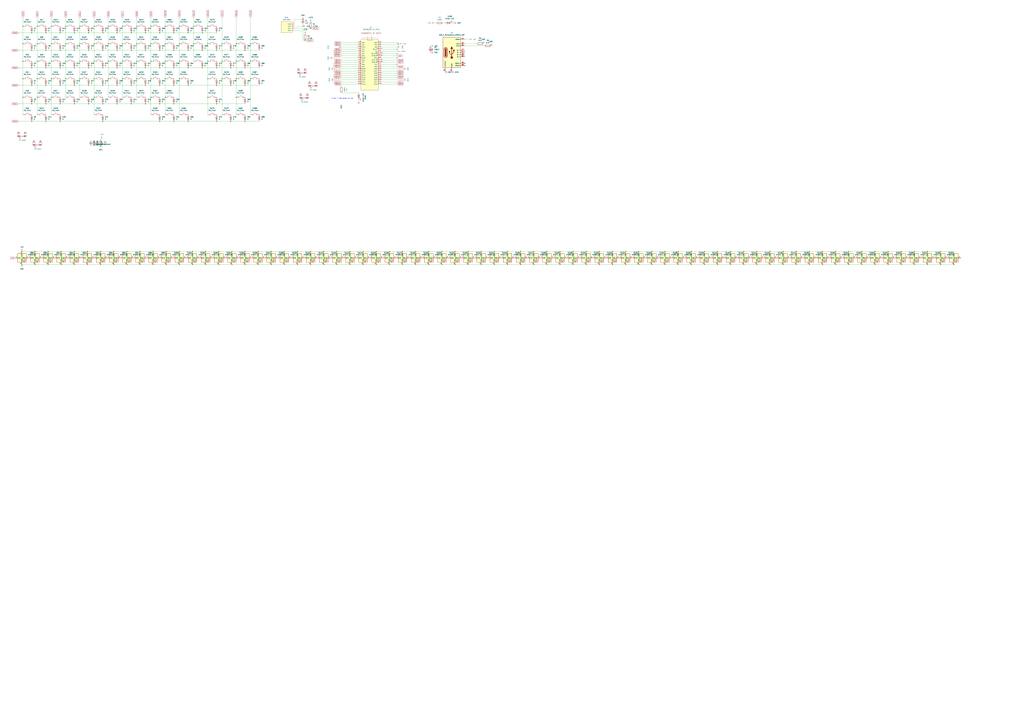
<source format=kicad_sch>
(kicad_sch (version 20231120) (generator "eeschema") (generator_version "8.0")
  (paper "A0")
  (lib_symbols
    (symbol "Connector:USB_C_Receptacle_USB2.0_16P" (pin_names (offset 1.016))
      (property "Reference" "J" (at 0 22.225 0))
      (property "Value" "USB_C_Receptacle_USB2.0_16P" (at 0 19.685 0))
      (symbol "USB_C_Receptacle_USB2.0_16P_1_1"
        (pin passive line (at 0 -22.86 90) (length 5.08) (name "GND") (number "A1"))
        (pin passive line (at 0 -22.86 90) (length 5.08) hide (name "GND") (number "A12"))
        (pin passive line (at 15.24 15.24 180) (length 5.08) (name "VBUS") (number "A4"))
        (pin bidirectional line (at 15.24 10.16 180) (length 5.08) (name "CC1") (number "A5"))
        (pin bidirectional line (at 15.24 -2.54 180) (length 5.08) (name "D+") (number "A6"))
        (pin bidirectional line (at 15.24 2.54 180) (length 5.08) (name "D-") (number "A7"))
        (pin bidirectional line (at 15.24 -12.7 180) (length 5.08) (name "SBU1") (number "A8"))
        (pin passive line (at 15.24 15.24 180) (length 5.08) hide (name "VBUS") (number "A9"))
        (pin passive line (at 0 -22.86 90) (length 5.08) hide (name "GND") (number "B1"))
        (pin passive line (at 0 -22.86 90) (length 5.08) hide (name "GND") (number "B12"))
        (pin passive line (at 15.24 15.24 180) (length 5.08) hide (name "VBUS") (number "B4"))
        (pin bidirectional line (at 15.24 7.62 180) (length 5.08) (name "CC2") (number "B5"))
        (pin bidirectional line (at 15.24 -5.08 180) (length 5.08) (name "D+") (number "B6"))
        (pin bidirectional line (at 15.24 0 180) (length 5.08) (name "D-") (number "B7"))
        (pin bidirectional line (at 15.24 -15.24 180) (length 5.08) (name "SBU2") (number "B8"))
        (pin passive line (at 15.24 15.24 180) (length 5.08) hide (name "VBUS") (number "B9"))
        (pin passive line (at -7.62 -22.86 90) (length 5.08) (name "SHIELD") (number "S1"))
      )
    )
    (symbol "Device:C_Polarized" (pin_numbers hide) (pin_names (offset 0.254))
      (property "Reference" "C" (at 0.635 2.54 0))
      (property "Value" "C_Polarized" (at 0.635 -2.54 0))
      (symbol "C_Polarized_1_1"
        (pin passive line (at 0 3.81 270) (length 2.794) (name "~") (number "1"))
        (pin passive line (at 0 -3.81 90) (length 2.794) (name "~") (number "2"))
      )
    )
    (symbol "Device:C_Small" (pin_numbers hide) (pin_names (offset 0.254) hide)
      (property "Reference" "C" (at 0.254 1.778 0))
      (property "Value" "C_Small" (at 0.254 -2.032 0))
      (symbol "C_Small_1_1"
        (pin passive line (at 0 2.54 270) (length 2.032) (name "~") (number "1"))
        (pin passive line (at 0 -2.54 90) (length 2.032) (name "~") (number "2"))
      )
    )
    (symbol "Device:D" (pin_numbers hide) (pin_names (offset 1.016) hide)
      (property "Reference" "D" (at 0 2.54 0))
      (property "Value" "D" (at 0 -2.54 0))
      (symbol "D_1_1"
        (pin passive line (at -3.81 0 0) (length 2.54) (name "K") (number "1"))
        (pin passive line (at 3.81 0 180) (length 2.54) (name "A") (number "2"))
      )
    )
    (symbol "Device:LED" (pin_numbers hide) (pin_names (offset 1.016) hide)
      (property "Reference" "D" (at 0 2.54 0))
      (property "Value" "LED" (at 0 -2.54 0))
      (symbol "LED_1_1"
        (pin passive line (at -3.81 0 0) (length 2.54) (name "K") (number "1"))
        (pin passive line (at 3.81 0 180) (length 2.54) (name "A") (number "2"))
      )
    )
    (symbol "Device:R" (pin_numbers hide) (pin_names (offset 0))
      (property "Reference" "R" (at 2.032 0 90))
      (property "Value" "R" (at 0 0 90))
      (symbol "R_1_1"
        (pin passive line (at 0 3.81 270) (length 1.27) (name "~") (number "1"))
        (pin passive line (at 0 -3.81 90) (length 1.27) (name "~") (number "2"))
      )
    )
    (symbol "LED:WS2812B" (pin_names (offset 0.254))
      (property "Reference" "D" (at 5.08 5.715 0))
      (property "Value" "WS2812B" (at 1.27 -5.715 0))
      (symbol "WS2812B_0_0"
        (text "RGB" (at 2.286 -4.191 0) (effects (font (size 0.762 0.762))))
      )
      (symbol "WS2812B_1_1"
        (pin power_in line (at 0 7.62 270) (length 2.54) (name "VDD") (number "1"))
        (pin output line (at 7.62 0 180) (length 2.54) (name "DOUT") (number "2"))
        (pin power_in line (at 0 -7.62 90) (length 2.54) (name "VSS") (number "3"))
        (pin input line (at -7.62 0 0) (length 2.54) (name "DIN") (number "4"))
      )
    )
    (symbol "OLED:SSD1306" (pin_names (offset 1.016))
      (property "Reference" "Brd" (at 0 -3.81 0))
      (property "Value" "SSD1306" (at 0 -1.27 0))
      (symbol "SSD1306_1_1"
        (pin input line (at -3.81 8.89 270) (length 2.54) (name "GND") (number "1"))
        (pin input line (at -1.27 8.89 270) (length 2.54) (name "VCC") (number "2"))
        (pin input line (at 1.27 8.89 270) (length 2.54) (name "SCL") (number "3"))
        (pin input line (at 3.81 8.89 270) (length 2.54) (name "SDA") (number "4"))
      )
    )
    (symbol "PCM_marbastlib-mx:MX_stab" (pin_names (offset 1.016))
      (property "Reference" "S" (at -5.08 6.35 0))
      (property "Value" "MX_stab" (at -5.08 3.81 0))
    )
    (symbol "RASPBERRY_PI_PICO:RASPBERRY_PI_PICO" (pin_names (offset 1.016))
      (property "Reference" "U" (at 0 0 0))
      (property "Value" "RASPBERRY_PI_PICO" (at 0 0 0))
      (symbol "RASPBERRY_PI_PICO_0_0"
        (text "raspberry pi pico" (at -7.62 30.48 0) (effects (font (size 1.778 1.778)) (justify left bottom)))
        (pin bidirectional line (at 15.24 10.16 180) (length 2.54) (name "3V3") (number "3V3"))
        (pin bidirectional line (at 15.24 12.7 180) (length 2.54) (name "3V3_EN") (number "3V3_EN"))
        (pin bidirectional line (at 15.24 7.62 180) (length 2.54) (name "ADC_VREF") (number "ADC_VREF"))
        (pin bidirectional line (at 15.24 2.54 180) (length 2.54) (name "AGND") (number "AGND"))
        (pin bidirectional line (at 15.24 15.24 180) (length 2.54) (name "GND") (number "GND"))
        (pin bidirectional line (at 15.24 -10.16 180) (length 2.54) (name "GND2") (number "GND2"))
        (pin bidirectional line (at 15.24 -22.86 180) (length 2.54) (name "GND3") (number "GND3"))
        (pin bidirectional line (at -10.16 15.24 0) (length 2.54) (name "GND4") (number "GND4"))
        (pin bidirectional line (at -10.16 2.54 0) (length 2.54) (name "GND5") (number "GND5"))
        (pin bidirectional line (at -10.16 -10.16 0) (length 2.54) (name "GND6") (number "GND6"))
        (pin bidirectional line (at -10.16 -22.86 0) (length 2.54) (name "GND7") (number "GND7"))
        (pin bidirectional line (at -10.16 20.32 0) (length 2.54) (name "GP0") (number "GP0"))
        (pin bidirectional line (at -10.16 17.78 0) (length 2.54) (name "GP1") (number "GP1"))
        (pin bidirectional line (at -10.16 -12.7 0) (length 2.54) (name "GP10") (number "GP10"))
        (pin bidirectional line (at -10.16 -15.24 0) (length 2.54) (name "GP11") (number "GP11"))
        (pin bidirectional line (at -10.16 -17.78 0) (length 2.54) (name "GP12") (number "GP12"))
        (pin bidirectional line (at -10.16 -20.32 0) (length 2.54) (name "GP13") (number "GP13"))
        (pin bidirectional line (at -10.16 -25.4 0) (length 2.54) (name "GP14") (number "GP14"))
        (pin bidirectional line (at -10.16 -27.94 0) (length 2.54) (name "GP15") (number "GP15"))
        (pin bidirectional line (at 15.24 -27.94 180) (length 2.54) (name "GP16") (number "GP16"))
        (pin bidirectional line (at 15.24 -25.4 180) (length 2.54) (name "GP17") (number "GP17"))
        (pin bidirectional line (at 15.24 -20.32 180) (length 2.54) (name "GP18") (number "GP18"))
        (pin bidirectional line (at 15.24 -17.78 180) (length 2.54) (name "GP19") (number "GP19"))
        (pin bidirectional line (at -10.16 12.7 0) (length 2.54) (name "GP2") (number "GP2"))
        (pin bidirectional line (at 15.24 -15.24 180) (length 2.54) (name "GP20") (number "GP20"))
        (pin bidirectional line (at 15.24 -12.7 180) (length 2.54) (name "GP21") (number "GP21"))
        (pin bidirectional line (at 15.24 -7.62 180) (length 2.54) (name "GP22") (number "GP22"))
        (pin bidirectional line (at 15.24 -2.54 180) (length 2.54) (name "GP26_A0") (number "GP26_A0"))
        (pin bidirectional line (at 15.24 0 180) (length 2.54) (name "GP27_A1") (number "GP27_A1"))
        (pin bidirectional line (at 15.24 5.08 180) (length 2.54) (name "GP28_A2") (number "GP28_A2"))
        (pin bidirectional line (at -10.16 10.16 0) (length 2.54) (name "GP3") (number "GP3"))
        (pin bidirectional line (at -10.16 7.62 0) (length 2.54) (name "GP4") (number "GP4"))
        (pin bidirectional line (at -10.16 5.08 0) (length 2.54) (name "GP5") (number "GP5"))
        (pin bidirectional line (at -10.16 0 0) (length 2.54) (name "GP6") (number "GP6"))
        (pin bidirectional line (at -10.16 -2.54 0) (length 2.54) (name "GP7") (number "GP7"))
        (pin bidirectional line (at -10.16 -5.08 0) (length 2.54) (name "GP8") (number "GP8"))
        (pin bidirectional line (at -10.16 -7.62 0) (length 2.54) (name "GP9") (number "GP9"))
        (pin bidirectional line (at 15.24 -5.08 180) (length 2.54) (name "RUN") (number "RUN"))
        (pin bidirectional line (at 15.24 20.32 180) (length 2.54) (name "VBUS") (number "VBUS"))
        (pin bidirectional line (at 15.24 17.78 180) (length 2.54) (name "VSYS") (number "VSYS"))
      )
    )
    (symbol "Switch:SW_Push" (pin_numbers hide) (pin_names (offset 1.016) hide)
      (property "Reference" "SW" (at 1.27 2.54 0))
      (property "Value" "SW_Push" (at 0 -1.524 0))
      (symbol "SW_Push_0_1"
        (pin passive line (at -5.08 0 0) (length 2.54) (name "1") (number "1"))
        (pin passive line (at 5.08 0 180) (length 2.54) (name "2") (number "2"))
      )
    )
    (symbol "power:+3.3V" (power) (pin_numbers hide) (pin_names (offset 0) hide)
      (property "Value" "+3.3V" (at 0 3.556 0))
      (symbol "+3.3V_1_1"
        (pin power_in line (at 0 0 90) (length 0) (name "~") (number "1"))
      )
    )
    (symbol "power:+5V" (power) (pin_numbers hide) (pin_names (offset 0) hide)
      (property "Value" "+5V" (at 0 3.556 0))
      (symbol "+5V_1_1"
        (pin power_in line (at 0 0 90) (length 0) (name "~") (number "1"))
      )
    )
    (symbol "power:GND" (power) (pin_numbers hide) (pin_names (offset 0) hide)
      (property "Value" "GND" (at 0 -3.81 0))
      (symbol "GND_1_1"
        (pin power_in line (at 0 0 270) (length 0) (name "~") (number "1"))
      )
    )
  )
  (junction (at 391.16 307.34))
  (junction (at 330.2 292.1))
  (junction (at 772.16 292.1))
  (junction (at 726.44 307.34))
  (junction (at 69.85 58.42))
  (junction (at 241.3 71.12))
  (junction (at 1046.48 292.1))
  (junction (at 193.04 307.34))
  (junction (at 467.36 292.1))
  (junction (at 1016 292.1))
  (junction (at 1031.24 307.34))
  (junction (at 406.4 292.1))
  (junction (at 86.36 292.1))
  (junction (at 391.16 292.1))
  (junction (at 970.28 307.34))
  (junction (at 375.92 307.34))
  (junction (at 848.36 307.34))
  (junction (at 878.84 292.1))
  (junction (at 290.83 50.8))
  (junction (at 817.88 292.1))
  (junction (at 152.4 99.06))
  (junction (at 650.24 307.34))
  (junction (at 36.83 78.74))
  (junction (at 284.48 99.06))
  (junction (at 421.64 292.1))
  (junction (at 147.32 292.1))
  (junction (at 482.6 307.34))
  (junction (at 345.44 292.1))
  (junction (at 152.4 120.65))
  (junction (at 254 307.34))
  (junction (at 76.2 91.44))
  (junction (at 833.12 307.34))
  (junction (at 894.08 292.1))
  (junction (at 132.08 307.34))
  (junction (at 92.71 71.12))
  (junction (at 513.08 307.34))
  (junction (at 40.64 292.1))
  (junction (at 589.28 307.34))
  (junction (at 158.75 30.48))
  (junction (at 201.93 58.42))
  (junction (at 251.46 58.42))
  (junction (at 113.03 168.91))
  (junction (at 116.84 168.91))
  (junction (at 863.6 292.1))
  (junction (at 290.83 71.12))
  (junction (at 269.24 292.1))
  (junction (at 36.83 99.06))
  (junction (at 101.6 292.1))
  (junction (at 650.24 292.1))
  (junction (at 1031.24 292.1))
  (junction (at 76.2 30.48))
  (junction (at 314.96 292.1))
  (junction (at 102.87 120.65))
  (junction (at 345.44 307.34))
  (junction (at 158.75 71.12))
  (junction (at 168.91 38.1))
  (junction (at 924.56 307.34))
  (junction (at 191.77 91.44))
  (junction (at 726.44 292.1))
  (junction (at 680.72 292.1))
  (junction (at 267.97 99.06))
  (junction (at 224.79 50.8))
  (junction (at 125.73 91.44))
  (junction (at 25.4 292.1))
  (junction (at 119.38 140.97))
  (junction (at 69.85 78.74))
  (junction (at 241.3 50.8))
  (junction (at 680.72 307.34))
  (junction (at 218.44 58.42))
  (junction (at 142.24 71.12))
  (junction (at 604.52 292.1))
  (junction (at 125.73 71.12))
  (junction (at 116.84 292.1))
  (junction (at 924.56 292.1))
  (junction (at 741.68 307.34))
  (junction (at 695.96 292.1))
  (junction (at 360.68 292.1))
  (junction (at 802.64 292.1))
  (junction (at 59.69 113.03))
  (junction (at 208.28 71.12))
  (junction (at 589.28 292.1))
  (junction (at 92.71 50.8))
  (junction (at 241.3 91.44))
  (junction (at 168.91 120.65))
  (junction (at 175.26 113.03))
  (junction (at 86.36 78.74))
  (junction (at 119.38 38.1))
  (junction (at 36.83 38.1))
  (junction (at 86.36 58.42))
  (junction (at 1016 307.34))
  (junction (at 53.34 140.97))
  (junction (at 59.69 50.8))
  (junction (at 1061.72 292.1))
  (junction (at 177.8 307.34))
  (junction (at 1000.76 292.1))
  (junction (at 69.85 120.65))
  (junction (at 1061.72 307.34))
  (junction (at 436.88 307.34))
  (junction (at 223.52 292.1))
  (junction (at 102.87 99.06))
  (junction (at 177.8 292.1))
  (junction (at 147.32 307.34))
  (junction (at 132.08 292.1))
  (junction (at 939.8 307.34))
  (junction (at 175.26 30.48))
  (junction (at 92.71 30.48))
  (junction (at 257.81 71.12))
  (junction (at 267.97 140.97))
  (junction (at 238.76 292.1))
  (junction (at 635 292.1))
  (junction (at 59.69 71.12))
  (junction (at 284.48 140.97))
  (junction (at 175.26 91.44))
  (junction (at 59.69 91.44))
  (junction (at 909.32 292.1))
  (junction (at 436.88 292.1))
  (junction (at 102.87 58.42))
  (junction (at 619.76 307.34))
  (junction (at 218.44 78.74))
  (junction (at 269.24 307.34))
  (junction (at 142.24 50.8))
  (junction (at 101.6 307.34))
  (junction (at 185.42 120.65))
  (junction (at 711.2 307.34))
  (junction (at 299.72 292.1))
  (junction (at 201.93 99.06))
  (junction (at 86.36 307.34))
  (junction (at 741.68 292.1))
  (junction (at 69.85 140.97))
  (junction (at 191.77 50.8))
  (junction (at 185.42 140.97))
  (junction (at 36.83 58.42))
  (junction (at 125.73 30.48))
  (junction (at 833.12 292.1))
  (junction (at 142.24 91.44))
  (junction (at 802.64 307.34))
  (junction (at 135.89 38.1))
  (junction (at 756.92 307.34))
  (junction (at 135.89 99.06))
  (junction (at 116.84 163.83))
  (junction (at 102.87 38.1))
  (junction (at 201.93 78.74))
  (junction (at 543.56 307.34))
  (junction (at 574.04 307.34))
  (junction (at 109.22 50.8))
  (junction (at 360.68 307.34))
  (junction (at 142.24 30.48))
  (junction (at 76.2 71.12))
  (junction (at 756.92 292.1))
  (junction (at 254 292.1))
  (junction (at 251.46 99.06))
  (junction (at 1092.2 292.1))
  (junction (at 185.42 58.42))
  (junction (at 109.22 163.83))
  (junction (at 152.4 38.1))
  (junction (at 158.75 50.8))
  (junction (at 1000.76 307.34))
  (junction (at 955.04 307.34))
  (junction (at 462.28 50.8))
  (junction (at 135.89 78.74))
  (junction (at 284.48 58.42))
  (junction (at 1107.44 307.34))
  (junction (at 162.56 292.1))
  (junction (at 497.84 292.1))
  (junction (at 257.81 50.8))
  (junction (at 71.12 307.34))
  (junction (at 175.26 71.12))
  (junction (at 55.88 292.1))
  (junction (at 53.34 99.06))
  (junction (at 26.67 71.12))
  (junction (at 558.8 292.1))
  (junction (at 970.28 292.1))
  (junction (at 251.46 78.74))
  (junction (at 53.34 120.65))
  (junction (at 234.95 38.1))
  (junction (at 375.92 292.1))
  (junction (at 711.2 292.1))
  (junction (at 528.32 292.1))
  (junction (at 939.8 292.1))
  (junction (at 158.75 91.44))
  (junction (at 53.34 38.1))
  (junction (at 59.69 30.48))
  (junction (at 109.22 71.12))
  (junction (at 26.67 50.8))
  (junction (at 119.38 58.42))
  (junction (at 43.18 71.12))
  (junction (at 299.72 307.34))
  (junction (at 53.34 78.74))
  (junction (at 234.95 78.74))
  (junction (at 36.83 140.97))
  (junction (at 354.33 46.99))
  (junction (at 224.79 30.48))
  (junction (at 135.89 58.42))
  (junction (at 284.48 292.1))
  (junction (at 351.79 22.86))
  (junction (at 201.93 140.97))
  (junction (at 452.12 292.1))
  (junction (at 185.42 78.74))
  (junction (at 191.77 71.12))
  (junction (at 452.12 307.34))
  (junction (at 53.34 58.42))
  (junction (at 152.4 78.74))
  (junction (at 894.08 307.34))
  (junction (at 208.28 307.34))
  (junction (at 193.04 292.1))
  (junction (at 102.87 78.74))
  (junction (at 985.52 307.34))
  (junction (at 238.76 307.34))
  (junction (at 86.36 38.1))
  (junction (at 86.36 99.06))
  (junction (at 43.18 50.8))
  (junction (at 208.28 91.44))
  (junction (at 162.56 307.34))
  (junction (at 26.67 91.44))
  (junction (at 119.38 78.74))
  (junction (at 218.44 38.1))
  (junction (at 257.81 91.44))
  (junction (at 218.44 99.06))
  (junction (at 208.28 50.8))
  (junction (at 43.18 113.03))
  (junction (at 40.64 307.34))
  (junction (at 116.84 307.34))
  (junction (at 695.96 307.34))
  (junction (at 543.56 292.1))
  (junction (at 604.52 307.34))
  (junction (at 1076.96 292.1))
  (junction (at 26.67 30.48))
  (junction (at 43.18 30.48))
  (junction (at 218.44 140.97))
  (junction (at 251.46 120.65))
  (junction (at 119.38 120.65))
  (junction (at 267.97 78.74))
  (junction (at 772.16 307.34))
  (junction (at 909.32 307.34))
  (junction (at 558.8 307.34))
  (junction (at 109.22 168.91))
  (junction (at 109.22 113.03))
  (junction (at 113.03 163.83))
  (junction (at 25.4 307.34))
  (junction (at 863.6 307.34))
  (junction (at 274.32 113.03))
  (junction (at 191.77 113.03))
  (junction (at 330.2 307.34))
  (junction (at 251.46 140.97))
  (junction (at 817.88 307.34))
  (junction (at 406.4 307.34))
  (junction (at 208.28 292.1))
  (junction (at 234.95 58.42))
  (junction (at 43.18 91.44))
  (junction (at 185.42 99.06))
  (junction (at 208.28 30.48))
  (junction (at 168.91 78.74))
  (junction (at 360.68 33.02))
  (junction (at 86.36 120.65))
  (junction (at 351.79 30.48))
  (junction (at 955.04 292.1))
  (junction (at 528.32 307.34))
  (junction (at 223.52 307.34))
  (junction (at 92.71 91.44))
  (junction (at 175.26 50.8))
  (junction (at 314.96 307.34))
  (junction (at 284.48 307.34))
  (junction (at 135.89 120.65))
  (junction (at 55.88 307.34))
  (junction (at 665.48 307.34))
  (junction (at 787.4 292.1))
  (junction (at 26.67 113.03))
  (junction (at 201.93 38.1))
  (junction (at 168.91 99.06))
  (junction (at 241.3 30.48))
  (junction (at 574.04 292.1))
  (junction (at 513.08 292.1))
  (junction (at 274.32 50.8))
  (junction (at 36.83 120.65))
  (junction (at 274.32 71.12))
  (junction (at 497.84 307.34))
  (junction (at 985.52 292.1))
  (junction (at 1076.96 307.34))
  (junction (at 482.6 292.1))
  (junction (at 619.76 292.1))
  (junction (at 76.2 50.8))
  (junction (at 848.36 292.1))
  (junction (at 421.64 307.34))
  (junction (at 665.48 292.1))
  (junction (at 1092.2 307.34))
  (junction (at 109.22 30.48))
  (junction (at 290.83 91.44))
  (junction (at 241.3 113.03))
  (junction (at 191.77 30.48))
  (junction (at 69.85 99.06))
  (junction (at 1046.48 307.34))
  (junction (at 274.32 91.44))
  (junction (at 71.12 292.1))
  (junction (at 168.91 58.42))
  (junction (at 152.4 58.42))
  (junction (at 119.38 99.06))
  (junction (at 109.22 91.44))
  (junction (at 267.97 58.42))
  (junction (at 125.73 50.8))
  (junction (at 878.84 307.34))
  (junction (at 185.42 38.1))
  (junction (at 284.48 78.74))
  (junction (at 467.36 307.34))
  (junction (at 201.93 120.65))
  (junction (at 787.4 307.34))
  (junction (at 69.85 38.1))
  (junction (at 635 307.34))
  (no_connect (at 1115.06 299.72))
  (no_connect (at 461.01 57.15))
  (no_connect (at 461.01 67.31))
  (no_connect (at 461.01 74.93))
  (no_connect (at 539.75 73.66))
  (no_connect (at 461.01 62.23))
  (no_connect (at 539.75 76.2))
  (wire (pts (xy 878.84 307.34) (xy 894.08 307.34)))
  (wire (pts (xy 604.52 292.1) (xy 619.76 292.1)))
  (wire (pts (xy 461.01 82.55) (xy 441.96 82.55)))
  (wire (pts (xy 802.64 307.34) (xy 817.88 307.34)))
  (wire (pts (xy 351.79 30.48) (xy 351.79 27.94)))
  (wire (pts (xy 92.71 91.44) (xy 92.71 113.03)))
  (wire (pts (xy 396.24 95.25) (xy 416.56 95.25)))
  (wire (pts (xy 461.01 72.39) (xy 441.96 72.39)))
  (wire (pts (xy 461.01 69.85) (xy 441.96 69.85)))
  (wire (pts (xy 461.01 67.31) (xy 441.96 67.31)))
  (wire (pts (xy 101.6 307.34) (xy 116.84 307.34)))
  (wire (pts (xy 71.12 307.34) (xy 86.36 307.34)))
  (wire (pts (xy 284.48 307.34) (xy 299.72 307.34)))
  (wire (pts (xy 619.76 292.1) (xy 635 292.1)))
  (wire (pts (xy 833.12 307.34) (xy 848.36 307.34)))
  (wire (pts (xy 193.04 307.34) (xy 208.28 307.34)))
  (wire (pts (xy 482.6 292.1) (xy 497.84 292.1)))
  (wire (pts (xy 185.42 120.65) (xy 201.93 120.65)))
  (wire (pts (xy 101.6 292.1) (xy 116.84 292.1)))
  (wire (pts (xy 299.72 292.1) (xy 314.96 292.1)))
  (wire (pts (xy 116.84 168.91) (xy 118.11 168.91)))
  (wire (pts (xy 102.87 78.74) (xy 119.38 78.74)))
  (wire (pts (xy 848.36 307.34) (xy 863.6 307.34)))
  (wire (pts (xy 119.38 140.97) (xy 185.42 140.97)))
  (wire (pts (xy 441.96 52.07) (xy 462.28 52.07)))
  (wire (pts (xy 361.95 33.02) (xy 360.68 33.02)))
  (wire (pts (xy 452.12 292.1) (xy 467.36 292.1)))
  (wire (pts (xy 274.32 50.8) (xy 274.32 71.12)))
  (wire (pts (xy 341.63 27.94) (xy 341.63 22.86)))
  (wire (pts (xy 26.67 50.8) (xy 26.67 71.12)))
  (wire (pts (xy 254 307.34) (xy 269.24 307.34)))
  (wire (pts (xy 787.4 307.34) (xy 802.64 307.34)))
  (wire (pts (xy 43.18 71.12) (xy 43.18 91.44)))
  (wire (pts (xy 109.22 30.48) (xy 109.22 50.8)))
  (wire (pts (xy 43.18 50.8) (xy 43.18 71.12)))
  (wire (pts (xy 467.36 292.1) (xy 482.6 292.1)))
  (wire (pts (xy 59.69 20.32) (xy 59.69 30.48)))
  (wire (pts (xy 135.89 78.74) (xy 152.4 78.74)))
  (wire (pts (xy 452.12 307.34) (xy 467.36 307.34)))
  (wire (pts (xy 113.03 168.91) (xy 116.84 168.91)))
  (wire (pts (xy 1016 292.1) (xy 1031.24 292.1)))
  (wire (pts (xy 909.32 307.34) (xy 924.56 307.34)))
  (wire (pts (xy 462.28 49.53) (xy 462.28 50.8)))
  (wire (pts (xy 1061.72 307.34) (xy 1076.96 307.34)))
  (wire (pts (xy 396.24 90.17) (xy 416.56 90.17)))
  (wire (pts (xy 461.01 64.77) (xy 441.96 64.77)))
  (wire (pts (xy 53.34 78.74) (xy 69.85 78.74)))
  (wire (pts (xy 386.08 67.31) (xy 416.56 67.31)))
  (wire (pts (xy 218.44 38.1) (xy 234.95 38.1)))
  (wire (pts (xy 406.4 292.1) (xy 421.64 292.1)))
  (wire (pts (xy 92.71 71.12) (xy 92.71 91.44)))
  (wire (pts (xy 741.68 307.34) (xy 756.92 307.34)))
  (wire (pts (xy 105.41 168.91) (xy 109.22 168.91)))
  (wire (pts (xy 193.04 292.1) (xy 208.28 292.1)))
  (wire (pts (xy 238.76 292.1) (xy 254 292.1)))
  (wire (pts (xy 113.03 163.83) (xy 116.84 163.83)))
  (wire (pts (xy 284.48 99.06) (xy 300.99 99.06)))
  (wire (pts (xy 284.48 292.1) (xy 299.72 292.1)))
  (wire (pts (xy 562.61 53.34) (xy 539.75 53.34)))
  (wire (pts (xy 360.68 307.34) (xy 375.92 307.34)))
  (wire (pts (xy 92.71 20.32) (xy 92.71 30.48)))
  (wire (pts (xy 135.89 58.42) (xy 152.4 58.42)))
  (wire (pts (xy 355.6 46.99) (xy 354.33 46.99)))
  (wire (pts (xy 191.77 113.03) (xy 191.77 133.35)))
  (wire (pts (xy 21.59 58.42) (xy 36.83 58.42)))
  (wire (pts (xy 71.12 292.1) (xy 86.36 292.1)))
  (wire (pts (xy 116.84 307.34) (xy 132.08 307.34)))
  (wire (pts (xy 574.04 307.34) (xy 589.28 307.34)))
  (wire (pts (xy 680.72 292.1) (xy 695.96 292.1)))
  (wire (pts (xy 86.36 120.65) (xy 102.87 120.65)))
  (wire (pts (xy 168.91 99.06) (xy 185.42 99.06)))
  (wire (pts (xy 284.48 58.42) (xy 300.99 58.42)))
  (wire (pts (xy 269.24 307.34) (xy 284.48 307.34)))
  (wire (pts (xy 387.35 80.01) (xy 416.56 80.01)))
  (wire (pts (xy 341.63 30.48) (xy 351.79 30.48)))
  (wire (pts (xy 69.85 140.97) (xy 119.38 140.97)))
  (wire (pts (xy 985.52 307.34) (xy 1000.76 307.34)))
  (wire (pts (xy 152.4 58.42) (xy 168.91 58.42)))
  (wire (pts (xy 497.84 292.1) (xy 513.08 292.1)))
  (wire (pts (xy 109.22 91.44) (xy 109.22 113.03)))
  (wire (pts (xy 863.6 307.34) (xy 878.84 307.34)))
  (wire (pts (xy 330.2 292.1) (xy 345.44 292.1)))
  (wire (pts (xy 741.68 292.1) (xy 756.92 292.1)))
  (wire (pts (xy 152.4 120.65) (xy 168.91 120.65)))
  (wire (pts (xy 201.93 58.42) (xy 218.44 58.42)))
  (wire (pts (xy 665.48 307.34) (xy 680.72 307.34)))
  (wire (pts (xy 36.83 140.97) (xy 53.34 140.97)))
  (wire (pts (xy 142.24 20.32) (xy 142.24 30.48)))
  (wire (pts (xy 513.08 307.34) (xy 528.32 307.34)))
  (wire (pts (xy 544.83 45.72) (xy 539.75 45.72)))
  (wire (pts (xy 69.85 38.1) (xy 86.36 38.1)))
  (wire (pts (xy 254 292.1) (xy 269.24 292.1)))
  (wire (pts (xy 894.08 292.1) (xy 909.32 292.1)))
  (wire (pts (xy 396.24 69.85) (xy 416.56 69.85)))
  (wire (pts (xy 147.32 307.34) (xy 162.56 307.34)))
  (wire (pts (xy 396.24 77.47) (xy 416.56 77.47)))
  (wire (pts (xy 59.69 50.8) (xy 59.69 71.12)))
  (wire (pts (xy 284.48 78.74) (xy 300.99 78.74)))
  (wire (pts (xy 175.26 113.03) (xy 175.26 133.35)))
  (wire (pts (xy 218.44 78.74) (xy 234.95 78.74)))
  (wire (pts (xy 387.35 92.71) (xy 416.56 92.71)))
  (wire (pts (xy 441.96 80.01) (xy 468.63 80.01)))
  (wire (pts (xy 461.01 74.93) (xy 441.96 74.93)))
  (wire (pts (xy 109.22 163.83) (xy 113.03 163.83)))
  (wire (pts (xy 257.81 91.44) (xy 257.81 133.35)))
  (wire (pts (xy 208.28 30.48) (xy 208.28 50.8)))
  (wire (pts (xy 772.16 307.34) (xy 787.4 307.34)))
  (wire (pts (xy 118.11 161.29) (xy 116.84 161.29)))
  (wire (pts (xy 251.46 78.74) (xy 267.97 78.74)))
  (wire (pts (xy 142.24 50.8) (xy 142.24 71.12)))
  (wire (pts (xy 257.81 50.8) (xy 257.81 71.12)))
  (wire (pts (xy 135.89 99.06) (xy 152.4 99.06)))
  (wire (pts (xy 267.97 58.42) (xy 284.48 58.42)))
  (wire (pts (xy 21.59 38.1) (xy 36.83 38.1)))
  (wire (pts (xy 59.69 113.03) (xy 59.69 133.35)))
  (wire (pts (xy 152.4 99.06) (xy 168.91 99.06)))
  (wire (pts (xy 726.44 292.1) (xy 741.68 292.1)))
  (wire (pts (xy 726.44 307.34) (xy 741.68 307.34)))
  (wire (pts (xy 711.2 307.34) (xy 726.44 307.34)))
  (wire (pts (xy 396.24 97.79) (xy 396.24 100.33)))
  (wire (pts (xy 125.73 91.44) (xy 125.73 113.03)))
  (wire (pts (xy 59.69 91.44) (xy 59.69 113.03)))
  (wire (pts (xy 158.75 30.48) (xy 158.75 50.8)))
  (wire (pts (xy 396.24 87.63) (xy 416.56 87.63)))
  (wire (pts (xy 589.28 307.34) (xy 604.52 307.34)))
  (wire (pts (xy 175.26 50.8) (xy 175.26 71.12)))
  (wire (pts (xy 234.95 78.74) (xy 251.46 78.74)))
  (wire (pts (xy 191.77 71.12) (xy 191.77 91.44)))
  (wire (pts (xy 119.38 58.42) (xy 135.89 58.42)))
  (wire (pts (xy 119.38 38.1) (xy 135.89 38.1)))
  (wire (pts (xy 539.75 58.42) (xy 539.75 60.96)))
  (wire (pts (xy 132.08 307.34) (xy 147.32 307.34)))
  (wire (pts (xy 43.18 20.32) (xy 43.18 30.48)))
  (wire (pts (xy 1092.2 292.1) (xy 1076.96 292.1)))
  (wire (pts (xy 396.24 57.15) (xy 416.56 57.15)))
  (wire (pts (xy 1000.76 307.34) (xy 1016 307.34)))
  (wire (pts (xy 553.72 50.8) (xy 539.75 50.8)))
  (wire (pts (xy 40.64 307.34) (xy 55.88 307.34)))
  (wire (pts (xy 396.24 72.39) (xy 416.56 72.39)))
  (wire (pts (xy 251.46 120.65) (xy 284.48 120.65)))
  (wire (pts (xy 1092.2 307.34) (xy 1107.44 307.34)))
  (wire (pts (xy 274.32 71.12) (xy 274.32 91.44)))
  (wire (pts (xy 158.75 20.32) (xy 158.75 30.48)))
  (wire (pts (xy 939.8 307.34) (xy 955.04 307.34)))
  (wire (pts (xy 267.97 99.06) (xy 284.48 99.06)))
  (wire (pts (xy 462.28 50.8) (xy 462.28 52.07)))
  (wire (pts (xy 695.96 307.34) (xy 711.2 307.34)))
  (wire (pts (xy 467.36 307.34) (xy 482.6 307.34)))
  (wire (pts (xy 135.89 38.1) (xy 152.4 38.1)))
  (wire (pts (xy 391.16 307.34) (xy 406.4 307.34)))
  (wire (pts (xy 241.3 30.48) (xy 241.3 50.8)))
  (wire (pts (xy 955.04 292.1) (xy 970.28 292.1)))
  (wire (pts (xy 1107.44 292.1) (xy 1092.2 292.1)))
  (wire (pts (xy 208.28 50.8) (xy 208.28 71.12)))
  (wire (pts (xy 375.92 307.34) (xy 391.16 307.34)))
  (wire (pts (xy 314.96 307.34) (xy 330.2 307.34)))
  (wire (pts (xy 269.24 292.1) (xy 284.48 292.1)))
  (wire (pts (xy 191.77 30.48) (xy 191.77 50.8)))
  (wire (pts (xy 909.32 292.1) (xy 924.56 292.1)))
  (wire (pts (xy 497.84 307.34) (xy 513.08 307.34)))
  (wire (pts (xy 396.24 107.95) (xy 416.56 107.95)))
  (wire (pts (xy 436.88 307.34) (xy 452.12 307.34)))
  (wire (pts (xy 396.24 59.69) (xy 416.56 59.69)))
  (wire (pts (xy 345.44 307.34) (xy 360.68 307.34)))
  (wire (pts (xy 341.63 22.86) (xy 351.79 22.86)))
  (wire (pts (xy 396.24 52.07) (xy 416.56 52.07)))
  (wire (pts (xy 116.84 292.1) (xy 132.08 292.1)))
  (wire (pts (xy 290.83 50.8) (xy 290.83 71.12)))
  (wire (pts (xy 175.26 30.48) (xy 175.26 50.8)))
  (wire (pts (xy 208.28 71.12) (xy 208.28 91.44)))
  (wire (pts (xy 36.83 78.74) (xy 53.34 78.74)))
  (wire (pts (xy 257.81 71.12) (xy 257.81 91.44)))
  (wire (pts (xy 86.36 78.74) (xy 102.87 78.74)))
  (wire (pts (xy 158.75 71.12) (xy 158.75 91.44)))
  (wire (pts (xy 314.96 292.1) (xy 330.2 292.1)))
  (wire (pts (xy 185.42 99.06) (xy 201.93 99.06)))
  (wire (pts (xy 351.79 46.99) (xy 351.79 35.56)))
  (wire (pts (xy 463.55 50.8) (xy 462.28 50.8)))
  (wire (pts (xy 147.32 292.1) (xy 162.56 292.1)))
  (wire (pts (xy 119.38 120.65) (xy 135.89 120.65)))
  (wire (pts (xy 175.26 71.12) (xy 175.26 91.44)))
  (wire (pts (xy 175.26 91.44) (xy 175.26 113.03)))
  (wire (pts (xy 251.46 58.42) (xy 267.97 58.42)))
  (wire (pts (xy 158.75 91.44) (xy 158.75 113.03)))
  (wire (pts (xy 274.32 20.32) (xy 274.32 50.8)))
  (wire (pts (xy 119.38 99.06) (xy 135.89 99.06)))
  (wire (pts (xy 461.01 95.25) (xy 441.96 95.25)))
  (wire (pts (xy 152.4 38.1) (xy 168.91 38.1)))
  (wire (pts (xy 396.24 85.09) (xy 416.56 85.09)))
  (wire (pts (xy 396.24 97.79) (xy 416.56 97.79)))
  (wire (pts (xy 76.2 30.48) (xy 76.2 50.8)))
  (wire (pts (xy 817.88 307.34) (xy 833.12 307.34)))
  (wire (pts (xy 201.93 120.65) (xy 251.46 120.65)))
  (wire (pts (xy 109.22 113.03) (xy 109.22 133.35)))
  (wire (pts (xy 441.96 49.53) (xy 462.28 49.53)))
  (wire (pts (xy 461.01 85.09) (xy 441.96 85.09)))
  (wire (pts (xy 218.44 99.06) (xy 251.46 99.06)))
  (wire (pts (xy 201.93 78.74) (xy 218.44 78.74)))
  (wire (pts (xy 391.16 292.1) (xy 406.4 292.1)))
  (wire (pts (xy 396.24 62.23) (xy 416.56 62.23)))
  (wire (pts (xy 26.67 113.03) (xy 26.67 133.35)))
  (wire (pts (xy 635 292.1) (xy 650.24 292.1)))
  (wire (pts (xy 1076.96 307.34) (xy 1092.2 307.34)))
  (wire (pts (xy 833.12 292.1) (xy 848.36 292.1)))
  (wire (pts (xy 55.88 307.34) (xy 71.12 307.34)))
  (wire (pts (xy 970.28 292.1) (xy 985.52 292.1)))
  (wire (pts (xy 125.73 20.32) (xy 125.73 30.48)))
  (wire (pts (xy 119.38 78.74) (xy 135.89 78.74)))
  (wire (pts (xy 116.84 163.83) (xy 118.11 163.83)))
  (wire (pts (xy 241.3 91.44) (xy 241.3 113.03)))
  (wire (pts (xy 238.76 307.34) (xy 254 307.34)))
  (wire (pts (xy 86.36 38.1) (xy 102.87 38.1)))
  (wire (pts (xy 86.36 99.06) (xy 102.87 99.06)))
  (wire (pts (xy 26.67 71.12) (xy 26.67 91.44)))
  (wire (pts (xy 543.56 292.1) (xy 558.8 292.1)))
  (wire (pts (xy 59.69 30.48) (xy 59.69 50.8)))
  (wire (pts (xy 185.42 78.74) (xy 201.93 78.74)))
  (wire (pts (xy 21.59 78.74) (xy 36.83 78.74)))
  (wire (pts (xy 191.77 20.32) (xy 191.77 30.48)))
  (wire (pts (xy 251.46 140.97) (xy 267.97 140.97)))
  (wire (pts (xy 524.51 26.67) (xy 527.05 26.67)))
  (wire (pts (xy 299.72 307.34) (xy 314.96 307.34)))
  (wire (pts (xy 218.44 140.97) (xy 251.46 140.97)))
  (wire (pts (xy 158.75 50.8) (xy 158.75 71.12)))
  (wire (pts (xy 208.28 292.1) (xy 223.52 292.1)))
  (wire (pts (xy 142.24 30.48) (xy 142.24 50.8)))
  (wire (pts (xy 86.36 292.1) (xy 101.6 292.1)))
  (wire (pts (xy 116.84 161.29) (xy 116.84 163.83)))
  (wire (pts (xy 396.24 74.93) (xy 416.56 74.93)))
  (wire (pts (xy 360.68 33.02) (xy 341.63 33.02)))
  (wire (pts (xy 985.52 292.1) (xy 1000.76 292.1)))
  (wire (pts (xy 695.96 292.1) (xy 711.2 292.1)))
  (wire (pts (xy 185.42 58.42) (xy 201.93 58.42)))
  (wire (pts (xy 201.93 99.06) (xy 218.44 99.06)))
  (wire (pts (xy 396.24 64.77) (xy 416.56 64.77)))
  (wire (pts (xy 69.85 78.74) (xy 86.36 78.74)))
  (wire (pts (xy 69.85 120.65) (xy 86.36 120.65)))
  (wire (pts (xy 290.83 20.32) (xy 290.83 50.8)))
  (wire (pts (xy 53.34 140.97) (xy 69.85 140.97)))
  (wire (pts (xy 396.24 54.61) (xy 416.56 54.61)))
  (wire (pts (xy 125.73 71.12) (xy 125.73 91.44)))
  (wire (pts (xy 168.91 78.74) (xy 185.42 78.74)))
  (wire (pts (xy 185.42 140.97) (xy 201.93 140.97)))
  (wire (pts (xy 43.18 30.48) (xy 43.18 50.8)))
  (wire (pts (xy 421.64 307.34) (xy 436.88 307.34)))
  (wire (pts (xy 185.42 38.1) (xy 201.93 38.1)))
  (wire (pts (xy 461.01 62.23) (xy 441.96 62.23)))
  (wire (pts (xy 1031.24 292.1) (xy 1046.48 292.1)))
  (wire (pts (xy 92.71 50.8) (xy 92.71 71.12)))
  (wire (pts (xy 168.91 38.1) (xy 185.42 38.1)))
  (wire (pts (xy 1061.72 292.1) (xy 1046.48 292.1)))
  (wire (pts (xy 69.85 99.06) (xy 86.36 99.06)))
  (wire (pts (xy 218.44 58.42) (xy 234.95 58.42)))
  (wire (pts (xy 105.41 163.83) (xy 109.22 163.83)))
  (wire (pts (xy 650.24 292.1) (xy 665.48 292.1)))
  (wire (pts (xy 177.8 307.34) (xy 193.04 307.34)))
  (wire (pts (xy 53.34 120.65) (xy 69.85 120.65)))
  (wire (pts (xy 168.91 120.65) (xy 185.42 120.65)))
  (wire (pts (xy 53.34 99.06) (xy 69.85 99.06)))
  (wire (pts (xy 257.81 20.32) (xy 257.81 50.8)))
  (wire (pts (xy 354.33 46.99) (xy 351.79 46.99)))
  (wire (pts (xy 36.83 120.65) (xy 53.34 120.65)))
  (wire (pts (xy 848.36 292.1) (xy 863.6 292.1)))
  (wire (pts (xy 224.79 50.8) (xy 224.79 71.12)))
  (wire (pts (xy 191.77 91.44) (xy 191.77 113.03)))
  (wire (pts (xy 241.3 50.8) (xy 241.3 71.12)))
  (wire (pts (xy 36.83 58.42) (xy 53.34 58.42)))
  (wire (pts (xy 36.83 38.1) (xy 53.34 38.1)))
  (wire (pts (xy 1000.76 292.1) (xy 1016 292.1)))
  (wire (pts (xy 102.87 58.42) (xy 119.38 58.42)))
  (wire (pts (xy 26.67 30.48) (xy 26.67 50.8)))
  (wire (pts (xy 241.3 71.12) (xy 241.3 91.44)))
  (wire (pts (xy 290.83 71.12) (xy 290.83 91.44)))
  (wire (pts (xy 939.8 292.1) (xy 955.04 292.1)))
  (wire (pts (xy 635 307.34) (xy 650.24 307.34)))
  (wire (pts (xy 970.28 307.34) (xy 985.52 307.34)))
  (wire (pts (xy 539.75 63.5) (xy 539.75 66.04)))
  (wire (pts (xy 102.87 38.1) (xy 119.38 38.1)))
  (wire (pts (xy 461.01 54.61) (xy 441.96 54.61)))
  (wire (pts (xy 802.64 292.1) (xy 817.88 292.1)))
  (wire (pts (xy 461.01 90.17) (xy 441.96 90.17)))
  (wire (pts (xy 461.01 87.63) (xy 441.96 87.63)))
  (wire (pts (xy 396.24 82.55) (xy 416.56 82.55)))
  (wire (pts (xy 26.67 91.44) (xy 26.67 113.03)))
  (wire (pts (xy 251.46 99.06) (xy 267.97 99.06)))
  (wire (pts (xy 109.22 20.32) (xy 109.22 30.48)))
  (wire (pts (xy 43.18 113.03) (xy 43.18 133.35)))
  (wire (pts (xy 241.3 113.03) (xy 241.3 133.35)))
  (wire (pts (xy 125.73 50.8) (xy 125.73 71.12)))
  (wire (pts (xy 504.19 26.67) (xy 506.73 26.67)))
  (wire (pts (xy 102.87 120.65) (xy 119.38 120.65)))
  (wire (pts (xy 558.8 292.1) (xy 574.04 292.1)))
  (wire (pts (xy 21.59 120.65) (xy 36.83 120.65)))
  (wire (pts (xy 513.08 292.1) (xy 528.32 292.1)))
  (wire (pts (xy 878.84 292.1) (xy 894.08 292.1)))
  (wire (pts (xy 461.01 57.15) (xy 441.96 57.15)))
  (wire (pts (xy 25.4 292.1) (xy 40.64 292.1)))
  (wire (pts (xy 416.56 115.57) (xy 416.56 118.11)))
  (wire (pts (xy 76.2 50.8) (xy 76.2 71.12)))
  (wire (pts (xy 92.71 30.48) (xy 92.71 50.8)))
  (wire (pts (xy 76.2 91.44) (xy 76.2 113.03)))
  (wire (pts (xy 290.83 91.44) (xy 290.83 133.35)))
  (wire (pts (xy 924.56 307.34) (xy 939.8 307.34)))
  (wire (pts (xy 604.52 307.34) (xy 619.76 307.34)))
  (wire (pts (xy 86.36 307.34) (xy 101.6 307.34)))
  (wire (pts (xy 375.92 292.1) (xy 391.16 292.1)))
  (wire (pts (xy 528.32 292.1) (xy 543.56 292.1)))
  (wire (pts (xy 267.97 78.74) (xy 284.48 78.74)))
  (wire (pts (xy 86.36 58.42) (xy 102.87 58.42)))
  (wire (pts (xy 1046.48 307.34) (xy 1061.72 307.34)))
  (wire (pts (xy 955.04 307.34) (xy 970.28 307.34)))
  (wire (pts (xy 40.64 292.1) (xy 55.88 292.1)))
  (wire (pts (xy 1016 307.34) (xy 1031.24 307.34)))
  (wire (pts (xy 461.01 77.47) (xy 441.96 77.47)))
  (wire (pts (xy 175.26 20.32) (xy 175.26 30.48)))
  (wire (pts (xy 125.73 30.48) (xy 125.73 50.8)))
  (wire (pts (xy 817.88 292.1) (xy 833.12 292.1)))
  (wire (pts (xy 223.52 292.1) (xy 238.76 292.1)))
  (wire (pts (xy 680.72 307.34) (xy 695.96 307.34)))
  (wire (pts (xy 360.68 292.1) (xy 375.92 292.1)))
  (wire (pts (xy 201.93 140.97) (xy 218.44 140.97)))
  (wire (pts (xy 132.08 292.1) (xy 147.32 292.1)))
  (wire (pts (xy 1031.24 307.34) (xy 1046.48 307.34)))
  (wire (pts (xy 756.92 307.34) (xy 772.16 307.34)))
  (wire (pts (xy 191.77 50.8) (xy 191.77 71.12)))
  (wire (pts (xy 482.6 307.34) (xy 497.84 307.34)))
  (wire (pts (xy 345.44 292.1) (xy 360.68 292.1)))
  (wire (pts (xy 267.97 140.97) (xy 284.48 140.97)))
  (wire (pts (xy 461.01 97.79) (xy 441.96 97.79)))
  (wire (pts (xy 152.4 78.74) (xy 168.91 78.74)))
  (wire (pts (xy 1076.96 292.1) (xy 1061.72 292.1)))
  (wire (pts (xy 351.79 35.56) (xy 341.63 35.56)))
  (wire (pts (xy 43.18 91.44) (xy 43.18 113.03)))
  (wire (pts (xy 76.2 71.12) (xy 76.2 91.44)))
  (wire (pts (xy 102.87 99.06) (xy 119.38 99.06)))
  (wire (pts (xy 461.01 59.69) (xy 441.96 59.69)))
  (wire (pts (xy 109.22 71.12) (xy 109.22 91.44)))
  (wire (pts (xy 274.32 91.44) (xy 274.32 113.03)))
  (wire (pts (xy 894.08 307.34) (xy 909.32 307.34)))
  (wire (pts (xy 665.48 292.1) (xy 680.72 292.1)))
  (wire (pts (xy 36.83 99.06) (xy 53.34 99.06)))
  (wire (pts (xy 76.2 20.32) (xy 76.2 30.48)))
  (wire (pts (xy 135.89 120.65) (xy 152.4 120.65)))
  (wire (pts (xy 406.4 307.34) (xy 421.64 307.34)))
  (wire (pts (xy 208.28 91.44) (xy 208.28 133.35)))
  (wire (pts (xy 436.88 292.1) (xy 452.12 292.1)))
  (wire (pts (xy 396.24 49.53) (xy 416.56 49.53)))
  (wire (pts (xy 528.32 307.34) (xy 543.56 307.34)))
  (wire (pts (xy 26.67 20.32) (xy 26.67 30.48)))
  (wire (pts (xy 241.3 20.32) (xy 241.3 30.48)))
  (wire (pts (xy 787.4 292.1) (xy 802.64 292.1)))
  (wire (pts (xy 574.04 292.1) (xy 589.28 292.1)))
  (wire (pts (xy 421.64 292.1) (xy 436.88 292.1)))
  (wire (pts (xy 224.79 20.32) (xy 224.79 30.48)))
  (wire (pts (xy 177.8 292.1) (xy 193.04 292.1)))
  (wire (pts (xy 53.34 38.1) (xy 69.85 38.1)))
  (wire (pts (xy 924.56 292.1) (xy 939.8 292.1)))
  (wire (pts (xy 234.95 38.1) (xy 251.46 38.1)))
  (wire (pts (xy 53.34 58.42) (xy 69.85 58.42)))
  (wire (pts (xy 109.22 168.91) (xy 113.03 168.91)))
  (wire (pts (xy 142.24 91.44) (xy 142.24 113.03)))
  (wire (pts (xy 142.24 71.12) (xy 142.24 91.44)))
  (wire (pts (xy 69.85 58.42) (xy 86.36 58.42)))
  (wire (pts (xy 619.76 307.34) (xy 635 307.34)))
  (wire (pts (xy 208.28 20.32) (xy 208.28 30.48)))
  (wire (pts (xy 162.56 292.1) (xy 177.8 292.1)))
  (wire (pts (xy 162.56 307.34) (xy 177.8 307.34)))
  (wire (pts (xy 589.28 292.1) (xy 604.52 292.1)))
  (wire (pts (xy 168.91 58.42) (xy 185.42 58.42)))
  (wire (pts (xy 55.88 292.1) (xy 71.12 292.1)))
  (wire (pts (xy 201.93 38.1) (xy 218.44 38.1)))
  (wire (pts (xy 59.69 71.12) (xy 59.69 91.44)))
  (wire (pts (xy 224.79 30.48) (xy 224.79 50.8)))
  (wire (pts (xy 109.22 50.8) (xy 109.22 71.12)))
  (wire (pts (xy 558.8 307.34) (xy 574.04 307.34)))
  (wire (pts (xy 25.4 307.34) (xy 40.64 307.34)))
  (wire (pts (xy 1107.44 307.34) (xy 1108.71 307.34)))
  (wire (pts (xy 756.92 292.1) (xy 772.16 292.1)))
  (wire (pts (xy 21.59 99.06) (xy 36.83 99.06)))
  (wire (pts (xy 772.16 292.1) (xy 787.4 292.1)))
  (wire (pts (xy 234.95 58.42) (xy 251.46 58.42)))
  (wire (pts (xy 650.24 307.34) (xy 665.48 307.34)))
  (wire (pts (xy 543.56 307.34) (xy 558.8 307.34)))
  (wire (pts (xy 514.35 26.67) (xy 516.89 26.67)))
  (wire (pts (xy 441.96 92.71) (xy 468.63 92.71)))
  (wire (pts (xy 274.32 113.03) (xy 274.32 133.35)))
  (wire (pts (xy 223.52 307.34) (xy 238.76 307.34)))
  (wire (pts (xy 330.2 307.34) (xy 345.44 307.34)))
  (wire (pts (xy 863.6 292.1) (xy 878.84 292.1)))
  (wire (pts (xy 21.59 140.97) (xy 36.83 140.97)))
  (wire (pts (xy 711.2 292.1) (xy 726.44 292.1)))
  (wire (pts (xy 208.28 307.34) (xy 223.52 307.34)))
  (wire (pts (xy 284.48 140.97) (xy 300.99 140.97)))
  (text "If row 1 has power or not\n" (at 397.51 114.3 0) (effects (font (size 1.27 1.27))))
  (global_label "ROW2" (shape input) (at 396.24 52.07 180) (property "Intersheetrefs" "${INTERSHEET_REFS}" (effects (hide yes))))
  (global_label "LED" (shape input) (at 461.01 64.77 0) (property "Intersheetrefs" "${INTERSHEET_REFS}" (effects (hide yes))))
  (global_label "COL0" (shape input) (at 461.01 97.79 0) (property "Intersheetrefs" "${INTERSHEET_REFS}" (effects (hide yes))))
  (global_label "COL2" (shape input) (at 59.69 20.32 90) (property "Intersheetrefs" "${INTERSHEET_REFS}" (effects (hide yes))))
  (global_label "COL8" (shape input) (at 461.01 69.85 0) (property "Intersheetrefs" "${INTERSHEET_REFS}" (effects (hide yes))))
  (global_label "COL12" (shape input) (at 396.24 95.25 180) (property "Intersheetrefs" "${INTERSHEET_REFS}" (effects (hide yes))))
  (global_label "COL10" (shape input) (at 396.24 87.63 180) (property "Intersheetrefs" "${INTERSHEET_REFS}" (effects (hide yes))))
  (global_label "ROW1" (shape input) (at 396.24 57.15 180) (property "Intersheetrefs" "${INTERSHEET_REFS}" (effects (hide yes))))
  (global_label "COL8" (shape input) (at 158.75 20.32 90) (property "Intersheetrefs" "${INTERSHEET_REFS}" (effects (hide yes))))
  (global_label "LED" (shape input) (at 17.78 299.72 180) (property "Intersheetrefs" "${INTERSHEET_REFS}" (effects (hide yes))))
  (global_label "COL4" (shape input) (at 461.01 85.09 0) (property "Intersheetrefs" "${INTERSHEET_REFS}" (effects (hide yes))))
  (global_label "COL16" (shape input) (at 396.24 59.69 180) (property "Intersheetrefs" "${INTERSHEET_REFS}" (effects (hide yes))))
  (global_label "SDAOL" (shape input) (at 355.6 46.99 0) (property "Intersheetrefs" "${INTERSHEET_REFS}" (effects (hide yes))))
  (global_label "COL13" (shape input) (at 241.3 20.32 90) (property "Intersheetrefs" "${INTERSHEET_REFS}" (effects (hide yes))))
  (global_label "ROW3" (shape input) (at 396.24 49.53 180) (property "Intersheetrefs" "${INTERSHEET_REFS}" (effects (hide yes))))
  (global_label "COL5" (shape input) (at 461.01 82.55 0) (property "Intersheetrefs" "${INTERSHEET_REFS}" (effects (hide yes))))
  (global_label "COL5" (shape input) (at 109.22 20.32 90) (property "Intersheetrefs" "${INTERSHEET_REFS}" (effects (hide yes))))
  (global_label "ROW4" (shape input) (at 396.24 72.39 180) (property "Intersheetrefs" "${INTERSHEET_REFS}" (effects (hide yes))))
  (global_label "COL14" (shape input) (at 257.81 20.32 90) (property "Intersheetrefs" "${INTERSHEET_REFS}" (effects (hide yes))))
  (global_label "SCLOL" (shape input) (at 361.95 33.02 0) (property "Intersheetrefs" "${INTERSHEET_REFS}" (effects (hide yes))))
  (global_label "ROW0" (shape input) (at 396.24 97.79 180) (property "Intersheetrefs" "${INTERSHEET_REFS}" (effects (hide yes))))
  (global_label "COL15" (shape input) (at 274.32 20.32 90) (property "Intersheetrefs" "${INTERSHEET_REFS}" (effects (hide yes))))
  (global_label "ROW5" (shape input) (at 396.24 69.85 180) (property "Intersheetrefs" "${INTERSHEET_REFS}" (effects (hide yes))))
  (global_label "COL15" (shape input) (at 396.24 74.93 180) (property "Intersheetrefs" "${INTERSHEET_REFS}" (effects (hide yes))))
  (global_label "COL7" (shape input) (at 461.01 72.39 0) (property "Intersheetrefs" "${INTERSHEET_REFS}" (effects (hide yes))))
  (global_label "ROW4" (shape input) (at 21.59 120.65 180) (property "Intersheetrefs" "${INTERSHEET_REFS}" (effects (hide yes))))
  (global_label "COL0" (shape input) (at 26.67 20.32 90) (property "Intersheetrefs" "${INTERSHEET_REFS}" (effects (hide yes))))
  (global_label "COL16" (shape input) (at 290.83 20.32 90) (property "Intersheetrefs" "${INTERSHEET_REFS}" (effects (hide yes))))
  (global_label "COL11" (shape input) (at 208.28 20.32 90) (property "Intersheetrefs" "${INTERSHEET_REFS}" (effects (hide yes))))
  (global_label "COL3" (shape input) (at 461.01 87.63 0) (property "Intersheetrefs" "${INTERSHEET_REFS}" (effects (hide yes))))
  (global_label "COL11" (shape input) (at 396.24 90.17 180) (property "Intersheetrefs" "${INTERSHEET_REFS}" (effects (hide yes))))
  (global_label "COL1" (shape input) (at 461.01 95.25 0) (property "Intersheetrefs" "${INTERSHEET_REFS}" (effects (hide yes))))
  (global_label "COL9" (shape input) (at 175.26 20.32 90) (property "Intersheetrefs" "${INTERSHEET_REFS}" (effects (hide yes))))
  (global_label "COL12" (shape input) (at 224.79 20.32 90) (property "Intersheetrefs" "${INTERSHEET_REFS}" (effects (hide yes))))
  (global_label "ROW3" (shape input) (at 21.59 99.06 180) (property "Intersheetrefs" "${INTERSHEET_REFS}" (effects (hide yes))))
  (global_label "COL6" (shape input) (at 461.01 77.47 0) (property "Intersheetrefs" "${INTERSHEET_REFS}" (effects (hide yes))))
  (global_label "ROW0" (shape input) (at 21.59 38.1 180) (property "Intersheetrefs" "${INTERSHEET_REFS}" (effects (hide yes))))
  (global_label "COL10" (shape input) (at 191.77 20.32 90) (property "Intersheetrefs" "${INTERSHEET_REFS}" (effects (hide yes))))
  (global_label "COL2" (shape input) (at 461.01 90.17 0) (property "Intersheetrefs" "${INTERSHEET_REFS}" (effects (hide yes))))
  (global_label "COL7" (shape input) (at 142.24 20.32 90) (property "Intersheetrefs" "${INTERSHEET_REFS}" (effects (hide yes))))
  (global_label "ROW2" (shape input) (at 21.59 78.74 180) (property "Intersheetrefs" "${INTERSHEET_REFS}" (effects (hide yes))))
  (global_label "COL3" (shape input) (at 76.2 20.32 90) (property "Intersheetrefs" "${INTERSHEET_REFS}" (effects (hide yes))))
  (global_label "ROW5" (shape input) (at 21.59 140.97 180) (property "Intersheetrefs" "${INTERSHEET_REFS}" (effects (hide yes))))
  (global_label "COL13" (shape input) (at 396.24 82.55 180) (property "Intersheetrefs" "${INTERSHEET_REFS}" (effects (hide yes))))
  (global_label "COL14" (shape input) (at 396.24 77.47 180) (property "Intersheetrefs" "${INTERSHEET_REFS}" (effects (hide yes))))
  (global_label "COL6" (shape input) (at 125.73 20.32 90) (property "Intersheetrefs" "${INTERSHEET_REFS}" (effects (hide yes))))
  (global_label "COL1" (shape input) (at 43.18 20.32 90) (property "Intersheetrefs" "${INTERSHEET_REFS}" (effects (hide yes))))
  (global_label "SCLOL" (shape input) (at 396.24 64.77 180) (property "Intersheetrefs" "${INTERSHEET_REFS}" (effects (hide yes))))
  (global_label "ROW1" (shape input) (at 21.59 58.42 180) (property "Intersheetrefs" "${INTERSHEET_REFS}" (effects (hide yes))))
  (global_label "COL9" (shape input) (at 396.24 85.09 180) (property "Intersheetrefs" "${INTERSHEET_REFS}" (effects (hide yes))))
  (global_label "COL4" (shape input) (at 92.71 20.32 90) (property "Intersheetrefs" "${INTERSHEET_REFS}" (effects (hide yes))))
  (global_label "SDAOL" (shape input) (at 396.24 62.23 180) (property "Intersheetrefs" "${INTERSHEET_REFS}" (effects (hide yes))))
  (symbol (lib_id "Device:D") (at 185.42 74.93 90) (unit 1)
    (property "Reference" "D52" (at 187.96 73.6599 90) (effects (justify right)))
    (property "Value" "D" (at 187.96 76.1999 90) (effects (justify right)))
    (property "Footprint" "Diode_SMD:D_MiniMELF_Handsoldering" (effects (hide yes)))
    (property "Description" "Diode" (effects (hide yes)))
    (property "Sim.Device" "D" (effects (hide yes)))
    (property "Sim.Pins" "1=K 2=A" (effects (hide yes)))
  )
  (symbol (lib_id "Device:D") (at 152.4 116.84 90) (unit 1)
    (property "Reference" "D44" (at 154.94 115.5699 90) (effects (justify right)))
    (property "Value" "D" (at 154.94 118.1099 90) (effects (justify right)))
    (property "Footprint" "Diode_SMD:D_MiniMELF_Handsoldering" (effects (hide yes)))
    (property "Description" "Diode" (effects (hide yes)))
    (property "Sim.Device" "D" (effects (hide yes)))
    (property "Sim.Pins" "1=K 2=A" (effects (hide yes)))
  )
  (symbol (lib_id "power:GND") (at 468.63 92.71 90) (mirror x) (unit 1)
    (property "Reference" "#PWR014" (effects (hide yes)))
    (property "Value" "GND" (at 473.71 92.71 0))
    (property "Description" "Power symbol creates a global label with name \"GND\" , ground" (effects (hide yes)))
  )
  (symbol (lib_id "LED:WS2812B") (at 558.8 299.72 0) (unit 1)
    (property "Reference" "D124" (at 570.23 293.4014 0))
    (property "Value" "WS2812B" (at 570.23 295.9414 0))
    (property "Footprint" "LED_SMD:LED_WS2812B_PLCC4_5.0x5.0mm_P3.2mm" (effects (hide yes)))
    (property "Datasheet" "https://cdn-shop.adafruit.com/datasheets/WS2812B.pdf" (effects (hide yes)))
    (property "Description" "RGB LED with integrated controller" (effects (hide yes)))
  )
  (symbol (lib_id "Device:D") (at 234.95 54.61 90) (unit 1)
    (property "Reference" "D68" (at 237.49 53.3399 90) (effects (justify right)))
    (property "Value" "D" (at 237.49 55.8799 90) (effects (justify right)))
    (property "Footprint" "Diode_SMD:D_MiniMELF_Handsoldering" (effects (hide yes)))
    (property "Description" "Diode" (effects (hide yes)))
    (property "Sim.Device" "D" (effects (hide yes)))
    (property "Sim.Pins" "1=K 2=A" (effects (hide yes)))
  )
  (symbol (lib_id "Device:D") (at 201.93 116.84 90) (unit 1)
    (property "Reference" "D60" (at 204.47 115.5699 90) (effects (justify right)))
    (property "Value" "D" (at 204.47 118.1099 90) (effects (justify right)))
    (property "Footprint" "Diode_SMD:D_MiniMELF_Handsoldering" (effects (hide yes)))
    (property "Description" "Diode" (effects (hide yes)))
    (property "Sim.Device" "D" (effects (hide yes)))
    (property "Sim.Pins" "1=K 2=A" (effects (hide yes)))
  )
  (symbol (lib_id "Device:D") (at 218.44 95.25 90) (unit 1)
    (property "Reference" "D65" (at 220.98 93.9799 90) (effects (justify right)))
    (property "Value" "D" (at 220.98 96.5199 90) (effects (justify right)))
    (property "Footprint" "Diode_SMD:D_MiniMELF_Handsoldering" (effects (hide yes)))
    (property "Description" "Diode" (effects (hide yes)))
    (property "Sim.Device" "D" (effects (hide yes)))
    (property "Sim.Pins" "1=K 2=A" (effects (hide yes)))
  )
  (symbol (lib_id "Device:D") (at 69.85 137.16 90) (unit 1)
    (property "Reference" "D18" (at 72.39 135.8899 90) (effects (justify right)))
    (property "Value" "D" (at 72.39 138.4299 90) (effects (justify right)))
    (property "Footprint" "Diode_SMD:D_MiniMELF_Handsoldering" (effects (hide yes)))
    (property "Description" "Diode" (effects (hide yes)))
    (property "Sim.Device" "D" (effects (hide yes)))
    (property "Sim.Pins" "1=K 2=A" (effects (hide yes)))
  )
  (symbol (lib_id "Device:D") (at 251.46 95.25 90) (unit 1)
    (property "Reference" "D73" (at 254 93.9799 90) (effects (justify right)))
    (property "Value" "D" (at 254 96.5199 90) (effects (justify right)))
    (property "Footprint" "Diode_SMD:D_MiniMELF_Handsoldering" (effects (hide yes)))
    (property "Description" "Diode" (effects (hide yes)))
    (property "Sim.Device" "D" (effects (hide yes)))
    (property "Sim.Pins" "1=K 2=A" (effects (hide yes)))
  )
  (symbol (lib_id "power:GND") (at 500.38 60.96 90) (unit 1)
    (property "Reference" "#PWR023" (effects (hide yes)))
    (property "Value" "GND" (at 504.19 60.9599 90) (effects (justify right)))
    (property "Description" "Power symbol creates a global label with name \"GND\" , ground" (effects (hide yes)))
  )
  (symbol (lib_id "LED:WS2812B") (at 86.36 299.72 0) (unit 1)
    (property "Reference" "D93" (at 97.79 293.4014 0))
    (property "Value" "WS2812B" (at 97.79 295.9414 0))
    (property "Footprint" "LED_SMD:LED_WS2812B_PLCC4_5.0x5.0mm_P3.2mm" (effects (hide yes)))
    (property "Datasheet" "https://cdn-shop.adafruit.com/datasheets/WS2812B.pdf" (effects (hide yes)))
    (property "Description" "RGB LED with integrated controller" (effects (hide yes)))
  )
  (symbol (lib_id "Device:D") (at 234.95 34.29 90) (unit 1)
    (property "Reference" "D67" (at 237.49 33.0199 90) (effects (justify right)))
    (property "Value" "D" (at 237.49 35.5599 90) (effects (justify right)))
    (property "Footprint" "Diode_SMD:D_MiniMELF_Handsoldering" (effects (hide yes)))
    (property "Description" "Diode" (effects (hide yes)))
    (property "Sim.Device" "D" (effects (hide yes)))
    (property "Sim.Pins" "1=K 2=A" (effects (hide yes)))
  )
  (symbol (lib_id "LED:WS2812B") (at 619.76 299.72 0) (unit 1)
    (property "Reference" "D128" (at 631.19 293.4014 0))
    (property "Value" "WS2812B" (at 631.19 295.9414 0))
    (property "Footprint" "LED_SMD:LED_WS2812B_PLCC4_5.0x5.0mm_P3.2mm" (effects (hide yes)))
    (property "Datasheet" "https://cdn-shop.adafruit.com/datasheets/WS2812B.pdf" (effects (hide yes)))
    (property "Description" "RGB LED with integrated controller" (effects (hide yes)))
  )
  (symbol (lib_id "Switch:SW_Push") (at 180.34 71.12 0) (unit 1)
    (property "Reference" "SW52" (at 180.34 63.5 0))
    (property "Value" "SW_Push" (at 180.34 66.04 0))
    (property "Footprint" "PCM_marbastlib-mx:SW_MX_1u" (effects (hide yes)))
    (property "Description" "Push button switch, generic, two pins" (effects (hide yes)))
  )
  (symbol (lib_id "Switch:SW_Push") (at 81.28 50.8 0) (unit 1)
    (property "Reference" "SW20" (at 81.28 43.18 0))
    (property "Value" "SW_Push" (at 81.28 45.72 0))
    (property "Footprint" "PCM_marbastlib-mx:SW_MX_1u" (effects (hide yes)))
    (property "Description" "Push button switch, generic, two pins" (effects (hide yes)))
  )
  (symbol (lib_id "Device:D") (at 201.93 95.25 90) (unit 1)
    (property "Reference" "D59" (at 204.47 93.9799 90) (effects (justify right)))
    (property "Value" "D" (at 204.47 96.5199 90) (effects (justify right)))
    (property "Footprint" "Diode_SMD:D_MiniMELF_Handsoldering" (effects (hide yes)))
    (property "Description" "Diode" (effects (hide yes)))
    (property "Sim.Device" "D" (effects (hide yes)))
    (property "Sim.Pins" "1=K 2=A" (effects (hide yes)))
  )
  (symbol (lib_id "Device:LED") (at 520.7 26.67 180) (unit 1)
    (property "Reference" "D168" (at 522.2875 19.05 0))
    (property "Value" "Green LED" (at 522.2875 21.59 0))
    (property "Footprint" "LED_SMD:LED_0603_1608Metric_Pad1.05x0.95mm_HandSolder" (effects (hide yes)))
    (property "Description" "Light emitting diode" (effects (hide yes)))
  )
  (symbol (lib_id "Device:D") (at 135.89 95.25 90) (unit 1)
    (property "Reference" "D38" (at 138.43 93.9799 90) (effects (justify right)))
    (property "Value" "D" (at 138.43 96.5199 90) (effects (justify right)))
    (property "Footprint" "Diode_SMD:D_MiniMELF_Handsoldering" (effects (hide yes)))
    (property "Description" "Diode" (effects (hide yes)))
    (property "Sim.Device" "D" (effects (hide yes)))
    (property "Sim.Pins" "1=K 2=A" (effects (hide yes)))
  )
  (symbol (lib_id "PCM_marbastlib-mx:MX_stab") (at 25.4 156.21 0) (unit 1)
    (property "Reference" "S1" (at 21.844 160.274 0) (effects (justify left)))
    (property "Value" "MX_stab" (at 21.844 162.814 0) (effects (justify left)))
    (property "Footprint" "PCM_marbastlib-mx:STAB_MX_2.25u" (effects (hide yes)))
    (property "Description" "Cherry MX-style stabilizer" (effects (hide yes)))
  )
  (symbol (lib_id "Switch:SW_Push") (at 163.83 113.03 0) (unit 1)
    (property "Reference" "SW49" (at 163.83 105.41 0))
    (property "Value" "SW_Push" (at 163.83 107.95 0))
    (property "Footprint" "PCM_marbastlib-mx:SW_MX_1u" (effects (hide yes)))
    (property "Description" "Push button switch, generic, two pins" (effects (hide yes)))
  )
  (symbol (lib_id "Switch:SW_Push") (at 279.4 71.12 0) (unit 1)
    (property "Reference" "SW81" (at 279.4 63.5 0))
    (property "Value" "SW_Push" (at 279.4 66.04 0))
    (property "Footprint" "PCM_marbastlib-mx:SW_MX_1u" (effects (hide yes)))
    (property "Description" "Push button switch, generic, two pins" (effects (hide yes)))
  )
  (symbol (lib_id "power:GND") (at 416.56 118.11 0) (unit 1)
    (property "Reference" "#PWR032" (effects (hide yes)))
    (property "Value" "GND" (at 396.2401 121.92 90) (effects (justify right)))
    (property "Description" "Power symbol creates a global label with name \"GND\" , ground" (effects (hide yes)))
  )
  (symbol (lib_id "Device:D") (at 152.4 95.25 90) (unit 1)
    (property "Reference" "D43" (at 154.94 93.9799 90) (effects (justify right)))
    (property "Value" "D" (at 154.94 96.5199 90) (effects (justify right)))
    (property "Footprint" "Diode_SMD:D_MiniMELF_Handsoldering" (effects (hide yes)))
    (property "Description" "Diode" (effects (hide yes)))
    (property "Sim.Device" "D" (effects (hide yes)))
    (property "Sim.Pins" "1=K 2=A" (effects (hide yes)))
  )
  (symbol (lib_id "power:+3.3V") (at 461.01 59.69 270) (unit 1)
    (property "Reference" "#PWR012" (effects (hide yes)))
    (property "Value" "+3.3V" (at 464.82 59.6899 90) (effects (justify left)))
    (property "Description" "Power symbol creates a global label with name \"+3.3V\"" (effects (hide yes)))
  )
  (symbol (lib_id "LED:WS2812B") (at 833.12 299.72 0) (unit 1)
    (property "Reference" "D142" (at 844.55 293.4014 0))
    (property "Value" "WS2812B" (at 844.55 295.9414 0))
    (property "Footprint" "LED_SMD:LED_WS2812B_PLCC4_5.0x5.0mm_P3.2mm" (effects (hide yes)))
    (property "Datasheet" "https://cdn-shop.adafruit.com/datasheets/WS2812B.pdf" (effects (hide yes)))
    (property "Description" "RGB LED with integrated controller" (effects (hide yes)))
  )
  (symbol (lib_id "Device:D") (at 119.38 54.61 90) (unit 1)
    (property "Reference" "D30" (at 121.92 53.3399 90) (effects (justify right)))
    (property "Value" "D" (at 121.92 55.8799 90) (effects (justify right)))
    (property "Footprint" "Diode_SMD:D_MiniMELF_Handsoldering" (effects (hide yes)))
    (property "Description" "Diode" (effects (hide yes)))
    (property "Sim.Device" "D" (effects (hide yes)))
    (property "Sim.Pins" "1=K 2=A" (effects (hide yes)))
  )
  (symbol (lib_id "Device:D") (at 135.89 54.61 90) (unit 1)
    (property "Reference" "D36" (at 138.43 53.3399 90) (effects (justify right)))
    (property "Value" "D" (at 138.43 55.8799 90) (effects (justify right)))
    (property "Footprint" "Diode_SMD:D_MiniMELF_Handsoldering" (effects (hide yes)))
    (property "Description" "Diode" (effects (hide yes)))
    (property "Sim.Device" "D" (effects (hide yes)))
    (property "Sim.Pins" "1=K 2=A" (effects (hide yes)))
  )
  (symbol (lib_id "LED:WS2812B") (at 848.36 299.72 0) (unit 1)
    (property "Reference" "D143" (at 859.79 293.4014 0))
    (property "Value" "WS2812B" (at 859.79 295.9414 0))
    (property "Footprint" "LED_SMD:LED_WS2812B_PLCC4_5.0x5.0mm_P3.2mm" (effects (hide yes)))
    (property "Datasheet" "https://cdn-shop.adafruit.com/datasheets/WS2812B.pdf" (effects (hide yes)))
    (property "Description" "RGB LED with integrated controller" (effects (hide yes)))
  )
  (symbol (lib_id "Switch:SW_Push") (at 97.79 113.03 0) (unit 1)
    (property "Reference" "SW28" (at 97.79 105.41 0))
    (property "Value" "SW_Push" (at 97.79 107.95 0))
    (property "Footprint" "PCM_marbastlib-mx:SW_MX_1u" (effects (hide yes)))
    (property "Description" "Push button switch, generic, two pins" (effects (hide yes)))
  )
  (symbol (lib_id "Device:R") (at 396.24 104.14 0) (unit 1)
    (property "Reference" "R4" (at 402.59 104.14 90))
    (property "Value" "100Ω" (at 400.05 104.14 90))
    (property "Footprint" "Resistor_SMD:R_0805_2012Metric_Pad1.20x1.40mm_HandSolder" (effects (hide yes)))
    (property "Description" "Resistor" (effects (hide yes)))
  )
  (symbol (lib_id "Switch:SW_Push") (at 48.26 133.35 0) (unit 1)
    (property "Reference" "SW12" (at 48.26 125.73 0))
    (property "Value" "SW_Push" (at 48.26 128.27 0))
    (property "Footprint" "PCM_marbastlib-mx:SW_MX_1.25u" (effects (hide yes)))
    (property "Description" "Push button switch, generic, two pins" (effects (hide yes)))
  )
  (symbol (lib_id "LED:WS2812B") (at 284.48 299.72 0) (unit 1)
    (property "Reference" "D106" (at 295.91 293.4014 0))
    (property "Value" "WS2812B" (at 295.91 295.9414 0))
    (property "Footprint" "LED_SMD:LED_WS2812B_PLCC4_5.0x5.0mm_P3.2mm" (effects (hide yes)))
    (property "Datasheet" "https://cdn-shop.adafruit.com/datasheets/WS2812B.pdf" (effects (hide yes)))
    (property "Description" "RGB LED with integrated controller" (effects (hide yes)))
  )
  (symbol (lib_id "power:GND") (at 516.89 83.82 90) (unit 1)
    (property "Reference" "#PWR018" (effects (hide yes)))
    (property "Value" "GND" (at 519.938 83.82 90) (effects (justify right)))
    (property "Description" "Power symbol creates a global label with name \"GND\" , ground" (effects (hide yes)))
  )
  (symbol (lib_id "LED:WS2812B") (at 772.16 299.72 0) (unit 1)
    (property "Reference" "D138" (at 783.59 293.4014 0))
    (property "Value" "WS2812B" (at 783.59 295.9414 0))
    (property "Footprint" "LED_SMD:LED_WS2812B_PLCC4_5.0x5.0mm_P3.2mm" (effects (hide yes)))
    (property "Datasheet" "https://cdn-shop.adafruit.com/datasheets/WS2812B.pdf" (effects (hide yes)))
    (property "Description" "RGB LED with integrated controller" (effects (hide yes)))
  )
  (symbol (lib_id "LED:WS2812B") (at 254 299.72 0) (unit 1)
    (property "Reference" "D104" (at 265.43 293.4014 0))
    (property "Value" "WS2812B" (at 265.43 295.9414 0))
    (property "Footprint" "LED_SMD:LED_WS2812B_PLCC4_5.0x5.0mm_P3.2mm" (effects (hide yes)))
    (property "Datasheet" "https://cdn-shop.adafruit.com/datasheets/WS2812B.pdf" (effects (hide yes)))
    (property "Description" "RGB LED with integrated controller" (effects (hide yes)))
  )
  (symbol (lib_id "Device:D") (at 135.89 74.93 90) (unit 1)
    (property "Reference" "D37" (at 138.43 73.6599 90) (effects (justify right)))
    (property "Value" "D" (at 138.43 76.1999 90) (effects (justify right)))
    (property "Footprint" "Diode_SMD:D_MiniMELF_Handsoldering" (effects (hide yes)))
    (property "Description" "Diode" (effects (hide yes)))
    (property "Sim.Device" "D" (effects (hide yes)))
    (property "Sim.Pins" "1=K 2=A" (effects (hide yes)))
  )
  (symbol (lib_id "Switch:SW_Push") (at 213.36 30.48 0) (unit 1)
    (property "Reference" "SW62" (at 213.36 22.86 0))
    (property "Value" "SW_Push" (at 213.36 25.4 0))
    (property "Footprint" "PCM_marbastlib-mx:SW_MX_1u" (effects (hide yes)))
    (property "Description" "Push button switch, generic, two pins" (effects (hide yes)))
  )
  (symbol (lib_id "LED:WS2812B") (at 680.72 299.72 0) (unit 1)
    (property "Reference" "D132" (at 692.15 293.4014 0))
    (property "Value" "WS2812B" (at 692.15 295.9414 0))
    (property "Footprint" "LED_SMD:LED_WS2812B_PLCC4_5.0x5.0mm_P3.2mm" (effects (hide yes)))
    (property "Datasheet" "https://cdn-shop.adafruit.com/datasheets/WS2812B.pdf" (effects (hide yes)))
    (property "Description" "RGB LED with integrated controller" (effects (hide yes)))
  )
  (symbol (lib_id "power:GND") (at 116.84 168.91 0) (mirror y) (unit 1)
    (property "Reference" "#PWR017" (effects (hide yes)))
    (property "Value" "GND" (at 116.84 173.99 0))
    (property "Description" "Power symbol creates a global label with name \"GND\" , ground" (effects (hide yes)))
  )
  (symbol (lib_id "Device:D") (at 300.99 137.16 90) (unit 1)
    (property "Reference" "D88" (at 303.53 135.8899 90) (effects (justify right)))
    (property "Value" "D" (at 303.53 138.4299 90) (effects (justify right)))
    (property "Footprint" "Diode_SMD:D_MiniMELF_Handsoldering" (effects (hide yes)))
    (property "Description" "Diode" (effects (hide yes)))
    (property "Sim.Device" "D" (effects (hide yes)))
    (property "Sim.Pins" "1=K 2=A" (effects (hide yes)))
  )
  (symbol (lib_id "Switch:SW_Push") (at 31.75 133.35 0) (unit 1)
    (property "Reference" "SW6" (at 31.75 125.73 0))
    (property "Value" "SW_Push" (at 31.75 128.27 0))
    (property "Footprint" "PCM_marbastlib-mx:SW_MX_1.25u" (effects (hide yes)))
    (property "Description" "Push button switch, generic, two pins" (effects (hide yes)))
  )
  (symbol (lib_id "Device:LED") (at 416.56 111.76 90) (unit 1)
    (property "Reference" "D169" (at 424.18 113.3475 0))
    (property "Value" "Green LED" (at 421.64 113.3475 0))
    (property "Footprint" "LED_SMD:LED_0603_1608Metric_Pad1.05x0.95mm_HandSolder" (effects (hide yes)))
    (property "Description" "Light emitting diode" (effects (hide yes)))
  )
  (symbol (lib_id "Switch:SW_Push") (at 114.3 133.35 0) (unit 1)
    (property "Reference" "SW34" (at 114.3 125.73 0))
    (property "Value" "SW_Push" (at 114.3 128.27 0))
    (property "Footprint" "PCM_marbastlib-mx:SW_MX_1u" (effects (hide yes)))
    (property "Description" "Push button switch, generic, two pins" (effects (hide yes)))
  )
  (symbol (lib_id "LED:WS2812B") (at 208.28 299.72 0) (unit 1)
    (property "Reference" "D101" (at 219.71 293.4014 0))
    (property "Value" "WS2812B" (at 219.71 295.9414 0))
    (property "Footprint" "LED_SMD:LED_WS2812B_PLCC4_5.0x5.0mm_P3.2mm" (effects (hide yes)))
    (property "Datasheet" "https://cdn-shop.adafruit.com/datasheets/WS2812B.pdf" (effects (hide yes)))
    (property "Description" "RGB LED with integrated controller" (effects (hide yes)))
  )
  (symbol (lib_id "Switch:SW_Push") (at 31.75 50.8 0) (unit 1)
    (property "Reference" "SW2" (at 31.75 43.18 0))
    (property "Value" "SW_Push" (at 31.75 45.72 0))
    (property "Footprint" "PCM_marbastlib-mx:SW_MX_1u" (effects (hide yes)))
    (property "Description" "Push button switch, generic, two pins" (effects (hide yes)))
  )
  (symbol (lib_id "Device:D") (at 69.85 74.93 90) (unit 1)
    (property "Reference" "D15" (at 72.39 73.6599 90) (effects (justify right)))
    (property "Value" "D" (at 72.39 76.1999 90) (effects (justify right)))
    (property "Footprint" "Diode_SMD:D_MiniMELF_Handsoldering" (effects (hide yes)))
    (property "Description" "Diode" (effects (hide yes)))
    (property "Sim.Device" "D" (effects (hide yes)))
    (property "Sim.Pins" "1=K 2=A" (effects (hide yes)))
  )
  (symbol (lib_id "Switch:SW_Push") (at 64.77 30.48 0) (unit 1)
    (property "Reference" "SW13" (at 64.77 22.86 0))
    (property "Value" "SW_Push" (at 64.77 25.4 0))
    (property "Footprint" "PCM_marbastlib-mx:SW_MX_1u" (effects (hide yes)))
    (property "Description" "Push button switch, generic, two pins" (effects (hide yes)))
  )
  (symbol (lib_id "PCM_marbastlib-mx:MX_stab") (at 350.52 82.55 0) (unit 1)
    (property "Reference" "S3" (at 346.964 86.614 0) (effects (justify left)))
    (property "Value" "MX_stab" (at 346.964 89.154 0) (effects (justify left)))
    (property "Footprint" "PCM_marbastlib-mx:STAB_MX_2u" (effects (hide yes)))
    (property "Description" "Cherry MX-style stabilizer" (effects (hide yes)))
  )
  (symbol (lib_id "LED:WS2812B") (at 116.84 299.72 0) (unit 1)
    (property "Reference" "D95" (at 128.27 293.4014 0))
    (property "Value" "WS2812B" (at 128.27 295.9414 0))
    (property "Footprint" "LED_SMD:LED_WS2812B_PLCC4_5.0x5.0mm_P3.2mm" (effects (hide yes)))
    (property "Datasheet" "https://cdn-shop.adafruit.com/datasheets/WS2812B.pdf" (effects (hide yes)))
    (property "Description" "RGB LED with integrated controller" (effects (hide yes)))
  )
  (symbol (lib_id "Device:D") (at 152.4 34.29 90) (unit 1)
    (property "Reference" "D40" (at 154.94 33.0199 90) (effects (justify right)))
    (property "Value" "D" (at 154.94 35.5599 90) (effects (justify right)))
    (property "Footprint" "Diode_SMD:D_MiniMELF_Handsoldering" (effects (hide yes)))
    (property "Description" "Diode" (effects (hide yes)))
    (property "Sim.Device" "D" (effects (hide yes)))
    (property "Sim.Pins" "1=K 2=A" (effects (hide yes)))
  )
  (symbol (lib_id "Switch:SW_Push") (at 48.26 30.48 0) (unit 1)
    (property "Reference" "SW7" (at 48.26 22.86 0))
    (property "Value" "SW_Push" (at 48.26 25.4 0))
    (property "Footprint" "PCM_marbastlib-mx:SW_MX_1u" (effects (hide yes)))
    (property "Description" "Push button switch, generic, two pins" (effects (hide yes)))
  )
  (symbol (lib_id "Device:D") (at 102.87 95.25 90) (unit 1)
    (property "Reference" "D27" (at 105.41 93.9799 90) (effects (justify right)))
    (property "Value" "D" (at 105.41 96.5199 90) (effects (justify right)))
    (property "Footprint" "Diode_SMD:D_MiniMELF_Handsoldering" (effects (hide yes)))
    (property "Description" "Diode" (effects (hide yes)))
    (property "Sim.Device" "D" (effects (hide yes)))
    (property "Sim.Pins" "1=K 2=A" (effects (hide yes)))
  )
  (symbol (lib_id "Device:D") (at 300.99 95.25 90) (unit 1)
    (property "Reference" "D87" (at 303.53 93.9799 90) (effects (justify right)))
    (property "Value" "D" (at 303.53 96.5199 90) (effects (justify right)))
    (property "Footprint" "Diode_SMD:D_MiniMELF_Handsoldering" (effects (hide yes)))
    (property "Description" "Diode" (effects (hide yes)))
    (property "Sim.Device" "D" (effects (hide yes)))
    (property "Sim.Pins" "1=K 2=A" (effects (hide yes)))
  )
  (symbol (lib_id "Switch:SW_Push") (at 229.87 50.8 0) (unit 1)
    (property "Reference" "SW68" (at 229.87 43.18 0))
    (property "Value" "SW_Push" (at 229.87 45.72 0))
    (property "Footprint" "PCM_marbastlib-mx:SW_MX_1u" (effects (hide yes)))
    (property "Description" "Push button switch, generic, two pins" (effects (hide yes)))
  )
  (symbol (lib_id "Device:D") (at 201.93 74.93 90) (unit 1)
    (property "Reference" "D58" (at 204.47 73.6599 90) (effects (justify right)))
    (property "Value" "D" (at 204.47 76.1999 90) (effects (justify right)))
    (property "Footprint" "Diode_SMD:D_MiniMELF_Handsoldering" (effects (hide yes)))
    (property "Description" "Diode" (effects (hide yes)))
    (property "Sim.Device" "D" (effects (hide yes)))
    (property "Sim.Pins" "1=K 2=A" (effects (hide yes)))
  )
  (symbol (lib_id "Device:D") (at 36.83 95.25 90) (unit 1)
    (property "Reference" "D4" (at 39.37 93.9799 90) (effects (justify right)))
    (property "Value" "D" (at 39.37 96.5199 90) (effects (justify right)))
    (property "Footprint" "Diode_SMD:D_MiniMELF_Handsoldering" (effects (hide yes)))
    (property "Description" "Diode" (effects (hide yes)))
    (property "Sim.Device" "D" (effects (hide yes)))
    (property "Sim.Pins" "1=K 2=A" (effects (hide yes)))
  )
  (symbol (lib_id "power:GND") (at 527.05 26.67 90) (unit 1)
    (property "Reference" "#PWR010" (effects (hide yes)))
    (property "Value" "GND" (at 530.86 26.6699 90) (effects (justify right)))
    (property "Description" "Power symbol creates a global label with name \"GND\" , ground" (effects (hide yes)))
  )
  (symbol (lib_id "LED:WS2812B") (at 1046.48 299.72 0) (unit 1)
    (property "Reference" "D156" (at 1057.91 293.4014 0))
    (property "Value" "WS2812B" (at 1057.91 295.9414 0))
    (property "Footprint" "LED_SMD:LED_WS2812B_PLCC4_5.0x5.0mm_P3.2mm" (effects (hide yes)))
    (property "Datasheet" "https://cdn-shop.adafruit.com/datasheets/WS2812B.pdf" (effects (hide yes)))
    (property "Description" "RGB LED with integrated controller" (effects (hide yes)))
  )
  (symbol (lib_id "Device:D") (at 284.48 116.84 90) (unit 1)
    (property "Reference" "D83" (at 287.02 115.5699 90) (effects (justify right)))
    (property "Value" "D" (at 287.02 118.1099 90) (effects (justify right)))
    (property "Footprint" "Diode_SMD:D_MiniMELF_Handsoldering" (effects (hide yes)))
    (property "Description" "Diode" (effects (hide yes)))
    (property "Sim.Device" "D" (effects (hide yes)))
    (property "Sim.Pins" "1=K 2=A" (effects (hide yes)))
  )
  (symbol (lib_id "power:GND") (at 461.01 54.61 90) (mirror x) (unit 1)
    (property "Reference" "#PWR011" (effects (hide yes)))
    (property "Value" "GND" (at 467.36 54.61 0))
    (property "Description" "Power symbol creates a global label with name \"GND\" , ground" (effects (hide yes)))
  )
  (symbol (lib_id "LED:WS2812B") (at 589.28 299.72 0) (unit 1)
    (property "Reference" "D126" (at 600.71 293.4014 0))
    (property "Value" "WS2812B" (at 600.71 295.9414 0))
    (property "Footprint" "LED_SMD:LED_WS2812B_PLCC4_5.0x5.0mm_P3.2mm" (effects (hide yes)))
    (property "Datasheet" "https://cdn-shop.adafruit.com/datasheets/WS2812B.pdf" (effects (hide yes)))
    (property "Description" "RGB LED with integrated controller" (effects (hide yes)))
  )
  (symbol (lib_id "Switch:SW_Push") (at 64.77 71.12 0) (unit 1)
    (property "Reference" "SW15" (at 64.77 63.5 0))
    (property "Value" "SW_Push" (at 64.77 66.04 0))
    (property "Footprint" "PCM_marbastlib-mx:SW_MX_1u" (effects (hide yes)))
    (property "Description" "Push button switch, generic, two pins" (effects (hide yes)))
  )
  (symbol (lib_id "Switch:SW_Push") (at 130.81 113.03 0) (unit 1)
    (property "Reference" "SW39" (at 130.81 105.41 0))
    (property "Value" "SW_Push" (at 130.81 107.95 0))
    (property "Footprint" "PCM_marbastlib-mx:SW_MX_1u" (effects (hide yes)))
    (property "Description" "Push button switch, generic, two pins" (effects (hide yes)))
  )
  (symbol (lib_id "power:+3.3V") (at 360.68 25.4 0) (unit 1)
    (property "Reference" "#PWR02" (effects (hide yes)))
    (property "Value" "+3.3V" (at 360.68 20.32 0))
    (property "Description" "Power symbol creates a global label with name \"+3.3V\"" (effects (hide yes)))
  )
  (symbol (lib_id "Device:D") (at 251.46 34.29 90) (unit 1)
    (property "Reference" "D70" (at 254 33.0199 90) (effects (justify right)))
    (property "Value" "D" (at 254 35.5599 90) (effects (justify right)))
    (property "Footprint" "Diode_SMD:D_MiniMELF_Handsoldering" (effects (hide yes)))
    (property "Description" "Diode" (effects (hide yes)))
    (property "Sim.Device" "D" (effects (hide yes)))
    (property "Sim.Pins" "1=K 2=A" (effects (hide yes)))
  )
  (symbol (lib_id "Switch:SW_Push") (at 262.89 133.35 0) (unit 1)
    (property "Reference" "SW79" (at 262.89 125.73 0))
    (property "Value" "SW_Push" (at 262.89 128.27 0))
    (property "Footprint" "PCM_marbastlib-mx:SW_MX_1u" (effects (hide yes)))
    (property "Description" "Push button switch, generic, two pins" (effects (hide yes)))
  )
  (symbol (lib_id "Switch:SW_Push") (at 196.85 71.12 0) (unit 1)
    (property "Reference" "SW58" (at 196.85 63.5 0))
    (property "Value" "SW_Push" (at 196.85 66.04 0))
    (property "Footprint" "PCM_marbastlib-mx:SW_MX_1u" (effects (hide yes)))
    (property "Description" "Push button switch, generic, two pins" (effects (hide yes)))
  )
  (symbol (lib_id "LED:WS2812B") (at 1076.96 299.72 0) (unit 1)
    (property "Reference" "D158" (at 1088.39 293.4014 0))
    (property "Value" "WS2812B" (at 1088.39 295.9414 0))
    (property "Footprint" "LED_SMD:LED_WS2812B_PLCC4_5.0x5.0mm_P3.2mm" (effects (hide yes)))
    (property "Datasheet" "https://cdn-shop.adafruit.com/datasheets/WS2812B.pdf" (effects (hide yes)))
    (property "Description" "RGB LED with integrated controller" (effects (hide yes)))
  )
  (symbol (lib_id "Device:D") (at 234.95 74.93 90) (unit 1)
    (property "Reference" "D69" (at 237.49 73.6599 90) (effects (justify right)))
    (property "Value" "D" (at 237.49 76.1999 90) (effects (justify right)))
    (property "Footprint" "Diode_SMD:D_MiniMELF_Handsoldering" (effects (hide yes)))
    (property "Description" "Diode" (effects (hide yes)))
    (property "Sim.Device" "D" (effects (hide yes)))
    (property "Sim.Pins" "1=K 2=A" (effects (hide yes)))
  )
  (symbol (lib_id "Device:D") (at 185.42 95.25 90) (unit 1)
    (property "Reference" "D53" (at 187.96 93.9799 90) (effects (justify right)))
    (property "Value" "D" (at 187.96 96.5199 90) (effects (justify right)))
    (property "Footprint" "Diode_SMD:D_MiniMELF_Handsoldering" (effects (hide yes)))
    (property "Description" "Diode" (effects (hide yes)))
    (property "Sim.Device" "D" (effects (hide yes)))
    (property "Sim.Pins" "1=K 2=A" (effects (hide yes)))
  )
  (symbol (lib_id "LED:WS2812B") (at 1000.76 299.72 0) (unit 1)
    (property "Reference" "D153" (at 1012.19 293.4014 0))
    (property "Value" "WS2812B" (at 1012.19 295.9414 0))
    (property "Footprint" "LED_SMD:LED_WS2812B_PLCC4_5.0x5.0mm_P3.2mm" (effects (hide yes)))
    (property "Datasheet" "https://cdn-shop.adafruit.com/datasheets/WS2812B.pdf" (effects (hide yes)))
    (property "Description" "RGB LED with integrated controller" (effects (hide yes)))
  )
  (symbol (lib_id "Device:D") (at 86.36 74.93 90) (unit 1)
    (property "Reference" "D21" (at 88.9 73.6599 90) (effects (justify right)))
    (property "Value" "D" (at 88.9 76.1999 90) (effects (justify right)))
    (property "Footprint" "Diode_SMD:D_MiniMELF_Handsoldering" (effects (hide yes)))
    (property "Description" "Diode" (effects (hide yes)))
    (property "Sim.Device" "D" (effects (hide yes)))
    (property "Sim.Pins" "1=K 2=A" (effects (hide yes)))
  )
  (symbol (lib_id "power:GND") (at 351.79 22.86 180) (unit 1)
    (property "Reference" "#PWR04" (effects (hide yes)))
    (property "Value" "GND" (at 351.79 17.78 0))
    (property "Description" "Power symbol creates a global label with name \"GND\" , ground" (effects (hide yes)))
  )
  (symbol (lib_id "LED:WS2812B") (at 543.56 299.72 0) (unit 1)
    (property "Reference" "D123" (at 554.99 293.4014 0))
    (property "Value" "WS2812B" (at 554.99 295.9414 0))
    (property "Footprint" "LED_SMD:LED_WS2812B_PLCC4_5.0x5.0mm_P3.2mm" (effects (hide yes)))
    (property "Datasheet" "https://cdn-shop.adafruit.com/datasheets/WS2812B.pdf" (effects (hide yes)))
    (property "Description" "RGB LED with integrated controller" (effects (hide yes)))
  )
  (symbol (lib_id "LED:WS2812B") (at 467.36 299.72 0) (unit 1)
    (property "Reference" "D118" (at 478.79 293.4014 0))
    (property "Value" "WS2812B" (at 478.79 295.9414 0))
    (property "Footprint" "LED_SMD:LED_WS2812B_PLCC4_5.0x5.0mm_P3.2mm" (effects (hide yes)))
    (property "Datasheet" "https://cdn-shop.adafruit.com/datasheets/WS2812B.pdf" (effects (hide yes)))
    (property "Description" "RGB LED with integrated controller" (effects (hide yes)))
  )
  (symbol (lib_id "Switch:SW_Push") (at 97.79 91.44 0) (unit 1)
    (property "Reference" "SW27" (at 97.79 83.82 0))
    (property "Value" "SW_Push" (at 97.79 86.36 0))
    (property "Footprint" "PCM_marbastlib-mx:SW_MX_1u" (effects (hide yes)))
    (property "Description" "Push button switch, generic, two pins" (effects (hide yes)))
  )
  (symbol (lib_id "Device:D") (at 185.42 34.29 90) (unit 1)
    (property "Reference" "D50" (at 187.96 33.0199 90) (effects (justify right)))
    (property "Value" "D" (at 187.96 35.5599 90) (effects (justify right)))
    (property "Footprint" "Diode_SMD:D_MiniMELF_Handsoldering" (effects (hide yes)))
    (property "Description" "Diode" (effects (hide yes)))
    (property "Sim.Device" "D" (effects (hide yes)))
    (property "Sim.Pins" "1=K 2=A" (effects (hide yes)))
  )
  (symbol (lib_id "Device:D") (at 36.83 34.29 90) (unit 1)
    (property "Reference" "D1" (at 39.37 33.0199 90) (effects (justify right)))
    (property "Value" "D" (at 39.37 35.5599 90) (effects (justify right)))
    (property "Footprint" "Diode_SMD:D_MiniMELF_Handsoldering" (effects (hide yes)))
    (property "Description" "Diode" (effects (hide yes)))
    (property "Sim.Device" "D" (effects (hide yes)))
    (property "Sim.Pins" "1=K 2=A" (effects (hide yes)))
  )
  (symbol (lib_id "LED:WS2812B") (at 909.32 299.72 0) (unit 1)
    (property "Reference" "D147" (at 920.75 293.4014 0))
    (property "Value" "WS2812B" (at 920.75 295.9414 0))
    (property "Footprint" "LED_SMD:LED_WS2812B_PLCC4_5.0x5.0mm_P3.2mm" (effects (hide yes)))
    (property "Datasheet" "https://cdn-shop.adafruit.com/datasheets/WS2812B.pdf" (effects (hide yes)))
    (property "Description" "RGB LED with integrated controller" (effects (hide yes)))
  )
  (symbol (lib_id "Switch:SW_Push") (at 31.75 113.03 0) (unit 1)
    (property "Reference" "SW5" (at 31.75 105.41 0))
    (property "Value" "SW_Push" (at 31.75 107.95 0))
    (property "Footprint" "PCM_marbastlib-mx:SW_MX_1u" (effects (hide yes)))
    (property "Description" "Push button switch, generic, two pins" (effects (hide yes)))
  )
  (symbol (lib_id "Switch:SW_Push") (at 246.38 91.44 0) (unit 1)
    (property "Reference" "SW73" (at 246.38 83.82 0))
    (property "Value" "SW_Push" (at 246.38 86.36 0))
    (property "Footprint" "PCM_marbastlib-mx:SW_MX_1u" (effects (hide yes)))
    (property "Description" "Push button switch, generic, two pins" (effects (hide yes)))
  )
  (symbol (lib_id "Switch:SW_Push") (at 279.4 113.03 0) (unit 1)
    (property "Reference" "SW83" (at 279.4 105.41 0))
    (property "Value" "SW_Push" (at 279.4 107.95 0))
    (property "Footprint" "PCM_marbastlib-mx:SW_MX_1u" (effects (hide yes)))
    (property "Description" "Push button switch, generic, two pins" (effects (hide yes)))
  )
  (symbol (lib_id "LED:WS2812B") (at 193.04 299.72 0) (unit 1)
    (property "Reference" "D100" (at 204.47 293.4014 0))
    (property "Value" "WS2812B" (at 204.47 295.9414 0))
    (property "Footprint" "LED_SMD:LED_WS2812B_PLCC4_5.0x5.0mm_P3.2mm" (effects (hide yes)))
    (property "Datasheet" "https://cdn-shop.adafruit.com/datasheets/WS2812B.pdf" (effects (hide yes)))
    (property "Description" "RGB LED with integrated controller" (effects (hide yes)))
  )
  (symbol (lib_id "Switch:SW_Push") (at 31.75 71.12 0) (unit 1)
    (property "Reference" "SW3" (at 31.75 63.5 0))
    (property "Value" "SW_Push" (at 31.75 66.04 0))
    (property "Footprint" "PCM_marbastlib-mx:SW_MX_1.5u" (effects (hide yes)))
    (property "Description" "Push button switch, generic, two pins" (effects (hide yes)))
  )
  (symbol (lib_id "LED:WS2812B") (at 513.08 299.72 0) (unit 1)
    (property "Reference" "D121" (at 524.51 293.4014 0))
    (property "Value" "WS2812B" (at 524.51 295.9414 0))
    (property "Footprint" "LED_SMD:LED_WS2812B_PLCC4_5.0x5.0mm_P3.2mm" (effects (hide yes)))
    (property "Datasheet" "https://cdn-shop.adafruit.com/datasheets/WS2812B.pdf" (effects (hide yes)))
    (property "Description" "RGB LED with integrated controller" (effects (hide yes)))
  )
  (symbol (lib_id "Device:D") (at 218.44 137.16 90) (unit 1)
    (property "Reference" "D66" (at 220.98 135.8899 90) (effects (justify right)))
    (property "Value" "D" (at 220.98 138.4299 90) (effects (justify right)))
    (property "Footprint" "Diode_SMD:D_MiniMELF_Handsoldering" (effects (hide yes)))
    (property "Description" "Diode" (effects (hide yes)))
    (property "Sim.Device" "D" (effects (hide yes)))
    (property "Sim.Pins" "1=K 2=A" (effects (hide yes)))
  )
  (symbol (lib_id "Device:D") (at 284.48 74.93 90) (unit 1)
    (property "Reference" "D81" (at 287.02 73.6599 90) (effects (justify right)))
    (property "Value" "D" (at 287.02 76.1999 90) (effects (justify right)))
    (property "Footprint" "Diode_SMD:D_MiniMELF_Handsoldering" (effects (hide yes)))
    (property "Description" "Diode" (effects (hide yes)))
    (property "Sim.Device" "D" (effects (hide yes)))
    (property "Sim.Pins" "1=K 2=A" (effects (hide yes)))
  )
  (symbol (lib_id "Switch:SW_Push") (at 262.89 50.8 0) (unit 1)
    (property "Reference" "SW76" (at 262.89 43.18 0))
    (property "Value" "SW_Push" (at 262.89 45.72 0))
    (property "Footprint" "PCM_marbastlib-mx:SW_MX_1u" (effects (hide yes)))
    (property "Description" "Push button switch, generic, two pins" (effects (hide yes)))
  )
  (symbol (lib_id "LED:WS2812B") (at 741.68 299.72 0) (unit 1)
    (property "Reference" "D136" (at 753.11 293.4014 0))
    (property "Value" "WS2812B" (at 753.11 295.9414 0))
    (property "Footprint" "LED_SMD:LED_WS2812B_PLCC4_5.0x5.0mm_P3.2mm" (effects (hide yes)))
    (property "Datasheet" "https://cdn-shop.adafruit.com/datasheets/WS2812B.pdf" (effects (hide yes)))
    (property "Description" "RGB LED with integrated controller" (effects (hide yes)))
  )
  (symbol (lib_id "LED:WS2812B") (at 25.4 299.72 0) (unit 1)
    (property "Reference" "D89" (at 36.83 293.4014 0))
    (property "Value" "WS2812B" (at 36.83 295.9414 0))
    (property "Footprint" "LED_SMD:LED_WS2812B_PLCC4_5.0x5.0mm_P3.2mm" (effects (hide yes)))
    (property "Datasheet" "https://cdn-shop.adafruit.com/datasheets/WS2812B.pdf" (effects (hide yes)))
    (property "Description" "RGB LED with integrated controller" (effects (hide yes)))
  )
  (symbol (lib_id "LED:WS2812B") (at 574.04 299.72 0) (unit 1)
    (property "Reference" "D125" (at 585.47 293.4014 0))
    (property "Value" "WS2812B" (at 585.47 295.9414 0))
    (property "Footprint" "LED_SMD:LED_WS2812B_PLCC4_5.0x5.0mm_P3.2mm" (effects (hide yes)))
    (property "Datasheet" "https://cdn-shop.adafruit.com/datasheets/WS2812B.pdf" (effects (hide yes)))
    (property "Description" "RGB LED with integrated controller" (effects (hide yes)))
  )
  (symbol (lib_id "Device:D") (at 36.83 116.84 90) (unit 1)
    (property "Reference" "D5" (at 39.37 115.5699 90) (effects (justify right)))
    (property "Value" "D" (at 39.37 118.1099 90) (effects (justify right)))
    (property "Footprint" "Diode_SMD:D_MiniMELF_Handsoldering" (effects (hide yes)))
    (property "Description" "Diode" (effects (hide yes)))
    (property "Sim.Device" "D" (effects (hide yes)))
    (property "Sim.Pins" "1=K 2=A" (effects (hide yes)))
  )
  (symbol (lib_id "Device:C_Small") (at 109.22 166.37 0) (unit 1)
    (property "Reference" "C4" (at 111.76 165.1062 0) (effects (justify left)))
    (property "Value" "C_Small" (at 111.76 167.6462 0) (effects (justify left)))
    (property "Footprint" "Capacitor_SMD:C_0805_2012Metric_Pad1.18x1.45mm_HandSolder" (effects (hide yes)))
    (property "Description" "Unpolarized capacitor, small symbol" (effects (hide yes)))
  )
  (symbol (lib_id "LED:WS2812B") (at 40.64 299.72 0) (unit 1)
    (property "Reference" "D90" (at 52.07 293.4014 0))
    (property "Value" "WS2812B" (at 52.07 295.9414 0))
    (property "Footprint" "LED_SMD:LED_WS2812B_PLCC4_5.0x5.0mm_P3.2mm" (effects (hide yes)))
    (property "Datasheet" "https://cdn-shop.adafruit.com/datasheets/WS2812B.pdf" (effects (hide yes)))
    (property "Description" "RGB LED with integrated controller" (effects (hide yes)))
  )
  (symbol (lib_id "PCM_marbastlib-mx:MX_stab") (at 43.18 166.37 0) (unit 1)
    (property "Reference" "S2" (at 39.624 170.434 0) (effects (justify left)))
    (property "Value" "MX_stab" (at 39.624 172.974 0) (effects (justify left)))
    (property "Footprint" "PCM_marbastlib-mx:STAB_MX_6.25u" (effects (hide yes)))
    (property "Description" "Cherry MX-style stabilizer" (effects (hide yes)))
  )
  (symbol (lib_id "LED:WS2812B") (at 939.8 299.72 0) (unit 1)
    (property "Reference" "D149" (at 951.23 293.4014 0))
    (property "Value" "WS2812B" (at 951.23 295.9414 0))
    (property "Footprint" "LED_SMD:LED_WS2812B_PLCC4_5.0x5.0mm_P3.2mm" (effects (hide yes)))
    (property "Datasheet" "https://cdn-shop.adafruit.com/datasheets/WS2812B.pdf" (effects (hide yes)))
    (property "Description" "RGB LED with integrated controller" (effects (hide yes)))
  )
  (symbol (lib_id "Device:D") (at 201.93 34.29 90) (unit 1)
    (property "Reference" "D56" (at 204.47 33.0199 90) (effects (justify right)))
    (property "Value" "D" (at 204.47 35.5599 90) (effects (justify right)))
    (property "Footprint" "Diode_SMD:D_MiniMELF_Handsoldering" (effects (hide yes)))
    (property "Description" "Diode" (effects (hide yes)))
    (property "Sim.Device" "D" (effects (hide yes)))
    (property "Sim.Pins" "1=K 2=A" (effects (hide yes)))
  )
  (symbol (lib_id "Switch:SW_Push") (at 114.3 91.44 0) (unit 1)
    (property "Reference" "SW32" (at 114.3 83.82 0))
    (property "Value" "SW_Push" (at 114.3 86.36 0))
    (property "Footprint" "PCM_marbastlib-mx:SW_MX_1u" (effects (hide yes)))
    (property "Description" "Push button switch, generic, two pins" (effects (hide yes)))
  )
  (symbol (lib_id "Device:D") (at 185.42 137.16 90) (unit 1)
    (property "Reference" "D55" (at 187.96 135.8899 90) (effects (justify right)))
    (property "Value" "D" (at 187.96 138.4299 90) (effects (justify right)))
    (property "Footprint" "Diode_SMD:D_MiniMELF_Handsoldering" (effects (hide yes)))
    (property "Description" "Diode" (effects (hide yes)))
    (property "Sim.Device" "D" (effects (hide yes)))
    (property "Sim.Pins" "1=K 2=A" (effects (hide yes)))
  )
  (symbol (lib_id "Device:D") (at 168.91 74.93 90) (unit 1)
    (property "Reference" "D47" (at 171.45 73.6599 90) (effects (justify right)))
    (property "Value" "D" (at 171.45 76.1999 90) (effects (justify right)))
    (property "Footprint" "Diode_SMD:D_MiniMELF_Handsoldering" (effects (hide yes)))
    (property "Description" "Diode" (effects (hide yes)))
    (property "Sim.Device" "D" (effects (hide yes)))
    (property "Sim.Pins" "1=K 2=A" (effects (hide yes)))
  )
  (symbol (lib_id "Device:C_Polarized") (at 500.38 57.15 0) (unit 1)
    (property "Reference" "C6" (at 504.19 54.9909 0) (effects (justify left)))
    (property "Value" "100uF" (at 504.19 57.5309 0) (effects (justify left)))
    (property "Footprint" "Capacitor_THT:CP_Radial_D6.3mm_P2.50mm" (effects (hide yes)))
    (property "Description" "Polarized capacitor" (effects (hide yes)))
  )
  (symbol (lib_id "Switch:SW_Push") (at 213.36 50.8 0) (unit 1)
    (property "Reference" "SW63" (at 213.36 43.18 0))
    (property "Value" "SW_Push" (at 213.36 45.72 0))
    (property "Footprint" "PCM_marbastlib-mx:SW_MX_1u" (effects (hide yes)))
    (property "Description" "Push button switch, generic, two pins" (effects (hide yes)))
  )
  (symbol (lib_id "Switch:SW_Push") (at 246.38 71.12 0) (unit 1)
    (property "Reference" "SW72" (at 246.38 63.5 0))
    (property "Value" "SW_Push" (at 246.38 66.04 0))
    (property "Footprint" "PCM_marbastlib-mx:SW_MX_1.5u" (effects (hide yes)))
    (property "Description" "Push button switch, generic, two pins" (effects (hide yes)))
  )
  (symbol (lib_id "Device:D") (at 53.34 54.61 90) (unit 1)
    (property "Reference" "D8" (at 55.88 53.3399 90) (effects (justify right)))
    (property "Value" "D" (at 55.88 55.8799 90) (effects (justify right)))
    (property "Footprint" "Diode_SMD:D_MiniMELF_Handsoldering" (effects (hide yes)))
    (property "Description" "Diode" (effects (hide yes)))
    (property "Sim.Device" "D" (effects (hide yes)))
    (property "Sim.Pins" "1=K 2=A" (effects (hide yes)))
  )
  (symbol (lib_id "Switch:SW_Push") (at 147.32 71.12 0) (unit 1)
    (property "Reference" "SW42" (at 147.32 63.5 0))
    (property "Value" "SW_Push" (at 147.32 66.04 0))
    (property "Footprint" "PCM_marbastlib-mx:SW_MX_1u" (effects (hide yes)))
    (property "Description" "Push button switch, generic, two pins" (effects (hide yes)))
  )
  (symbol (lib_id "LED:WS2812B") (at 345.44 299.72 0) (unit 1)
    (property "Reference" "D110" (at 356.87 293.4014 0))
    (property "Value" "WS2812B" (at 356.87 295.9414 0))
    (property "Footprint" "LED_SMD:LED_WS2812B_PLCC4_5.0x5.0mm_P3.2mm" (effects (hide yes)))
    (property "Datasheet" "https://cdn-shop.adafruit.com/datasheets/WS2812B.pdf" (effects (hide yes)))
    (property "Description" "RGB LED with integrated controller" (effects (hide yes)))
  )
  (symbol (lib_id "Device:D") (at 53.34 95.25 90) (unit 1)
    (property "Reference" "D10" (at 55.88 93.9799 90) (effects (justify right)))
    (property "Value" "D" (at 55.88 96.5199 90) (effects (justify right)))
    (property "Footprint" "Diode_SMD:D_MiniMELF_Handsoldering" (effects (hide yes)))
    (property "Description" "Diode" (effects (hide yes)))
    (property "Sim.Device" "D" (effects (hide yes)))
    (property "Sim.Pins" "1=K 2=A" (effects (hide yes)))
  )
  (symbol (lib_id "Switch:SW_Push") (at 31.75 91.44 0) (unit 1)
    (property "Reference" "SW4" (at 31.75 83.82 0))
    (property "Value" "SW_Push" (at 31.75 86.36 0))
    (property "Footprint" "PCM_marbastlib-mx:SW_MX_1.75u" (effects (hide yes)))
    (property "Description" "Push button switch, generic, two pins" (effects (hide yes)))
  )
  (symbol (lib_id "Switch:SW_Push") (at 48.26 113.03 0) (unit 1)
    (property "Reference" "SW11" (at 48.26 105.41 0))
    (property "Value" "SW_Push" (at 48.26 107.95 0))
    (property "Footprint" "PCM_marbastlib-mx:SW_MX_1u" (effects (hide yes)))
    (property "Description" "Push button switch, generic, two pins" (effects (hide yes)))
  )
  (symbol (lib_id "Device:D") (at 69.85 54.61 90) (unit 1)
    (property "Reference" "D14" (at 72.39 53.3399 90) (effects (justify right)))
    (property "Value" "D" (at 72.39 55.8799 90) (effects (justify right)))
    (property "Footprint" "Diode_SMD:D_MiniMELF_Handsoldering" (effects (hide yes)))
    (property "Description" "Diode" (effects (hide yes)))
    (property "Sim.Device" "D" (effects (hide yes)))
    (property "Sim.Pins" "1=K 2=A" (effects (hide yes)))
  )
  (symbol (lib_id "Device:D") (at 86.36 34.29 90) (unit 1)
    (property "Reference" "D19" (at 88.9 33.0199 90) (effects (justify right)))
    (property "Value" "D" (at 88.9 35.5599 90) (effects (justify right)))
    (property "Footprint" "Diode_SMD:D_MiniMELF_Handsoldering" (effects (hide yes)))
    (property "Description" "Diode" (effects (hide yes)))
    (property "Sim.Device" "D" (effects (hide yes)))
    (property "Sim.Pins" "1=K 2=A" (effects (hide yes)))
  )
  (symbol (lib_id "Switch:SW_Push") (at 213.36 91.44 0) (unit 1)
    (property "Reference" "SW65" (at 213.36 83.82 0))
    (property "Value" "SW_Push" (at 213.36 86.36 0))
    (property "Footprint" "PCM_marbastlib-mx:SW_MX_1u" (effects (hide yes)))
    (property "Description" "Push button switch, generic, two pins" (effects (hide yes)))
  )
  (symbol (lib_id "power:GND") (at 524.51 83.82 90) (unit 1)
    (property "Reference" "#PWR019" (effects (hide yes)))
    (property "Value" "GND" (at 528.32 83.8199 90) (effects (justify right)))
    (property "Description" "Power symbol creates a global label with name \"GND\" , ground" (effects (hide yes)))
  )
  (symbol (lib_id "Switch:SW_Push") (at 81.28 30.48 0) (unit 1)
    (property "Reference" "SW19" (at 81.28 22.86 0))
    (property "Value" "SW_Push" (at 81.28 25.4 0))
    (property "Footprint" "PCM_marbastlib-mx:SW_MX_1u" (effects (hide yes)))
    (property "Description" "Push button switch, generic, two pins" (effects (hide yes)))
  )
  (symbol (lib_id "Switch:SW_Push") (at 48.26 91.44 0) (unit 1)
    (property "Reference" "SW10" (at 48.26 83.82 0))
    (property "Value" "SW_Push" (at 48.26 86.36 0))
    (property "Footprint" "PCM_marbastlib-mx:SW_MX_1u" (effects (hide yes)))
    (property "Description" "Push button switch, generic, two pins" (effects (hide yes)))
  )
  (symbol (lib_id "LED:WS2812B") (at 497.84 299.72 0) (unit 1)
    (property "Reference" "D120" (at 509.27 293.4014 0))
    (property "Value" "WS2812B" (at 509.27 295.9414 0))
    (property "Footprint" "LED_SMD:LED_WS2812B_PLCC4_5.0x5.0mm_P3.2mm" (effects (hide yes)))
    (property "Datasheet" "https://cdn-shop.adafruit.com/datasheets/WS2812B.pdf" (effects (hide yes)))
    (property "Description" "RGB LED with integrated controller" (effects (hide yes)))
  )
  (symbol (lib_id "power:+3.3V") (at 354.33 39.37 0) (unit 1)
    (property "Reference" "#PWR016" (effects (hide yes)))
    (property "Value" "+3.3V" (at 354.33 34.29 0))
    (property "Description" "Power symbol creates a global label with name \"+3.3V\"" (effects (hide yes)))
  )
  (symbol (lib_id "LED:WS2812B") (at 406.4 299.72 0) (unit 1)
    (property "Reference" "D114" (at 417.83 293.4014 0))
    (property "Value" "WS2812B" (at 417.83 295.9414 0))
    (property "Footprint" "LED_SMD:LED_WS2812B_PLCC4_5.0x5.0mm_P3.2mm" (effects (hide yes)))
    (property "Datasheet" "https://cdn-shop.adafruit.com/datasheets/WS2812B.pdf" (effects (hide yes)))
    (property "Description" "RGB LED with integrated controller" (effects (hide yes)))
  )
  (symbol (lib_id "power:+5V") (at 544.83 45.72 270) (unit 1)
    (property "Reference" "#PWR020" (effects (hide yes)))
    (property "Value" "+5V" (at 548.64 45.7199 90) (effects (justify left)))
    (property "Description" "Power symbol creates a global label with name \"+5V\"" (effects (hide yes)))
  )
  (symbol (lib_id "Device:D") (at 201.93 137.16 90) (unit 1)
    (property "Reference" "D61" (at 204.47 135.8899 90) (effects (justify right)))
    (property "Value" "D" (at 204.47 138.4299 90) (effects (justify right)))
    (property "Footprint" "Diode_SMD:D_MiniMELF_Handsoldering" (effects (hide yes)))
    (property "Description" "Diode" (effects (hide yes)))
    (property "Sim.Device" "D" (effects (hide yes)))
    (property "Sim.Pins" "1=K 2=A" (effects (hide yes)))
  )
  (symbol (lib_id "Switch:SW_Push") (at 246.38 30.48 0) (unit 1)
    (property "Reference" "SW70" (at 246.38 22.86 0))
    (property "Value" "SW_Push" (at 246.38 25.4 0))
    (property "Footprint" "PCM_marbastlib-mx:SW_MX_1.5u" (effects (hide yes)))
    (property "Description" "Push button switch, generic, two pins" (effects (hide yes)))
  )
  (symbol (lib_id "Device:D") (at 168.91 34.29 90) (unit 1)
    (property "Reference" "D45" (at 171.45 33.0199 90) (effects (justify right)))
    (property "Value" "D" (at 171.45 35.5599 90) (effects (justify right)))
    (property "Footprint" "Diode_SMD:D_MiniMELF_Handsoldering" (effects (hide yes)))
    (property "Description" "Diode" (effects (hide yes)))
    (property "Sim.Device" "D" (effects (hide yes)))
    (property "Sim.Pins" "1=K 2=A" (effects (hide yes)))
  )
  (symbol (lib_id "Device:R") (at 510.54 26.67 90) (unit 1)
    (property "Reference" "R3" (at 510.54 20.32 90))
    (property "Value" "220Ω" (at 510.54 22.86 90))
    (property "Footprint" "Resistor_SMD:R_0805_2012Metric_Pad1.20x1.40mm_HandSolder" (effects (hide yes)))
    (property "Description" "Resistor" (effects (hide yes)))
  )
  (symbol (lib_id "LED:WS2812B") (at 711.2 299.72 0) (unit 1)
    (property "Reference" "D134" (at 722.63 293.4014 0))
    (property "Value" "WS2812B" (at 722.63 295.9414 0))
    (property "Footprint" "LED_SMD:LED_WS2812B_PLCC4_5.0x5.0mm_P3.2mm" (effects (hide yes)))
    (property "Datasheet" "https://cdn-shop.adafruit.com/datasheets/WS2812B.pdf" (effects (hide yes)))
    (property "Description" "RGB LED with integrated controller" (effects (hide yes)))
  )
  (symbol (lib_id "LED:WS2812B") (at 924.56 299.72 0) (unit 1)
    (property "Reference" "D148" (at 935.99 293.4014 0))
    (property "Value" "WS2812B" (at 935.99 295.9414 0))
    (property "Footprint" "LED_SMD:LED_WS2812B_PLCC4_5.0x5.0mm_P3.2mm" (effects (hide yes)))
    (property "Datasheet" "https://cdn-shop.adafruit.com/datasheets/WS2812B.pdf" (effects (hide yes)))
    (property "Description" "RGB LED with integrated controller" (effects (hide yes)))
  )
  (symbol (lib_id "Switch:SW_Push") (at 147.32 113.03 0) (unit 1)
    (property "Reference" "SW44" (at 147.32 105.41 0))
    (property "Value" "SW_Push" (at 147.32 107.95 0))
    (property "Footprint" "PCM_marbastlib-mx:SW_MX_1u" (effects (hide yes)))
    (property "Description" "Push button switch, generic, two pins" (effects (hide yes)))
  )
  (symbol (lib_id "Device:D") (at 218.44 74.93 90) (unit 1)
    (property "Reference" "D64" (at 220.98 73.6599 90) (effects (justify right)))
    (property "Value" "D" (at 220.98 76.1999 90) (effects (justify right)))
    (property "Footprint" "Diode_SMD:D_MiniMELF_Handsoldering" (effects (hide yes)))
    (property "Description" "Diode" (effects (hide yes)))
    (property "Sim.Device" "D" (effects (hide yes)))
    (property "Sim.Pins" "1=K 2=A" (effects (hide yes)))
  )
  (symbol (lib_id "LED:WS2812B") (at 894.08 299.72 0) (unit 1)
    (property "Reference" "D146" (at 905.51 293.4014 0))
    (property "Value" "WS2812B" (at 905.51 295.9414 0))
    (property "Footprint" "LED_SMD:LED_WS2812B_PLCC4_5.0x5.0mm_P3.2mm" (effects (hide yes)))
    (property "Datasheet" "https://cdn-shop.adafruit.com/datasheets/WS2812B.pdf" (effects (hide yes)))
    (property "Description" "RGB LED with integrated controller" (effects (hide yes)))
  )
  (symbol (lib_id "LED:WS2812B") (at 360.68 299.72 0) (unit 1)
    (property "Reference" "D111" (at 372.11 293.4014 0))
    (property "Value" "WS2812B" (at 372.11 295.9414 0))
    (property "Footprint" "LED_SMD:LED_WS2812B_PLCC4_5.0x5.0mm_P3.2mm" (effects (hide yes)))
    (property "Datasheet" "https://cdn-shop.adafruit.com/datasheets/WS2812B.pdf" (effects (hide yes)))
    (property "Description" "RGB LED with integrated controller" (effects (hide yes)))
  )
  (symbol (lib_id "Switch:SW_Push") (at 130.81 50.8 0) (unit 1)
    (property "Reference" "SW36" (at 130.81 43.18 0))
    (property "Value" "SW_Push" (at 130.81 45.72 0))
    (property "Footprint" "PCM_marbastlib-mx:SW_MX_1u" (effects (hide yes)))
    (property "Description" "Push button switch, generic, two pins" (effects (hide yes)))
  )
  (symbol (lib_id "power:+5V") (at 500.38 53.34 270) (unit 1)
    (property "Reference" "#PWR024" (effects (hide yes)))
    (property "Value" "+5V" (at 504.19 53.3399 90) (effects (justify left)))
    (property "Description" "Power symbol creates a global label with name \"+5V\"" (effects (hide yes)))
  )
  (symbol (lib_id "Device:D") (at 185.42 116.84 90) (unit 1)
    (property "Reference" "D54" (at 187.96 115.5699 90) (effects (justify right)))
    (property "Value" "D" (at 187.96 118.1099 90) (effects (justify right)))
    (property "Footprint" "Diode_SMD:D_MiniMELF_Handsoldering" (effects (hide yes)))
    (property "Description" "Diode" (effects (hide yes)))
    (property "Sim.Device" "D" (effects (hide yes)))
    (property "Sim.Pins" "1=K 2=A" (effects (hide yes)))
  )
  (symbol (lib_id "Device:D") (at 267.97 74.93 90) (unit 1)
    (property "Reference" "D77" (at 270.51 73.6599 90) (effects (justify right)))
    (property "Value" "D" (at 270.51 76.1999 90) (effects (justify right)))
    (property "Footprint" "Diode_SMD:D_MiniMELF_Handsoldering" (effects (hide yes)))
    (property "Description" "Diode" (effects (hide yes)))
    (property "Sim.Device" "D" (effects (hide yes)))
    (property "Sim.Pins" "1=K 2=A" (effects (hide yes)))
  )
  (symbol (lib_id "Switch:SW_Push") (at 163.83 71.12 0) (unit 1)
    (property "Reference" "SW47" (at 163.83 63.5 0))
    (property "Value" "SW_Push" (at 163.83 66.04 0))
    (property "Footprint" "PCM_marbastlib-mx:SW_MX_1u" (effects (hide yes)))
    (property "Description" "Push button switch, generic, two pins" (effects (hide yes)))
  )
  (symbol (lib_id "LED:WS2812B") (at 101.6 299.72 0) (unit 1)
    (property "Reference" "D94" (at 113.03 293.4014 0))
    (property "Value" "WS2812B" (at 113.03 295.9414 0))
    (property "Footprint" "LED_SMD:LED_WS2812B_PLCC4_5.0x5.0mm_P3.2mm" (effects (hide yes)))
    (property "Datasheet" "https://cdn-shop.adafruit.com/datasheets/WS2812B.pdf" (effects (hide yes)))
    (property "Description" "RGB LED with integrated controller" (effects (hide yes)))
  )
  (symbol (lib_id "Switch:SW_Push") (at 114.3 71.12 0) (unit 1)
    (property "Reference" "SW31" (at 114.3 63.5 0))
    (property "Value" "SW_Push" (at 114.3 66.04 0))
    (property "Footprint" "PCM_marbastlib-mx:SW_MX_1u" (effects (hide yes)))
    (property "Description" "Push button switch, generic, two pins" (effects (hide yes)))
  )
  (symbol (lib_id "OLED:SSD1306") (at 332.74 31.75 270) (unit 1)
    (property "Reference" "Brd1" (at 332.74 20.32 90))
    (property "Value" "SSD1306" (at 332.74 22.86 90))
    (property "Footprint" "screen:SSD1306_0.96_Oled" (effects (hide yes)))
    (property "Description" "SSD1306 OLED" (effects (hide yes)))
  )
  (symbol (lib_id "LED:WS2812B") (at 330.2 299.72 0) (unit 1)
    (property "Reference" "D109" (at 341.63 293.4014 0))
    (property "Value" "WS2812B" (at 341.63 295.9414 0))
    (property "Footprint" "LED_SMD:LED_WS2812B_PLCC4_5.0x5.0mm_P3.2mm" (effects (hide yes)))
    (property "Datasheet" "https://cdn-shop.adafruit.com/datasheets/WS2812B.pdf" (effects (hide yes)))
    (property "Description" "RGB LED with integrated controller" (effects (hide yes)))
  )
  (symbol (lib_id "Device:D") (at 102.87 54.61 90) (unit 1)
    (property "Reference" "D25" (at 105.41 53.3399 90) (effects (justify right)))
    (property "Value" "D" (at 105.41 55.8799 90) (effects (justify right)))
    (property "Footprint" "Diode_SMD:D_MiniMELF_Handsoldering" (effects (hide yes)))
    (property "Description" "Diode" (effects (hide yes)))
    (property "Sim.Device" "D" (effects (hide yes)))
    (property "Sim.Pins" "1=K 2=A" (effects (hide yes)))
  )
  (symbol (lib_id "Device:D") (at 119.38 137.16 90) (unit 1)
    (property "Reference" "D34" (at 121.92 135.8899 90) (effects (justify right)))
    (property "Value" "D" (at 121.92 138.4299 90) (effects (justify right)))
    (property "Footprint" "Diode_SMD:D_MiniMELF_Handsoldering" (effects (hide yes)))
    (property "Description" "Diode" (effects (hide yes)))
    (property "Sim.Device" "D" (effects (hide yes)))
    (property "Sim.Pins" "1=K 2=A" (effects (hide yes)))
  )
  (symbol (lib_id "Switch:SW_Push") (at 213.36 133.35 0) (unit 1)
    (property "Reference" "SW66" (at 213.36 125.73 0))
    (property "Value" "SW_Push" (at 213.36 128.27 0))
    (property "Footprint" "PCM_marbastlib-mx:SW_MX_1.25u" (effects (hide yes)))
    (property "Description" "Push button switch, generic, two pins" (effects (hide yes)))
  )
  (symbol (lib_id "Device:D") (at 284.48 95.25 90) (unit 1)
    (property "Reference" "D82" (at 287.02 93.9799 90) (effects (justify right)))
    (property "Value" "D" (at 287.02 96.5199 90) (effects (justify right)))
    (property "Footprint" "Diode_SMD:D_MiniMELF_Handsoldering" (effects (hide yes)))
    (property "Description" "Diode" (effects (hide yes)))
    (property "Sim.Device" "D" (effects (hide yes)))
    (property "Sim.Pins" "1=K 2=A" (effects (hide yes)))
  )
  (symbol (lib_id "Switch:SW_Push") (at 246.38 50.8 0) (unit 1)
    (property "Reference" "SW71" (at 246.38 43.18 0))
    (property "Value" "SW_Push" (at 246.38 45.72 0))
    (property "Footprint" "PCM_marbastlib-mx:SW_MX_1u" (effects (hide yes)))
    (property "Description" "Push button switch, generic, two pins" (effects (hide yes)))
  )
  (symbol (lib_id "Switch:SW_Push") (at 114.3 30.48 0) (unit 1)
    (property "Reference" "SW29" (at 114.3 22.86 0))
    (property "Value" "SW_Push" (at 114.3 25.4 0))
    (property "Footprint" "PCM_marbastlib-mx:SW_MX_1u" (effects (hide yes)))
    (property "Description" "Push button switch, generic, two pins" (effects (hide yes)))
  )
  (symbol (lib_id "LED:WS2812B") (at 132.08 299.72 0) (unit 1)
    (property "Reference" "D96" (at 143.51 293.4014 0))
    (property "Value" "WS2812B" (at 143.51 295.9414 0))
    (property "Footprint" "LED_SMD:LED_WS2812B_PLCC4_5.0x5.0mm_P3.2mm" (effects (hide yes)))
    (property "Datasheet" "https://cdn-shop.adafruit.com/datasheets/WS2812B.pdf" (effects (hide yes)))
    (property "Description" "RGB LED with integrated controller" (effects (hide yes)))
  )
  (symbol (lib_id "Device:D") (at 201.93 54.61 90) (unit 1)
    (property "Reference" "D57" (at 204.47 53.3399 90) (effects (justify right)))
    (property "Value" "D" (at 204.47 55.8799 90) (effects (justify right)))
    (property "Footprint" "Diode_SMD:D_MiniMELF_Handsoldering" (effects (hide yes)))
    (property "Description" "Diode" (effects (hide yes)))
    (property "Sim.Device" "D" (effects (hide yes)))
    (property "Sim.Pins" "1=K 2=A" (effects (hide yes)))
  )
  (symbol (lib_id "Switch:SW_Push") (at 295.91 50.8 0) (unit 1)
    (property "Reference" "SW85" (at 295.91 43.18 0))
    (property "Value" "SW_Push" (at 295.91 45.72 0))
    (property "Footprint" "PCM_marbastlib-mx:SW_MX_1u" (effects (hide yes)))
    (property "Description" "Push button switch, generic, two pins" (effects (hide yes)))
  )
  (symbol (lib_id "Device:D") (at 119.38 74.93 90) (unit 1)
    (property "Reference" "D31" (at 121.92 73.6599 90) (effects (justify right)))
    (property "Value" "D" (at 121.92 76.1999 90) (effects (justify right)))
    (property "Footprint" "Diode_SMD:D_MiniMELF_Handsoldering" (effects (hide yes)))
    (property "Description" "Diode" (effects (hide yes)))
    (property "Sim.Device" "D" (effects (hide yes)))
    (property "Sim.Pins" "1=K 2=A" (effects (hide yes)))
  )
  (symbol (lib_id "Switch:SW_Push") (at 196.85 91.44 0) (unit 1)
    (property "Reference" "SW59" (at 196.85 83.82 0))
    (property "Value" "SW_Push" (at 196.85 86.36 0))
    (property "Footprint" "PCM_marbastlib-mx:SW_MX_1u" (effects (hide yes)))
    (property "Description" "Push button switch, generic, two pins" (effects (hide yes)))
  )
  (symbol (lib_id "Switch:SW_Push") (at 97.79 30.48 0) (unit 1)
    (property "Reference" "SW24" (at 97.79 22.86 0))
    (property "Value" "SW_Push" (at 97.79 25.4 0))
    (property "Footprint" "PCM_marbastlib-mx:SW_MX_1u" (effects (hide yes)))
    (property "Description" "Push button switch, generic, two pins" (effects (hide yes)))
  )
  (symbol (lib_id "Switch:SW_Push") (at 180.34 50.8 0) (unit 1)
    (property "Reference" "SW51" (at 180.34 43.18 0))
    (property "Value" "SW_Push" (at 180.34 45.72 0))
    (property "Footprint" "PCM_marbastlib-mx:SW_MX_1u" (effects (hide yes)))
    (property "Description" "Push button switch, generic, two pins" (effects (hide yes)))
  )
  (symbol (lib_id "power:GND") (at 396.24 54.61 270) (mirror x) (unit 1)
    (property "Reference" "#PWR05" (effects (hide yes)))
    (property "Value" "GND" (at 381 54.864 0))
    (property "Description" "Power symbol creates a global label with name \"GND\" , ground" (effects (hide yes)))
  )
  (symbol (lib_id "Device:D") (at 53.34 34.29 90) (unit 1)
    (property "Reference" "D7" (at 55.88 33.0199 90) (effects (justify right)))
    (property "Value" "D" (at 55.88 35.5599 90) (effects (justify right)))
    (property "Footprint" "Diode_SMD:D_MiniMELF_Handsoldering" (effects (hide yes)))
    (property "Description" "Diode" (effects (hide yes)))
    (property "Sim.Device" "D" (effects (hide yes)))
    (property "Sim.Pins" "1=K 2=A" (effects (hide yes)))
  )
  (symbol (lib_id "power:+5V") (at 463.55 50.8 270) (unit 1)
    (property "Reference" "#PWR015" (effects (hide yes)))
    (property "Value" "+5V" (at 467.36 50.7999 90) (effects (justify left)))
    (property "Description" "Power symbol creates a global label with name \"+5V\"" (effects (hide yes)))
  )
  (symbol (lib_id "Switch:SW_Push") (at 163.83 50.8 0) (unit 1)
    (property "Reference" "SW46" (at 163.83 43.18 0))
    (property "Value" "SW_Push" (at 163.83 45.72 0))
    (property "Footprint" "PCM_marbastlib-mx:SW_MX_1u" (effects (hide yes)))
    (property "Description" "Push button switch, generic, two pins" (effects (hide yes)))
  )
  (symbol (lib_id "Device:D") (at 135.89 116.84 90) (unit 1)
    (property "Reference" "D39" (at 138.43 115.5699 90) (effects (justify right)))
    (property "Value" "D" (at 138.43 118.1099 90) (effects (justify right)))
    (property "Footprint" "Diode_SMD:D_MiniMELF_Handsoldering" (effects (hide yes)))
    (property "Description" "Diode" (effects (hide yes)))
    (property "Sim.Device" "D" (effects (hide yes)))
    (property "Sim.Pins" "1=K 2=A" (effects (hide yes)))
  )
  (symbol (lib_id "Switch:SW_Push") (at 295.91 91.44 0) (unit 1)
    (property "Reference" "SW87" (at 295.91 83.82 0))
    (property "Value" "SW_Push" (at 295.91 86.36 0))
    (property "Footprint" "PCM_marbastlib-mx:SW_MX_1u" (effects (hide yes)))
    (property "Description" "Push button switch, generic, two pins" (effects (hide yes)))
  )
  (symbol (lib_id "LED:WS2812B") (at 878.84 299.72 0) (unit 1)
    (property "Reference" "D145" (at 890.27 293.4014 0))
    (property "Value" "WS2812B" (at 890.27 295.9414 0))
    (property "Footprint" "LED_SMD:LED_WS2812B_PLCC4_5.0x5.0mm_P3.2mm" (effects (hide yes)))
    (property "Datasheet" "https://cdn-shop.adafruit.com/datasheets/WS2812B.pdf" (effects (hide yes)))
    (property "Description" "RGB LED with integrated controller" (effects (hide yes)))
  )
  (symbol (lib_id "Device:D") (at 53.34 137.16 90) (unit 1)
    (property "Reference" "D12" (at 55.88 135.8899 90) (effects (justify right)))
    (property "Value" "D" (at 55.88 138.4299 90) (effects (justify right)))
    (property "Footprint" "Diode_SMD:D_MiniMELF_Handsoldering" (effects (hide yes)))
    (property "Description" "Diode" (effects (hide yes)))
    (property "Sim.Device" "D" (effects (hide yes)))
    (property "Sim.Pins" "1=K 2=A" (effects (hide yes)))
  )
  (symbol (lib_id "Switch:SW_Push") (at 229.87 30.48 0) (unit 1)
    (property "Reference" "SW67" (at 229.87 22.86 0))
    (property "Value" "SW_Push" (at 229.87 25.4 0))
    (property "Footprint" "PCM_marbastlib-mx:SW_MX_1u" (effects (hide yes)))
    (property "Description" "Push button switch, generic, two pins" (effects (hide yes)))
  )
  (symbol (lib_id "LED:WS2812B") (at 787.4 299.72 0) (unit 1)
    (property "Reference" "D139" (at 798.83 293.4014 0))
    (property "Value" "WS2812B" (at 798.83 295.9414 0))
    (property "Footprint" "LED_SMD:LED_WS2812B_PLCC4_5.0x5.0mm_P3.2mm" (effects (hide yes)))
    (property "Datasheet" "https://cdn-shop.adafruit.com/datasheets/WS2812B.pdf" (effects (hide yes)))
    (property "Description" "RGB LED with integrated controller" (effects (hide yes)))
  )
  (symbol (lib_id "Switch:SW_Push") (at 262.89 71.12 0) (unit 1)
    (property "Reference" "SW77" (at 262.89 63.5 0))
    (property "Value" "SW_Push" (at 262.89 66.04 0))
    (property "Footprint" "PCM_marbastlib-mx:SW_MX_1u" (effects (hide yes)))
    (property "Description" "Push button switch, generic, two pins" (effects (hide yes)))
  )
  (symbol (lib_id "power:+5V") (at 25.4 292.1 0) (unit 1)
    (property "Reference" "#PWR025" (effects (hide yes)))
    (property "Value" "+5V" (at 25.4 287.02 0))
    (property "Description" "Power symbol creates a global label with name \"+5V\"" (effects (hide yes)))
  )
  (symbol (lib_id "Device:R") (at 566.42 53.34 90) (unit 1)
    (property "Reference" "R6" (at 566.42 46.99 90))
    (property "Value" "5.1k" (at 566.42 49.53 90))
    (property "Footprint" "PCM_Resistor_SMD_AKL:R_0805_2012Metric_Pad1.15x1.40mm" (effects (hide yes)))
    (property "Description" "Resistor" (effects (hide yes)))
  )
  (symbol (lib_id "Device:D") (at 168.91 54.61 90) (unit 1)
    (property "Reference" "D46" (at 171.45 53.3399 90) (effects (justify right)))
    (property "Value" "D" (at 171.45 55.8799 90) (effects (justify right)))
    (property "Footprint" "Diode_SMD:D_MiniMELF_Handsoldering" (effects (hide yes)))
    (property "Description" "Diode" (effects (hide yes)))
    (property "Sim.Device" "D" (effects (hide yes)))
    (property "Sim.Pins" "1=K 2=A" (effects (hide yes)))
  )
  (symbol (lib_id "Switch:SW_Push") (at 295.91 71.12 0) (unit 1)
    (property "Reference" "SW86" (at 295.91 63.5 0))
    (property "Value" "SW_Push" (at 295.91 66.04 0))
    (property "Footprint" "PCM_marbastlib-mx:SW_MX_1u" (effects (hide yes)))
    (property "Description" "Push button switch, generic, two pins" (effects (hide yes)))
  )
  (symbol (lib_id "LED:WS2812B") (at 452.12 299.72 0) (unit 1)
    (property "Reference" "D117" (at 463.55 293.4014 0))
    (property "Value" "WS2812B" (at 463.55 295.9414 0))
    (property "Footprint" "LED_SMD:LED_WS2812B_PLCC4_5.0x5.0mm_P3.2mm" (effects (hide yes)))
    (property "Datasheet" "https://cdn-shop.adafruit.com/datasheets/WS2812B.pdf" (effects (hide yes)))
    (property "Description" "RGB LED with integrated controller" (effects (hide yes)))
  )
  (symbol (lib_id "Device:D") (at 36.83 137.16 90) (unit 1)
    (property "Reference" "D6" (at 39.37 135.8899 90) (effects (justify right)))
    (property "Value" "D" (at 39.37 138.4299 90) (effects (justify right)))
    (property "Footprint" "Diode_SMD:D_MiniMELF_Handsoldering" (effects (hide yes)))
    (property "Description" "Diode" (effects (hide yes)))
    (property "Sim.Device" "D" (effects (hide yes)))
    (property "Sim.Pins" "1=K 2=A" (effects (hide yes)))
  )
  (symbol (lib_id "LED:WS2812B") (at 269.24 299.72 0) (unit 1)
    (property "Reference" "D105" (at 280.67 293.4014 0))
    (property "Value" "WS2812B" (at 280.67 295.9414 0))
    (property "Footprint" "LED_SMD:LED_WS2812B_PLCC4_5.0x5.0mm_P3.2mm" (effects (hide yes)))
    (property "Datasheet" "https://cdn-shop.adafruit.com/datasheets/WS2812B.pdf" (effects (hide yes)))
    (property "Description" "RGB LED with integrated controller" (effects (hide yes)))
  )
  (symbol (lib_id "PCM_marbastlib-mx:MX_stab") (at 353.06 111.76 0) (unit 1)
    (property "Reference" "S5" (at 349.504 115.824 0) (effects (justify left)))
    (property "Value" "MX_stab" (at 349.504 118.364 0) (effects (justify left)))
    (property "Footprint" "PCM_marbastlib-mx:STAB_MX_2.75u" (effects (hide yes)))
    (property "Description" "Cherry MX-style stabilizer" (effects (hide yes)))
  )
  (symbol (lib_id "Device:D") (at 102.87 74.93 90) (unit 1)
    (property "Reference" "D26" (at 105.41 73.6599 90) (effects (justify right)))
    (property "Value" "D" (at 105.41 76.1999 90) (effects (justify right)))
    (property "Footprint" "Diode_SMD:D_MiniMELF_Handsoldering" (effects (hide yes)))
    (property "Description" "Diode" (effects (hide yes)))
    (property "Sim.Device" "D" (effects (hide yes)))
    (property "Sim.Pins" "1=K 2=A" (effects (hide yes)))
  )
  (symbol (lib_id "power:GND") (at 561.34 50.8 180) (unit 1)
    (property "Reference" "#PWR021" (effects (hide yes)))
    (property "Value" "GND" (at 561.34 45.72 0))
    (property "Description" "Power symbol creates a global label with name \"GND\" , ground" (effects (hide yes)))
  )
  (symbol (lib_id "Device:D") (at 284.48 54.61 90) (unit 1)
    (property "Reference" "D80" (at 287.02 53.3399 90) (effects (justify right)))
    (property "Value" "D" (at 287.02 55.8799 90) (effects (justify right)))
    (property "Footprint" "Diode_SMD:D_MiniMELF_Handsoldering" (effects (hide yes)))
    (property "Description" "Diode" (effects (hide yes)))
    (property "Sim.Device" "D" (effects (hide yes)))
    (property "Sim.Pins" "1=K 2=A" (effects (hide yes)))
  )
  (symbol (lib_id "Device:D") (at 53.34 74.93 90) (unit 1)
    (property "Reference" "D9" (at 55.88 73.6599 90) (effects (justify right)))
    (property "Value" "D" (at 55.88 76.1999 90) (effects (justify right)))
    (property "Footprint" "Diode_SMD:D_MiniMELF_Handsoldering" (effects (hide yes)))
    (property "Description" "Diode" (effects (hide yes)))
    (property "Sim.Device" "D" (effects (hide yes)))
    (property "Sim.Pins" "1=K 2=A" (effects (hide yes)))
  )
  (symbol (lib_id "Switch:SW_Push") (at 31.75 30.48 0) (unit 1)
    (property "Reference" "SW1" (at 31.75 22.86 0))
    (property "Value" "SW_Push" (at 31.75 25.4 0))
    (property "Footprint" "PCM_marbastlib-mx:SW_MX_1.5u" (effects (hide yes)))
    (property "Description" "Push button switch, generic, two pins" (effects (hide yes)))
  )
  (symbol (lib_id "Switch:SW_Push") (at 196.85 113.03 0) (unit 1)
    (property "Reference" "SW60" (at 196.85 105.41 0))
    (property "Value" "SW_Push" (at 196.85 107.95 0))
    (property "Footprint" "PCM_marbastlib-mx:SW_MX_1u" (effects (hide yes)))
    (property "Description" "Push button switch, generic, two pins" (effects (hide yes)))
  )
  (symbol (lib_id "PCM_marbastlib-mx:MX_stab") (at 363.22 97.79 0) (unit 1)
    (property "Reference" "S4" (at 359.664 101.854 0) (effects (justify left)))
    (property "Value" "MX_stab" (at 359.664 104.394 0) (effects (justify left)))
    (property "Footprint" "PCM_marbastlib-mx:STAB_MX_2.25u" (effects (hide yes)))
    (property "Description" "Cherry MX-style stabilizer" (effects (hide yes)))
  )
  (symbol (lib_id "Device:D") (at 86.36 116.84 90) (unit 1)
    (property "Reference" "D23" (at 88.9 115.5699 90) (effects (justify right)))
    (property "Value" "D" (at 88.9 118.1099 90) (effects (justify right)))
    (property "Footprint" "Diode_SMD:D_MiniMELF_Handsoldering" (effects (hide yes)))
    (property "Description" "Diode" (effects (hide yes)))
    (property "Sim.Device" "D" (effects (hide yes)))
    (property "Sim.Pins" "1=K 2=A" (effects (hide yes)))
  )
  (symbol (lib_id "LED:WS2812B") (at 863.6 299.72 0) (unit 1)
    (property "Reference" "D144" (at 875.03 293.4014 0))
    (property "Value" "WS2812B" (at 875.03 295.9414 0))
    (property "Footprint" "LED_SMD:LED_WS2812B_PLCC4_5.0x5.0mm_P3.2mm" (effects (hide yes)))
    (property "Datasheet" "https://cdn-shop.adafruit.com/datasheets/WS2812B.pdf" (effects (hide yes)))
    (property "Description" "RGB LED with integrated controller" (effects (hide yes)))
  )
  (symbol (lib_id "Switch:SW_Push") (at 262.89 91.44 0) (unit 1)
    (property "Reference" "SW78" (at 262.89 83.82 0))
    (property "Value" "SW_Push" (at 262.89 86.36 0))
    (property "Footprint" "PCM_marbastlib-mx:SW_MX_1u" (effects (hide yes)))
    (property "Description" "Push button switch, generic, two pins" (effects (hide yes)))
  )
  (symbol (lib_id "LED:WS2812B") (at 726.44 299.72 0) (unit 1)
    (property "Reference" "D135" (at 737.87 293.4014 0))
    (property "Value" "WS2812B" (at 737.87 295.9414 0))
    (property "Footprint" "LED_SMD:LED_WS2812B_PLCC4_5.0x5.0mm_P3.2mm" (effects (hide yes)))
    (property "Datasheet" "https://cdn-shop.adafruit.com/datasheets/WS2812B.pdf" (effects (hide yes)))
    (property "Description" "RGB LED with integrated controller" (effects (hide yes)))
  )
  (symbol (lib_id "Device:C_Small") (at 113.03 166.37 0) (unit 1)
    (property "Reference" "C3" (at 115.57 165.1062 0) (effects (justify left)))
    (property "Value" "C_Small" (at 115.57 167.6462 0) (effects (justify left)))
    (property "Footprint" "Capacitor_SMD:C_0805_2012Metric_Pad1.18x1.45mm_HandSolder" (effects (hide yes)))
    (property "Description" "Unpolarized capacitor, small symbol" (effects (hide yes)))
  )
  (symbol (lib_id "Switch:SW_Push") (at 130.81 71.12 0) (unit 1)
    (property "Reference" "SW37" (at 130.81 63.5 0))
    (property "Value" "SW_Push" (at 130.81 66.04 0))
    (property "Footprint" "PCM_marbastlib-mx:SW_MX_1u" (effects (hide yes)))
    (property "Description" "Push button switch, generic, two pins" (effects (hide yes)))
  )
  (symbol (lib_id "Device:D") (at 119.38 95.25 90) (unit 1)
    (property "Reference" "D32" (at 121.92 93.9799 90) (effects (justify right)))
    (property "Value" "D" (at 121.92 96.5199 90) (effects (justify right)))
    (property "Footprint" "Diode_SMD:D_MiniMELF_Handsoldering" (effects (hide yes)))
    (property "Description" "Diode" (effects (hide yes)))
    (property "Sim.Device" "D" (effects (hide yes)))
    (property "Sim.Pins" "1=K 2=A" (effects (hide yes)))
  )
  (symbol (lib_id "Device:D") (at 152.4 74.93 90) (unit 1)
    (property "Reference" "D42" (at 154.94 73.6599 90) (effects (justify right)))
    (property "Value" "D" (at 154.94 76.1999 90) (effects (justify right)))
    (property "Footprint" "Diode_SMD:D_MiniMELF_Handsoldering" (effects (hide yes)))
    (property "Description" "Diode" (effects (hide yes)))
    (property "Sim.Device" "D" (effects (hide yes)))
    (property "Sim.Pins" "1=K 2=A" (effects (hide yes)))
  )
  (symbol (lib_id "LED:WS2812B") (at 802.64 299.72 0) (unit 1)
    (property "Reference" "D140" (at 814.07 293.4014 0))
    (property "Value" "WS2812B" (at 814.07 295.9414 0))
    (property "Footprint" "LED_SMD:LED_WS2812B_PLCC4_5.0x5.0mm_P3.2mm" (effects (hide yes)))
    (property "Datasheet" "https://cdn-shop.adafruit.com/datasheets/WS2812B.pdf" (effects (hide yes)))
    (property "Description" "RGB LED with integrated controller" (effects (hide yes)))
  )
  (symbol (lib_id "Connector:USB_C_Receptacle_USB2.0_16P") (at 524.51 60.96 0) (unit 1)
    (property "Reference" "J1" (at 524.51 38.1 0))
    (property "Value" "USB_C_Receptacle_USB2.0_16P" (at 524.51 40.64 0))
    (property "Footprint" "Connector_USB:USB_C_Receptacle_GCT_USB4105-xx-A_16P_TopMnt_Horizontal" (effects (hide yes)))
    (property "Datasheet" "https://www.usb.org/sites/default/files/documents/usb_type-c.zip" (effects (hide yes)))
    (property "Description" "USB 2.0-only 16P Type-C Receptacle connector" (effects (hide yes)))
  )
  (symbol (lib_id "LED:WS2812B") (at 665.48 299.72 0) (unit 1)
    (property "Reference" "D131" (at 676.91 293.4014 0))
    (property "Value" "WS2812B" (at 676.91 295.9414 0))
    (property "Footprint" "LED_SMD:LED_WS2812B_PLCC4_5.0x5.0mm_P3.2mm" (effects (hide yes)))
    (property "Datasheet" "https://cdn-shop.adafruit.com/datasheets/WS2812B.pdf" (effects (hide yes)))
    (property "Description" "RGB LED with integrated controller" (effects (hide yes)))
  )
  (symbol (lib_id "power:GND") (at 386.08 67.31 270) (mirror x) (unit 1)
    (property "Reference" "#PWR06" (effects (hide yes)))
    (property "Value" "GND" (at 381 67.31 0))
    (property "Description" "Power symbol creates a global label with name \"GND\" , ground" (effects (hide yes)))
  )
  (symbol (lib_id "Device:R") (at 557.53 50.8 90) (unit 1)
    (property "Reference" "R5" (at 557.53 44.45 90))
    (property "Value" "5.1k" (at 557.53 46.99 90))
    (property "Footprint" "PCM_Resistor_SMD_AKL:R_0805_2012Metric_Pad1.15x1.40mm" (effects (hide yes)))
    (property "Description" "Resistor" (effects (hide yes)))
  )
  (symbol (lib_id "Switch:SW_Push") (at 97.79 71.12 0) (unit 1)
    (property "Reference" "SW26" (at 97.79 63.5 0))
    (property "Value" "SW_Push" (at 97.79 66.04 0))
    (property "Footprint" "PCM_marbastlib-mx:SW_MX_1u" (effects (hide yes)))
    (property "Description" "Push button switch, generic, two pins" (effects (hide yes)))
  )
  (symbol (lib_id "LED:WS2812B") (at 635 299.72 0) (unit 1)
    (property "Reference" "D129" (at 646.43 293.4014 0))
    (property "Value" "WS2812B" (at 646.43 295.9414 0))
    (property "Footprint" "LED_SMD:LED_WS2812B_PLCC4_5.0x5.0mm_P3.2mm" (effects (hide yes)))
    (property "Datasheet" "https://cdn-shop.adafruit.com/datasheets/WS2812B.pdf" (effects (hide yes)))
    (property "Description" "RGB LED with integrated controller" (effects (hide yes)))
  )
  (symbol (lib_id "Switch:SW_Push") (at 295.91 133.35 0) (unit 1)
    (property "Reference" "SW88" (at 295.91 125.73 0))
    (property "Value" "SW_Push" (at 295.91 128.27 0))
    (property "Footprint" "PCM_marbastlib-mx:SW_MX_1u" (effects (hide yes)))
    (property "Description" "Push button switch, generic, two pins" (effects (hide yes)))
  )
  (symbol (lib_id "LED:WS2812B") (at 1092.2 299.72 0) (unit 1)
    (property "Reference" "D159" (at 1103.63 293.4014 0))
    (property "Value" "WS2812B" (at 1103.63 295.9414 0))
    (property "Footprint" "LED_SMD:LED_WS2812B_PLCC4_5.0x5.0mm_P3.2mm" (effects (hide yes)))
    (property "Datasheet" "https://cdn-shop.adafruit.com/datasheets/WS2812B.pdf" (effects (hide yes)))
    (property "Description" "RGB LED with integrated controller" (effects (hide yes)))
  )
  (symbol (lib_id "Device:D") (at 267.97 95.25 90) (unit 1)
    (property "Reference" "D78" (at 270.51 93.9799 90) (effects (justify right)))
    (property "Value" "D" (at 270.51 96.5199 90) (effects (justify right)))
    (property "Footprint" "Diode_SMD:D_MiniMELF_Handsoldering" (effects (hide yes)))
    (property "Description" "Diode" (effects (hide yes)))
    (property "Sim.Device" "D" (effects (hide yes)))
    (property "Sim.Pins" "1=K 2=A" (effects (hide yes)))
  )
  (symbol (lib_id "Device:D") (at 86.36 54.61 90) (unit 1)
    (property "Reference" "D20" (at 88.9 53.3399 90) (effects (justify right)))
    (property "Value" "D" (at 88.9 55.8799 90) (effects (justify right)))
    (property "Footprint" "Diode_SMD:D_MiniMELF_Handsoldering" (effects (hide yes)))
    (property "Description" "Diode" (effects (hide yes)))
    (property "Sim.Device" "D" (effects (hide yes)))
    (property "Sim.Pins" "1=K 2=A" (effects (hide yes)))
  )
  (symbol (lib_id "Switch:SW_Push") (at 64.77 113.03 0) (unit 1)
    (property "Reference" "SW17" (at 64.77 105.41 0))
    (property "Value" "SW_Push" (at 64.77 107.95 0))
    (property "Footprint" "PCM_marbastlib-mx:SW_MX_1u" (effects (hide yes)))
    (property "Description" "Push button switch, generic, two pins" (effects (hide yes)))
  )
  (symbol (lib_id "power:+5V") (at 351.79 30.48 270) (unit 1)
    (property "Reference" "#PWR03" (effects (hide yes)))
    (property "Value" "+5V" (at 355.6 30.4799 90) (effects (justify left)))
    (property "Description" "Power symbol creates a global label with name \"+5V\"" (effects (hide yes)))
  )
  (symbol (lib_id "LED:WS2812B") (at 1016 299.72 0) (unit 1)
    (property "Reference" "D154" (at 1027.43 293.4014 0))
    (property "Value" "WS2812B" (at 1027.43 295.9414 0))
    (property "Footprint" "LED_SMD:LED_WS2812B_PLCC4_5.0x5.0mm_P3.2mm" (effects (hide yes)))
    (property "Datasheet" "https://cdn-shop.adafruit.com/datasheets/WS2812B.pdf" (effects (hide yes)))
    (property "Description" "RGB LED with integrated controller" (effects (hide yes)))
  )
  (symbol (lib_id "Switch:SW_Push") (at 147.32 50.8 0) (unit 1)
    (property "Reference" "SW41" (at 147.32 43.18 0))
    (property "Value" "SW_Push" (at 147.32 45.72 0))
    (property "Footprint" "PCM_marbastlib-mx:SW_MX_1u" (effects (hide yes)))
    (property "Description" "Push button switch, generic, two pins" (effects (hide yes)))
  )
  (symbol (lib_id "power:GND") (at 387.35 80.01 270) (mirror x) (unit 1)
    (property "Reference" "#PWR07" (effects (hide yes)))
    (property "Value" "GND" (at 382.27 80.01 0))
    (property "Description" "Power symbol creates a global label with name \"GND\" , ground" (effects (hide yes)))
  )
  (symbol (lib_id "RASPBERRY_PI_PICO:RASPBERRY_PI_PICO") (at 426.72 69.85 0) (unit 1)
    (property "Reference" "U1" (at 430.8171 31.75 0))
    (property "Value" "RASPBERRY_PI_PICO" (at 430.8171 34.29 0))
    (property "Footprint" "RASPBERRY_PI_PICO:RASPBERRY_PI_PICO" (effects (hide yes)))
    (property "MF" "Raspberry Pi" (effects (hide yes)))
    (property "Description_1" "\n                        \n                            Raspberry Pi Board, Arm Cortex-M0+; Core Architecture:Arm; Core Sub-Architecture:Cortex-M0+; Kit Contents:Raspberry Pi Pico Board; No. Of Bits:32Bit; Silicon Core Number:Rp2040; Silicon Manufacturer:Raspberry Pi |Raspberry-Pi RASPBERRY PI PICO\n                        \n" (effects (hide yes)))
    (property "Package" "None" (effects (hide yes)))
    (property "Price" "None" (effects (hide yes)))
    (property "SnapEDA_Link" "https://www.snapeda.com/parts/RASPBERRY%20PI%20PICO/Raspberry+Pi/view-part/?ref=snap" (effects (hide yes)))
    (property "MP" "RASPBERRY PI PICO" (effects (hide yes)))
    (property "Availability" "Not in stock" (effects (hide yes)))
    (property "Check_prices" "https://www.snapeda.com/parts/RASPBERRY%20PI%20PICO/Raspberry+Pi/view-part/?ref=eda" (effects (hide yes)))
  )
  (symbol (lib_id "LED:WS2812B") (at 756.92 299.72 0) (unit 1)
    (property "Reference" "D137" (at 768.35 293.4014 0))
    (property "Value" "WS2812B" (at 768.35 295.9414 0))
    (property "Footprint" "LED_SMD:LED_WS2812B_PLCC4_5.0x5.0mm_P3.2mm" (effects (hide yes)))
    (property "Datasheet" "https://cdn-shop.adafruit.com/datasheets/WS2812B.pdf" (effects (hide yes)))
    (property "Description" "RGB LED with integrated controller" (effects (hide yes)))
  )
  (symbol (lib_id "Switch:SW_Push") (at 48.26 50.8 0) (unit 1)
    (property "Reference" "SW8" (at 48.26 43.18 0))
    (property "Value" "SW_Push" (at 48.26 45.72 0))
    (property "Footprint" "PCM_marbastlib-mx:SW_MX_1u" (effects (hide yes)))
    (property "Description" "Push button switch, generic, two pins" (effects (hide yes)))
  )
  (symbol (lib_id "Device:D") (at 102.87 116.84 90) (unit 1)
    (property "Reference" "D28" (at 105.41 115.5699 90) (effects (justify right)))
    (property "Value" "D" (at 105.41 118.1099 90) (effects (justify right)))
    (property "Footprint" "Diode_SMD:D_MiniMELF_Handsoldering" (effects (hide yes)))
    (property "Description" "Diode" (effects (hide yes)))
    (property "Sim.Device" "D" (effects (hide yes)))
    (property "Sim.Pins" "1=K 2=A" (effects (hide yes)))
  )
  (symbol (lib_id "LED:WS2812B") (at 314.96 299.72 0) (unit 1)
    (property "Reference" "D108" (at 326.39 293.4014 0))
    (property "Value" "WS2812B" (at 326.39 295.9414 0))
    (property "Footprint" "LED_SMD:LED_WS2812B_PLCC4_5.0x5.0mm_P3.2mm" (effects (hide yes)))
    (property "Datasheet" "https://cdn-shop.adafruit.com/datasheets/WS2812B.pdf" (effects (hide yes)))
    (property "Description" "RGB LED with integrated controller" (effects (hide yes)))
  )
  (symbol (lib_id "LED:WS2812B") (at 71.12 299.72 0) (unit 1)
    (property "Reference" "D92" (at 82.55 293.4014 0))
    (property "Value" "WS2812B" (at 82.55 295.9414 0))
    (property "Footprint" "LED_SMD:LED_WS2812B_PLCC4_5.0x5.0mm_P3.2mm" (effects (hide yes)))
    (property "Datasheet" "https://cdn-shop.adafruit.com/datasheets/WS2812B.pdf" (effects (hide yes)))
    (property "Description" "RGB LED with integrated controller" (effects (hide yes)))
  )
  (symbol (lib_id "LED:WS2812B") (at 147.32 299.72 0) (unit 1)
    (property "Reference" "D97" (at 158.75 293.4014 0))
    (property "Value" "WS2812B" (at 158.75 295.9414 0))
    (property "Footprint" "LED_SMD:LED_WS2812B_PLCC4_5.0x5.0mm_P3.2mm" (effects (hide yes)))
    (property "Datasheet" "https://cdn-shop.adafruit.com/datasheets/WS2812B.pdf" (effects (hide yes)))
    (property "Description" "RGB LED with integrated controller" (effects (hide yes)))
  )
  (symbol (lib_id "LED:WS2812B") (at 482.6 299.72 0) (unit 1)
    (property "Reference" "D119" (at 494.03 293.4014 0))
    (property "Value" "WS2812B" (at 494.03 295.9414 0))
    (property "Footprint" "LED_SMD:LED_WS2812B_PLCC4_5.0x5.0mm_P3.2mm" (effects (hide yes)))
    (property "Datasheet" "https://cdn-shop.adafruit.com/datasheets/WS2812B.pdf" (effects (hide yes)))
    (property "Description" "RGB LED with integrated controller" (effects (hide yes)))
  )
  (symbol (lib_id "LED:WS2812B") (at 238.76 299.72 0) (unit 1)
    (property "Reference" "D103" (at 250.19 293.4014 0))
    (property "Value" "WS2812B" (at 250.19 295.9414 0))
    (property "Footprint" "LED_SMD:LED_WS2812B_PLCC4_5.0x5.0mm_P3.2mm" (effects (hide yes)))
    (property "Datasheet" "https://cdn-shop.adafruit.com/datasheets/WS2812B.pdf" (effects (hide yes)))
    (property "Description" "RGB LED with integrated controller" (effects (hide yes)))
  )
  (symbol (lib_id "power:+5V") (at 504.19 26.67 90) (unit 1)
    (property "Reference" "#PWR09" (effects (hide yes)))
    (property "Value" "+5V" (at 500.38 26.6699 90) (effects (justify left)))
    (property "Description" "Power symbol creates a global label with name \"+5V\"" (effects (hide yes)))
  )
  (symbol (lib_id "LED:WS2812B") (at 1061.72 299.72 0) (unit 1)
    (property "Reference" "D157" (at 1073.15 293.4014 0))
    (property "Value" "WS2812B" (at 1073.15 295.9414 0))
    (property "Footprint" "LED_SMD:LED_WS2812B_PLCC4_5.0x5.0mm_P3.2mm" (effects (hide yes)))
    (property "Datasheet" "https://cdn-shop.adafruit.com/datasheets/WS2812B.pdf" (effects (hide yes)))
    (property "Description" "RGB LED with integrated controller" (effects (hide yes)))
  )
  (symbol (lib_id "power:GND") (at 468.63 80.01 90) (mirror x) (unit 1)
    (property "Reference" "#PWR013" (effects (hide yes)))
    (property "Value" "GND" (at 473.71 80.01 0))
    (property "Description" "Power symbol creates a global label with name \"GND\" , ground" (effects (hide yes)))
  )
  (symbol (lib_id "Switch:SW_Push") (at 48.26 71.12 0) (unit 1)
    (property "Reference" "SW9" (at 48.26 63.5 0))
    (property "Value" "SW_Push" (at 48.26 66.04 0))
    (property "Footprint" "PCM_marbastlib-mx:SW_MX_1u" (effects (hide yes)))
    (property "Description" "Push button switch, generic, two pins" (effects (hide yes)))
  )
  (symbol (lib_id "Switch:SW_Push") (at 97.79 50.8 0) (unit 1)
    (property "Reference" "SW25" (at 97.79 43.18 0))
    (property "Value" "SW_Push" (at 97.79 45.72 0))
    (property "Footprint" "PCM_marbastlib-mx:SW_MX_1u" (effects (hide yes)))
    (property "Description" "Push button switch, generic, two pins" (effects (hide yes)))
  )
  (symbol (lib_id "Device:D") (at 251.46 137.16 90) (unit 1)
    (property "Reference" "D75" (at 254 135.8899 90) (effects (justify right)))
    (property "Value" "D" (at 254 138.4299 90) (effects (justify right)))
    (property "Footprint" "Diode_SMD:D_MiniMELF_Handsoldering" (effects (hide yes)))
    (property "Description" "Diode" (effects (hide yes)))
    (property "Sim.Device" "D" (effects (hide yes)))
    (property "Sim.Pins" "1=K 2=A" (effects (hide yes)))
  )
  (symbol (lib_id "LED:WS2812B") (at 528.32 299.72 0) (unit 1)
    (property "Reference" "D122" (at 539.75 293.4014 0))
    (property "Value" "WS2812B" (at 539.75 295.9414 0))
    (property "Footprint" "LED_SMD:LED_WS2812B_PLCC4_5.0x5.0mm_P3.2mm" (effects (hide yes)))
    (property "Datasheet" "https://cdn-shop.adafruit.com/datasheets/WS2812B.pdf" (effects (hide yes)))
    (property "Description" "RGB LED with integrated controller" (effects (hide yes)))
  )
  (symbol (lib_id "Switch:SW_Push") (at 213.36 71.12 0) (unit 1)
    (property "Reference" "SW64" (at 213.36 63.5 0))
    (property "Value" "SW_Push" (at 213.36 66.04 0))
    (property "Footprint" "PCM_marbastlib-mx:SW_MX_1u" (effects (hide yes)))
    (property "Description" "Push button switch, generic, two pins" (effects (hide yes)))
  )
  (symbol (lib_id "power:+5V") (at 118.11 161.29 0) (unit 1)
    (property "Reference" "#PWR01" (effects (hide yes)))
    (property "Value" "+5V" (at 118.11 156.21 0))
    (property "Description" "Power symbol creates a global label with name \"+5V\"" (effects (hide yes)))
  )
  (symbol (lib_id "LED:WS2812B") (at 970.28 299.72 0) (unit 1)
    (property "Reference" "D151" (at 981.71 293.4014 0))
    (property "Value" "WS2812B" (at 981.71 295.9414 0))
    (property "Footprint" "LED_SMD:LED_WS2812B_PLCC4_5.0x5.0mm_P3.2mm" (effects (hide yes)))
    (property "Datasheet" "https://cdn-shop.adafruit.com/datasheets/WS2812B.pdf" (effects (hide yes)))
    (property "Description" "RGB LED with integrated controller" (effects (hide yes)))
  )
  (symbol (lib_id "Device:D") (at 185.42 54.61 90) (unit 1)
    (property "Reference" "D51" (at 187.96 53.3399 90) (effects (justify right)))
    (property "Value" "D" (at 187.96 55.8799 90) (effects (justify right)))
    (property "Footprint" "Diode_SMD:D_MiniMELF_Handsoldering" (effects (hide yes)))
    (property "Description" "Diode" (effects (hide yes)))
    (property "Sim.Device" "D" (effects (hide yes)))
    (property "Sim.Pins" "1=K 2=A" (effects (hide yes)))
  )
  (symbol (lib_id "Switch:SW_Push") (at 229.87 71.12 0) (unit 1)
    (property "Reference" "SW69" (at 229.87 63.5 0))
    (property "Value" "SW_Push" (at 229.87 66.04 0))
    (property "Footprint" "PCM_marbastlib-mx:SW_MX_1u" (effects (hide yes)))
    (property "Description" "Push button switch, generic, two pins" (effects (hide yes)))
  )
  (symbol (lib_id "Switch:SW_Push") (at 147.32 91.44 0) (unit 1)
    (property "Reference" "SW43" (at 147.32 83.82 0))
    (property "Value" "SW_Push" (at 147.32 86.36 0))
    (property "Footprint" "PCM_marbastlib-mx:SW_MX_1u" (effects (hide yes)))
    (property "Description" "Push button switch, generic, two pins" (effects (hide yes)))
  )
  (symbol (lib_id "Switch:SW_Push") (at 196.85 133.35 0) (unit 1)
    (property "Reference" "SW61" (at 196.85 125.73 0))
    (property "Value" "SW_Push" (at 196.85 128.27 0))
    (property "Footprint" "PCM_marbastlib-mx:SW_MX_1.25u" (effects (hide yes)))
    (property "Description" "Push button switch, generic, two pins" (effects (hide yes)))
  )
  (symbol (lib_id "Switch:SW_Push") (at 180.34 113.03 0) (unit 1)
    (property "Reference" "SW54" (at 180.34 105.41 0))
    (property "Value" "SW_Push" (at 180.34 107.95 0))
    (property "Footprint" "PCM_marbastlib-mx:SW_MX_1u" (effects (hide yes)))
    (property "Description" "Push button switch, generic, two pins" (effects (hide yes)))
  )
  (symbol (lib_id "LED:WS2812B") (at 421.64 299.72 0) (unit 1)
    (property "Reference" "D115" (at 433.07 293.4014 0))
    (property "Value" "WS2812B" (at 433.07 295.9414 0))
    (property "Footprint" "LED_SMD:LED_WS2812B_PLCC4_5.0x5.0mm_P3.2mm" (effects (hide yes)))
    (property "Datasheet" "https://cdn-shop.adafruit.com/datasheets/WS2812B.pdf" (effects (hide yes)))
    (property "Description" "RGB LED with integrated controller" (effects (hide yes)))
  )
  (symbol (lib_id "LED:WS2812B") (at 1031.24 299.72 0) (unit 1)
    (property "Reference" "D155" (at 1042.67 293.4014 0))
    (property "Value" "WS2812B" (at 1042.67 295.9414 0))
    (property "Footprint" "LED_SMD:LED_WS2812B_PLCC4_5.0x5.0mm_P3.2mm" (effects (hide yes)))
    (property "Datasheet" "https://cdn-shop.adafruit.com/datasheets/WS2812B.pdf" (effects (hide yes)))
    (property "Description" "RGB LED with integrated controller" (effects (hide yes)))
  )
  (symbol (lib_id "LED:WS2812B") (at 604.52 299.72 0) (unit 1)
    (property "Reference" "D127" (at 615.95 293.4014 0))
    (property "Value" "WS2812B" (at 615.95 295.9414 0))
    (property "Footprint" "LED_SMD:LED_WS2812B_PLCC4_5.0x5.0mm_P3.2mm" (effects (hide yes)))
    (property "Datasheet" "https://cdn-shop.adafruit.com/datasheets/WS2812B.pdf" (effects (hide yes)))
    (property "Description" "RGB LED with integrated controller" (effects (hide yes)))
  )
  (symbol (lib_id "Switch:SW_Push") (at 130.81 30.48 0) (unit 1)
    (property "Reference" "SW35" (at 130.81 22.86 0))
    (property "Value" "SW_Push" (at 130.81 25.4 0))
    (property "Footprint" "PCM_marbastlib-mx:SW_MX_1u" (effects (hide yes)))
    (property "Description" "Push button switch, generic, two pins" (effects (hide yes)))
  )
  (symbol (lib_id "Switch:SW_Push") (at 163.83 91.44 0) (unit 1)
    (property "Reference" "SW48" (at 163.83 83.82 0))
    (property "Value" "SW_Push" (at 163.83 86.36 0))
    (property "Footprint" "PCM_marbastlib-mx:SW_MX_1u" (effects (hide yes)))
    (property "Description" "Push button switch, generic, two pins" (effects (hide yes)))
  )
  (symbol (lib_id "power:GND") (at 387.35 92.71 270) (mirror x) (unit 1)
    (property "Reference" "#PWR08" (effects (hide yes)))
    (property "Value" "GND" (at 382.27 92.71 0))
    (property "Description" "Power symbol creates a global label with name \"GND\" , ground" (effects (hide yes)))
  )
  (symbol (lib_id "Device:D") (at 267.97 137.16 90) (unit 1)
    (property "Reference" "D79" (at 270.51 135.8899 90) (effects (justify right)))
    (property "Value" "D" (at 270.51 138.4299 90) (effects (justify right)))
    (property "Footprint" "Diode_SMD:D_MiniMELF_Handsoldering" (effects (hide yes)))
    (property "Description" "Diode" (effects (hide yes)))
    (property "Sim.Device" "D" (effects (hide yes)))
    (property "Sim.Pins" "1=K 2=A" (effects (hide yes)))
  )
  (symbol (lib_id "Device:C_Small") (at 118.11 166.37 0) (unit 1)
    (property "Reference" "C2" (at 120.65 165.1062 0) (effects (justify left)))
    (property "Value" "C_Small" (at 120.65 167.6462 0) (effects (justify left)))
    (property "Footprint" "Capacitor_SMD:C_0805_2012Metric_Pad1.18x1.45mm_HandSolder" (effects (hide yes)))
    (property "Description" "Unpolarized capacitor, small symbol" (effects (hide yes)))
  )
  (symbol (lib_id "Switch:SW_Push") (at 114.3 50.8 0) (unit 1)
    (property "Reference" "SW30" (at 114.3 43.18 0))
    (property "Value" "SW_Push" (at 114.3 45.72 0))
    (property "Footprint" "PCM_marbastlib-mx:SW_MX_1u" (effects (hide yes)))
    (property "Description" "Push button switch, generic, two pins" (effects (hide yes)))
  )
  (symbol (lib_id "Device:D") (at 152.4 54.61 90) (unit 1)
    (property "Reference" "D41" (at 154.94 53.3399 90) (effects (justify right)))
    (property "Value" "D" (at 154.94 55.8799 90) (effects (justify right)))
    (property "Footprint" "Diode_SMD:D_MiniMELF_Handsoldering" (effects (hide yes)))
    (property "Description" "Diode" (effects (hide yes)))
    (property "Sim.Device" "D" (effects (hide yes)))
    (property "Sim.Pins" "1=K 2=A" (effects (hide yes)))
  )
  (symbol (lib_id "LED:WS2812B") (at 436.88 299.72 0) (unit 1)
    (property "Reference" "D116" (at 448.31 293.4014 0))
    (property "Value" "WS2812B" (at 448.31 295.9414 0))
    (property "Footprint" "LED_SMD:LED_WS2812B_PLCC4_5.0x5.0mm_P3.2mm" (effects (hide yes)))
    (property "Datasheet" "https://cdn-shop.adafruit.com/datasheets/WS2812B.pdf" (effects (hide yes)))
    (property "Description" "RGB LED with integrated controller" (effects (hide yes)))
  )
  (symbol (lib_id "Switch:SW_Push") (at 279.4 91.44 0) (unit 1)
    (property "Reference" "SW82" (at 279.4 83.82 0))
    (property "Value" "SW_Push" (at 279.4 86.36 0))
    (property "Footprint" "PCM_marbastlib-mx:SW_MX_1u" (effects (hide yes)))
    (property "Description" "Push button switch, generic, two pins" (effects (hide yes)))
  )
  (symbol (lib_id "Device:D") (at 251.46 116.84 90) (unit 1)
    (property "Reference" "D74" (at 254 115.5699 90) (effects (justify right)))
    (property "Value" "D" (at 254 118.1099 90) (effects (justify right)))
    (property "Footprint" "Diode_SMD:D_MiniMELF_Handsoldering" (effects (hide yes)))
    (property "Description" "Diode" (effects (hide yes)))
    (property "Sim.Device" "D" (effects (hide yes)))
    (property "Sim.Pins" "1=K 2=A" (effects (hide yes)))
  )
  (symbol (lib_id "Switch:SW_Push") (at 279.4 133.35 0) (unit 1)
    (property "Reference" "SW84" (at 279.4 125.73 0))
    (property "Value" "SW_Push" (at 279.4 128.27 0))
    (property "Footprint" "PCM_marbastlib-mx:SW_MX_1u" (effects (hide yes)))
    (property "Description" "Push button switch, generic, two pins" (effects (hide yes)))
  )
  (symbol (lib_id "Device:D") (at 53.34 116.84 90) (unit 1)
    (property "Reference" "D11" (at 55.88 115.5699 90) (effects (justify right)))
    (property "Value" "D" (at 55.88 118.1099 90) (effects (justify right)))
    (property "Footprint" "Diode_SMD:D_MiniMELF_Handsoldering" (effects (hide yes)))
    (property "Description" "Diode" (effects (hide yes)))
    (property "Sim.Device" "D" (effects (hide yes)))
    (property "Sim.Pins" "1=K 2=A" (effects (hide yes)))
  )
  (symbol (lib_id "Device:R") (at 354.33 43.18 180) (unit 1)
    (property "Reference" "R2" (at 356.87 41.9099 0) (effects (justify right)))
    (property "Value" "4.7kΩ" (at 356.87 44.4499 0) (effects (justify right)))
    (property "Footprint" "Resistor_SMD:R_0805_2012Metric_Pad1.20x1.40mm_HandSolder" (effects (hide yes)))
    (property "Description" "Resistor" (effects (hide yes)))
  )
  (symbol (lib_id "Device:D") (at 168.91 95.25 90) (unit 1)
    (property "Reference" "D48" (at 171.45 93.9799 90) (effects (justify right)))
    (property "Value" "D" (at 171.45 96.5199 90) (effects (justify right)))
    (property "Footprint" "Diode_SMD:D_MiniMELF_Handsoldering" (effects (hide yes)))
    (property "Description" "Diode" (effects (hide yes)))
    (property "Sim.Device" "D" (effects (hide yes)))
    (property "Sim.Pins" "1=K 2=A" (effects (hide yes)))
  )
  (symbol (lib_id "LED:WS2812B") (at 299.72 299.72 0) (unit 1)
    (property "Reference" "D107" (at 311.15 293.4014 0))
    (property "Value" "WS2812B" (at 311.15 295.9414 0))
    (property "Footprint" "LED_SMD:LED_WS2812B_PLCC4_5.0x5.0mm_P3.2mm" (effects (hide yes)))
    (property "Datasheet" "https://cdn-shop.adafruit.com/datasheets/WS2812B.pdf" (effects (hide yes)))
    (property "Description" "RGB LED with integrated controller" (effects (hide yes)))
  )
  (symbol (lib_id "LED:WS2812B") (at 650.24 299.72 0) (unit 1)
    (property "Reference" "D130" (at 661.67 293.4014 0))
    (property "Value" "WS2812B" (at 661.67 295.9414 0))
    (property "Footprint" "LED_SMD:LED_WS2812B_PLCC4_5.0x5.0mm_P3.2mm" (effects (hide yes)))
    (property "Datasheet" "https://cdn-shop.adafruit.com/datasheets/WS2812B.pdf" (effects (hide yes)))
    (property "Description" "RGB LED with integrated controller" (effects (hide yes)))
  )
  (symbol (lib_id "Device:D") (at 218.44 54.61 90) (unit 1)
    (property "Reference" "D63" (at 220.98 53.3399 90) (effects (justify right)))
    (property "Value" "D" (at 220.98 55.8799 90) (effects (justify right)))
    (property "Footprint" "Diode_SMD:D_MiniMELF_Handsoldering" (effects (hide yes)))
    (property "Description" "Diode" (effects (hide yes)))
    (property "Sim.Device" "D" (effects (hide yes)))
    (property "Sim.Pins" "1=K 2=A" (effects (hide yes)))
  )
  (symbol (lib_id "Switch:SW_Push") (at 64.77 91.44 0) (unit 1)
    (property "Reference" "SW16" (at 64.77 83.82 0))
    (property "Value" "SW_Push" (at 64.77 86.36 0))
    (property "Footprint" "PCM_marbastlib-mx:SW_MX_1u" (effects (hide yes)))
    (property "Description" "Push button switch, generic, two pins" (effects (hide yes)))
  )
  (symbol (lib_id "Device:D") (at 36.83 54.61 90) (unit 1)
    (property "Reference" "D2" (at 39.37 53.3399 90) (effects (justify right)))
    (property "Value" "D" (at 39.37 55.8799 90) (effects (justify right)))
    (property "Footprint" "Diode_SMD:D_MiniMELF_Handsoldering" (effects (hide yes)))
    (property "Description" "Diode" (effects (hide yes)))
    (property "Sim.Device" "D" (effects (hide yes)))
    (property "Sim.Pins" "1=K 2=A" (effects (hide yes)))
  )
  (symbol (lib_id "Device:D") (at 119.38 34.29 90) (unit 1)
    (property "Reference" "D29" (at 121.92 33.0199 90) (effects (justify right)))
    (property "Value" "D" (at 121.92 35.5599 90) (effects (justify right)))
    (property "Footprint" "Diode_SMD:D_MiniMELF_Handsoldering" (effects (hide yes)))
    (property "Description" "Diode" (effects (hide yes)))
    (property "Sim.Device" "D" (effects (hide yes)))
    (property "Sim.Pins" "1=K 2=A" (effects (hide yes)))
  )
  (symbol (lib_id "Device:D") (at 284.48 137.16 90) (unit 1)
    (property "Reference" "D84" (at 287.02 135.8899 90) (effects (justify right)))
    (property "Value" "D" (at 287.02 138.4299 90) (effects (justify right)))
    (property "Footprint" "Diode_SMD:D_MiniMELF_Handsoldering" (effects (hide yes)))
    (property "Description" "Diode" (effects (hide yes)))
    (property "Sim.Device" "D" (effects (hide yes)))
    (property "Sim.Pins" "1=K 2=A" (effects (hide yes)))
  )
  (symbol (lib_id "Device:D") (at 135.89 34.29 90) (unit 1)
    (property "Reference" "D35" (at 138.43 33.0199 90) (effects (justify right)))
    (property "Value" "D" (at 138.43 35.5599 90) (effects (justify right)))
    (property "Footprint" "Diode_SMD:D_MiniMELF_Handsoldering" (effects (hide yes)))
    (property "Description" "Diode" (effects (hide yes)))
    (property "Sim.Device" "D" (effects (hide yes)))
    (property "Sim.Pins" "1=K 2=A" (effects (hide yes)))
  )
  (symbol (lib_id "Device:D") (at 69.85 116.84 90) (unit 1)
    (property "Reference" "D17" (at 72.39 115.5699 90) (effects (justify right)))
    (property "Value" "D" (at 72.39 118.1099 90) (effects (justify right)))
    (property "Footprint" "Diode_SMD:D_MiniMELF_Handsoldering" (effects (hide yes)))
    (property "Description" "Diode" (effects (hide yes)))
    (property "Sim.Device" "D" (effects (hide yes)))
    (property "Sim.Pins" "1=K 2=A" (effects (hide yes)))
  )
  (symbol (lib_id "Device:D") (at 251.46 74.93 90) (unit 1)
    (property "Reference" "D72" (at 254 73.6599 90) (effects (justify right)))
    (property "Value" "D" (at 254 76.1999 90) (effects (justify right)))
    (property "Footprint" "Diode_SMD:D_MiniMELF_Handsoldering" (effects (hide yes)))
    (property "Description" "Diode" (effects (hide yes)))
    (property "Sim.Device" "D" (effects (hide yes)))
    (property "Sim.Pins" "1=K 2=A" (effects (hide yes)))
  )
  (symbol (lib_id "Switch:SW_Push") (at 147.32 30.48 0) (unit 1)
    (property "Reference" "SW40" (at 147.32 22.86 0))
    (property "Value" "SW_Push" (at 147.32 25.4 0))
    (property "Footprint" "PCM_marbastlib-mx:SW_MX_1u" (effects (hide yes)))
    (property "Description" "Push button switch, generic, two pins" (effects (hide yes)))
  )
  (symbol (lib_id "Switch:SW_Push") (at 246.38 133.35 0) (unit 1)
    (property "Reference" "SW75" (at 246.38 125.73 0))
    (property "Value" "SW_Push" (at 246.38 128.27 0))
    (property "Footprint" "PCM_marbastlib-mx:SW_MX_1.25u" (effects (hide yes)))
    (property "Description" "Push button switch, generic, two pins" (effects (hide yes)))
  )
  (symbol (lib_id "LED:WS2812B") (at 223.52 299.72 0) (unit 1)
    (property "Reference" "D102" (at 234.95 293.4014 0))
    (property "Value" "WS2812B" (at 234.95 295.9414 0))
    (property "Footprint" "LED_SMD:LED_WS2812B_PLCC4_5.0x5.0mm_P3.2mm" (effects (hide yes)))
    (property "Datasheet" "https://cdn-shop.adafruit.com/datasheets/WS2812B.pdf" (effects (hide yes)))
    (property "Description" "RGB LED with integrated controller" (effects (hide yes)))
  )
  (symbol (lib_id "Device:D") (at 267.97 54.61 90) (unit 1)
    (property "Reference" "D76" (at 270.51 53.3399 90) (effects (justify right)))
    (property "Value" "D" (at 270.51 55.8799 90) (effects (justify right)))
    (property "Footprint" "Diode_SMD:D_MiniMELF_Handsoldering" (effects (hide yes)))
    (property "Description" "Diode" (effects (hide yes)))
    (property "Sim.Device" "D" (effects (hide yes)))
    (property "Sim.Pins" "1=K 2=A" (effects (hide yes)))
  )
  (symbol (lib_id "LED:WS2812B") (at 985.52 299.72 0) (unit 1)
    (property "Reference" "D152" (at 996.95 293.4014 0))
    (property "Value" "WS2812B" (at 996.95 295.9414 0))
    (property "Footprint" "LED_SMD:LED_WS2812B_PLCC4_5.0x5.0mm_P3.2mm" (effects (hide yes)))
    (property "Datasheet" "https://cdn-shop.adafruit.com/datasheets/WS2812B.pdf" (effects (hide yes)))
    (property "Description" "RGB LED with integrated controller" (effects (hide yes)))
  )
  (symbol (lib_id "Switch:SW_Push") (at 64.77 50.8 0) (unit 1)
    (property "Reference" "SW14" (at 64.77 43.18 0))
    (property "Value" "SW_Push" (at 64.77 45.72 0))
    (property "Footprint" "PCM_marbastlib-mx:SW_MX_1u" (effects (hide yes)))
    (property "Description" "Push button switch, generic, two pins" (effects (hide yes)))
  )
  (symbol (lib_id "Device:D") (at 251.46 54.61 90) (unit 1)
    (property "Reference" "D71" (at 254 53.3399 90) (effects (justify right)))
    (property "Value" "D" (at 254 55.8799 90) (effects (justify right)))
    (property "Footprint" "Diode_SMD:D_MiniMELF_Handsoldering" (effects (hide yes)))
    (property "Description" "Diode" (effects (hide yes)))
    (property "Sim.Device" "D" (effects (hide yes)))
    (property "Sim.Pins" "1=K 2=A" (effects (hide yes)))
  )
  (symbol (lib_id "Switch:SW_Push") (at 180.34 133.35 0) (unit 1)
    (property "Reference" "SW55" (at 180.34 125.73 0))
    (property "Value" "SW_Push" (at 180.34 128.27 0))
    (property "Footprint" "PCM_marbastlib-mx:SW_MX_1.25u" (effects (hide yes)))
    (property "Description" "Push button switch, generic, two pins" (effects (hide yes)))
  )
  (symbol (lib_id "LED:WS2812B") (at 162.56 299.72 0) (unit 1)
    (property "Reference" "D98" (at 173.99 293.4014 0))
    (property "Value" "WS2812B" (at 173.99 295.9414 0))
    (property "Footprint" "LED_SMD:LED_WS2812B_PLCC4_5.0x5.0mm_P3.2mm" (effects (hide yes)))
    (property "Datasheet" "https://cdn-shop.adafruit.com/datasheets/WS2812B.pdf" (effects (hide yes)))
    (property "Description" "RGB LED with integrated controller" (effects (hide yes)))
  )
  (symbol (lib_id "LED:WS2812B") (at 177.8 299.72 0) (unit 1)
    (property "Reference" "D99" (at 189.23 293.4014 0))
    (property "Value" "WS2812B" (at 189.23 295.9414 0))
    (property "Footprint" "LED_SMD:LED_WS2812B_PLCC4_5.0x5.0mm_P3.2mm" (effects (hide yes)))
    (property "Datasheet" "https://cdn-shop.adafruit.com/datasheets/WS2812B.pdf" (effects (hide yes)))
    (property "Description" "RGB LED with integrated controller" (effects (hide yes)))
  )
  (symbol (lib_id "Switch:SW_Push") (at 81.28 91.44 0) (unit 1)
    (property "Reference" "SW22" (at 81.28 83.82 0))
    (property "Value" "SW_Push" (at 81.28 86.36 0))
    (property "Footprint" "PCM_marbastlib-mx:SW_MX_1u" (effects (hide yes)))
    (property "Description" "Push button switch, generic, two pins" (effects (hide yes)))
  )
  (symbol (lib_id "Device:C_Small") (at 351.79 25.4 0) (unit 1)
    (property "Reference" "C1" (at 354.33 24.1362 0) (effects (justify left)))
    (property "Value" "1uf" (at 354.33 26.6762 0) (effects (justify left)))
    (property "Footprint" "Capacitor_SMD:C_0805_2012Metric_Pad1.18x1.45mm_HandSolder" (effects (hide yes)))
    (property "Description" "Unpolarized capacitor, small symbol" (effects (hide yes)))
  )
  (symbol (lib_id "power:GND") (at 570.23 53.34 180) (unit 1)
    (property "Reference" "#PWR022" (effects (hide yes)))
    (property "Value" "GND" (at 570.23 48.26 0))
    (property "Description" "Power symbol creates a global label with name \"GND\" , ground" (effects (hide yes)))
  )
  (symbol (lib_id "Device:D") (at 69.85 95.25 90) (unit 1)
    (property "Reference" "D16" (at 72.39 93.9799 90) (effects (justify right)))
    (property "Value" "D" (at 72.39 96.5199 90) (effects (justify right)))
    (property "Footprint" "Diode_SMD:D_MiniMELF_Handsoldering" (effects (hide yes)))
    (property "Description" "Diode" (effects (hide yes)))
    (property "Sim.Device" "D" (effects (hide yes)))
    (property "Sim.Pins" "1=K 2=A" (effects (hide yes)))
  )
  (symbol (lib_id "Switch:SW_Push") (at 279.4 50.8 0) (unit 1)
    (property "Reference" "SW80" (at 279.4 43.18 0))
    (property "Value" "SW_Push" (at 279.4 45.72 0))
    (property "Footprint" "PCM_marbastlib-mx:SW_MX_1u" (effects (hide yes)))
    (property "Description" "Push button switch, generic, two pins" (effects (hide yes)))
  )
  (symbol (lib_id "Device:D") (at 300.99 74.93 90) (unit 1)
    (property "Reference" "D86" (at 303.53 73.6599 90) (effects (justify right)))
    (property "Value" "D" (at 303.53 76.1999 90) (effects (justify right)))
    (property "Footprint" "Diode_SMD:D_MiniMELF_Handsoldering" (effects (hide yes)))
    (property "Description" "Diode" (effects (hide yes)))
    (property "Sim.Device" "D" (effects (hide yes)))
    (property "Sim.Pins" "1=K 2=A" (effects (hide yes)))
  )
  (symbol (lib_id "Switch:SW_Push") (at 81.28 71.12 0) (unit 1)
    (property "Reference" "SW21" (at 81.28 63.5 0))
    (property "Value" "SW_Push" (at 81.28 66.04 0))
    (property "Footprint" "PCM_marbastlib-mx:SW_MX_1u" (effects (hide yes)))
    (property "Description" "Push button switch, generic, two pins" (effects (hide yes)))
  )
  (symbol (lib_id "LED:WS2812B") (at 1107.44 299.72 0) (unit 1)
    (property "Reference" "D160" (effects (hide yes)))
    (property "Value" "WS2812B" (effects (hide yes)))
    (property "Footprint" "LED_SMD:LED_WS2812B_PLCC4_5.0x5.0mm_P3.2mm" (effects (hide yes)))
    (property "Datasheet" "https://cdn-shop.adafruit.com/datasheets/WS2812B.pdf" (effects (hide yes)))
    (property "Description" "RGB LED with integrated controller" (effects (hide yes)))
  )
  (symbol (lib_id "power:GND") (at 25.4 307.34 0) (mirror y) (unit 1)
    (property "Reference" "#PWR026" (effects (hide yes)))
    (property "Value" "GND" (at 25.4 312.42 0))
    (property "Description" "Power symbol creates a global label with name \"GND\" , ground" (effects (hide yes)))
  )
  (symbol (lib_id "Switch:SW_Push") (at 114.3 113.03 0) (unit 1)
    (property "Reference" "SW33" (at 114.3 105.41 0))
    (property "Value" "SW_Push" (at 114.3 107.95 0))
    (property "Footprint" "PCM_marbastlib-mx:SW_MX_1u" (effects (hide yes)))
    (property "Description" "Push button switch, generic, two pins" (effects (hide yes)))
  )
  (symbol (lib_id "Device:D") (at 102.87 34.29 90) (unit 1)
    (property "Reference" "D24" (at 105.41 33.0199 90) (effects (justify right)))
    (property "Value" "D" (at 105.41 35.5599 90) (effects (justify right)))
    (property "Footprint" "Diode_SMD:D_MiniMELF_Handsoldering" (effects (hide yes)))
    (property "Description" "Diode" (effects (hide yes)))
    (property "Sim.Device" "D" (effects (hide yes)))
    (property "Sim.Pins" "1=K 2=A" (effects (hide yes)))
  )
  (symbol (lib_id "Device:D") (at 86.36 95.25 90) (unit 1)
    (property "Reference" "D22" (at 88.9 93.9799 90) (effects (justify right)))
    (property "Value" "D" (at 88.9 96.5199 90) (effects (justify right)))
    (property "Footprint" "Diode_SMD:D_MiniMELF_Handsoldering" (effects (hide yes)))
    (property "Description" "Diode" (effects (hide yes)))
    (property "Sim.Device" "D" (effects (hide yes)))
    (property "Sim.Pins" "1=K 2=A" (effects (hide yes)))
  )
  (symbol (lib_id "LED:WS2812B") (at 391.16 299.72 0) (unit 1)
    (property "Reference" "D113" (at 402.59 293.4014 0))
    (property "Value" "WS2812B" (at 402.59 295.9414 0))
    (property "Footprint" "LED_SMD:LED_WS2812B_PLCC4_5.0x5.0mm_P3.2mm" (effects (hide yes)))
    (property "Datasheet" "https://cdn-shop.adafruit.com/datasheets/WS2812B.pdf" (effects (hide yes)))
    (property "Description" "RGB LED with integrated controller" (effects (hide yes)))
  )
  (symbol (lib_id "Device:D") (at 218.44 34.29 90) (unit 1)
    (property "Reference" "D62" (at 220.98 33.0199 90) (effects (justify right)))
    (property "Value" "D" (at 220.98 35.5599 90) (effects (justify right)))
    (property "Footprint" "Diode_SMD:D_MiniMELF_Handsoldering" (effects (hide yes)))
    (property "Description" "Diode" (effects (hide yes)))
    (property "Sim.Device" "D" (effects (hide yes)))
    (property "Sim.Pins" "1=K 2=A" (effects (hide yes)))
  )
  (symbol (lib_id "Device:D") (at 119.38 116.84 90) (unit 1)
    (property "Reference" "D33" (at 121.92 115.5699 90) (effects (justify right)))
    (property "Value" "D" (at 121.92 118.1099 90) (effects (justify right)))
    (property "Footprint" "Diode_SMD:D_MiniMELF_Handsoldering" (effects (hide yes)))
    (property "Description" "Diode" (effects (hide yes)))
    (property "Sim.Device" "D" (effects (hide yes)))
    (property "Sim.Pins" "1=K 2=A" (effects (hide yes)))
  )
  (symbol (lib_id "LED:WS2812B") (at 955.04 299.72 0) (unit 1)
    (property "Reference" "D150" (at 966.47 293.4014 0))
    (property "Value" "WS2812B" (at 966.47 295.9414 0))
    (property "Footprint" "LED_SMD:LED_WS2812B_PLCC4_5.0x5.0mm_P3.2mm" (effects (hide yes)))
    (property "Datasheet" "https://cdn-shop.adafruit.com/datasheets/WS2812B.pdf" (effects (hide yes)))
    (property "Description" "RGB LED with integrated controller" (effects (hide yes)))
  )
  (symbol (lib_id "Switch:SW_Push") (at 196.85 30.48 0) (unit 1)
    (property "Reference" "SW56" (at 196.85 22.86 0))
    (property "Value" "SW_Push" (at 196.85 25.4 0))
    (property "Footprint" "PCM_marbastlib-mx:SW_MX_1u" (effects (hide yes)))
    (property "Description" "Push button switch, generic, two pins" (effects (hide yes)))
  )
  (symbol (lib_id "Switch:SW_Push") (at 246.38 113.03 0) (unit 1)
    (property "Reference" "SW74" (at 246.38 105.41 0))
    (property "Value" "SW_Push" (at 246.38 107.95 0))
    (property "Footprint" "PCM_marbastlib-mx:SW_MX_1u" (effects (hide yes)))
    (property "Description" "Push button switch, generic, two pins" (effects (hide yes)))
  )
  (symbol (lib_id "Switch:SW_Push") (at 180.34 91.44 0) (unit 1)
    (property "Reference" "SW53" (at 180.34 83.82 0))
    (property "Value" "SW_Push" (at 180.34 86.36 0))
    (property "Footprint" "PCM_marbastlib-mx:SW_MX_1u" (effects (hide yes)))
    (property "Description" "Push button switch, generic, two pins" (effects (hide yes)))
  )
  (symbol (lib_id "Switch:SW_Push") (at 64.77 133.35 0) (unit 1)
    (property "Reference" "SW18" (at 64.77 125.73 0))
    (property "Value" "SW_Push" (at 64.77 128.27 0))
    (property "Footprint" "PCM_marbastlib-mx:SW_MX_1.25u" (effects (hide yes)))
    (property "Description" "Push button switch, generic, two pins" (effects (hide yes)))
  )
  (symbol (lib_id "Switch:SW_Push") (at 163.83 30.48 0) (unit 1)
    (property "Reference" "SW45" (at 163.83 22.86 0))
    (property "Value" "SW_Push" (at 163.83 25.4 0))
    (property "Footprint" "PCM_marbastlib-mx:SW_MX_1u" (effects (hide yes)))
    (property "Description" "Push button switch, generic, two pins" (effects (hide yes)))
  )
  (symbol (lib_id "Switch:SW_Push") (at 196.85 50.8 0) (unit 1)
    (property "Reference" "SW57" (at 196.85 43.18 0))
    (property "Value" "SW_Push" (at 196.85 45.72 0))
    (property "Footprint" "PCM_marbastlib-mx:SW_MX_1u" (effects (hide yes)))
    (property "Description" "Push button switch, generic, two pins" (effects (hide yes)))
  )
  (symbol (lib_id "LED:WS2812B") (at 55.88 299.72 0) (unit 1)
    (property "Reference" "D91" (at 67.31 293.4014 0))
    (property "Value" "WS2812B" (at 67.31 295.9414 0))
    (property "Footprint" "LED_SMD:LED_WS2812B_PLCC4_5.0x5.0mm_P3.2mm" (effects (hide yes)))
    (property "Datasheet" "https://cdn-shop.adafruit.com/datasheets/WS2812B.pdf" (effects (hide yes)))
    (property "Description" "RGB LED with integrated controller" (effects (hide yes)))
  )
  (symbol (lib_id "Switch:SW_Push") (at 130.81 91.44 0) (unit 1)
    (property "Reference" "SW38" (at 130.81 83.82 0))
    (property "Value" "SW_Push" (at 130.81 86.36 0))
    (property "Footprint" "PCM_marbastlib-mx:SW_MX_1u" (effects (hide yes)))
    (property "Description" "Push button switch, generic, two pins" (effects (hide yes)))
  )
  (symbol (lib_id "LED:WS2812B") (at 817.88 299.72 0) (unit 1)
    (property "Reference" "D141" (at 829.31 293.4014 0))
    (property "Value" "WS2812B" (at 829.31 295.9414 0))
    (property "Footprint" "LED_SMD:LED_WS2812B_PLCC4_5.0x5.0mm_P3.2mm" (effects (hide yes)))
    (property "Datasheet" "https://cdn-shop.adafruit.com/datasheets/WS2812B.pdf" (effects (hide yes)))
    (property "Description" "RGB LED with integrated controller" (effects (hide yes)))
  )
  (symbol (lib_id "Device:D") (at 36.83 74.93 90) (unit 1)
    (property "Reference" "D3" (at 39.37 73.6599 90) (effects (justify right)))
    (property "Value" "D" (at 39.37 76.1999 90) (effects (justify right)))
    (property "Footprint" "Diode_SMD:D_MiniMELF_Handsoldering" (effects (hide yes)))
    (property "Description" "Diode" (effects (hide yes)))
    (property "Sim.Device" "D" (effects (hide yes)))
    (property "Sim.Pins" "1=K 2=A" (effects (hide yes)))
  )
  (symbol (lib_id "Device:D") (at 300.99 54.61 90) (unit 1)
    (property "Reference" "D85" (at 303.53 53.3399 90) (effects (justify right)))
    (property "Value" "D" (at 303.53 55.8799 90) (effects (justify right)))
    (property "Footprint" "Diode_SMD:D_MiniMELF_Handsoldering" (effects (hide yes)))
    (property "Description" "Diode" (effects (hide yes)))
    (property "Sim.Device" "D" (effects (hide yes)))
    (property "Sim.Pins" "1=K 2=A" (effects (hide yes)))
  )
  (symbol (lib_id "Switch:SW_Push") (at 180.34 30.48 0) (unit 1)
    (property "Reference" "SW50" (at 180.34 22.86 0))
    (property "Value" "SW_Push" (at 180.34 25.4 0))
    (property "Footprint" "PCM_marbastlib-mx:SW_MX_1u" (effects (hide yes)))
    (property "Description" "Push button switch, generic, two pins" (effects (hide yes)))
  )
  (symbol (lib_id "Device:R") (at 360.68 29.21 180) (unit 1)
    (property "Reference" "R1" (at 363.22 27.9399 0) (effects (justify right)))
    (property "Value" "4.7kΩ" (at 363.22 30.4799 0) (effects (justify right)))
    (property "Footprint" "Resistor_SMD:R_0805_2012Metric_Pad1.20x1.40mm_HandSolder" (effects (hide yes)))
    (property "Description" "Resistor" (effects (hide yes)))
  )
  (symbol (lib_id "Switch:SW_Push") (at 81.28 113.03 0) (unit 1)
    (property "Reference" "SW23" (at 81.28 105.41 0))
    (property "Value" "SW_Push" (at 81.28 107.95 0))
    (property "Footprint" "PCM_marbastlib-mx:SW_MX_1u" (effects (hide yes)))
    (property "Description" "Push button switch, generic, two pins" (effects (hide yes)))
  )
  (symbol (lib_id "LED:WS2812B") (at 375.92 299.72 0) (unit 1)
    (property "Reference" "D112" (at 387.35 293.4014 0))
    (property "Value" "WS2812B" (at 387.35 295.9414 0))
    (property "Footprint" "LED_SMD:LED_WS2812B_PLCC4_5.0x5.0mm_P3.2mm" (effects (hide yes)))
    (property "Datasheet" "https://cdn-shop.adafruit.com/datasheets/WS2812B.pdf" (effects (hide yes)))
    (property "Description" "RGB LED with integrated controller" (effects (hide yes)))
  )
  (symbol (lib_id "Device:D") (at 69.85 34.29 90) (unit 1)
    (property "Reference" "D13" (at 72.39 33.0199 90) (effects (justify right)))
    (property "Value" "D" (at 72.39 35.5599 90) (effects (justify right)))
    (property "Footprint" "Diode_SMD:D_MiniMELF_Handsoldering" (effects (hide yes)))
    (property "Description" "Diode" (effects (hide yes)))
    (property "Sim.Device" "D" (effects (hide yes)))
    (property "Sim.Pins" "1=K 2=A" (effects (hide yes)))
  )
  (symbol (lib_id "Device:C_Small") (at 105.41 166.37 0) (unit 1)
    (property "Reference" "C5" (at 107.95 165.1062 0) (effects (justify left)))
    (property "Value" "C_Small" (at 107.95 167.6462 0) (effects (justify left)))
    (property "Footprint" "Capacitor_SMD:C_0805_2012Metric_Pad1.18x1.45mm_HandSolder" (effects (hide yes)))
    (property "Description" "Unpolarized capacitor, small symbol" (effects (hide yes)))
  )
  (symbol (lib_id "LED:WS2812B") (at 695.96 299.72 0) (unit 1)
    (property "Reference" "D133" (at 707.39 293.4014 0))
    (property "Value" "WS2812B" (at 707.39 295.9414 0))
    (property "Footprint" "LED_SMD:LED_WS2812B_PLCC4_5.0x5.0mm_P3.2mm" (effects (hide yes)))
    (property "Datasheet" "https://cdn-shop.adafruit.com/datasheets/WS2812B.pdf" (effects (hide yes)))
    (property "Description" "RGB LED with integrated controller" (effects (hide yes)))
  )
  (symbol (lib_id "Device:D") (at 168.91 116.84 90) (unit 1)
    (property "Reference" "D49" (at 171.45 115.5699 90) (effects (justify right)))
    (property "Value" "D" (at 171.45 118.1099 90) (effects (justify right)))
    (property "Footprint" "Diode_SMD:D_MiniMELF_Handsoldering" (effects (hide yes)))
    (property "Description" "Diode" (effects (hide yes)))
    (property "Sim.Device" "D" (effects (hide yes)))
    (property "Sim.Pins" "1=K 2=A" (effects (hide yes)))
  )
)
</source>
